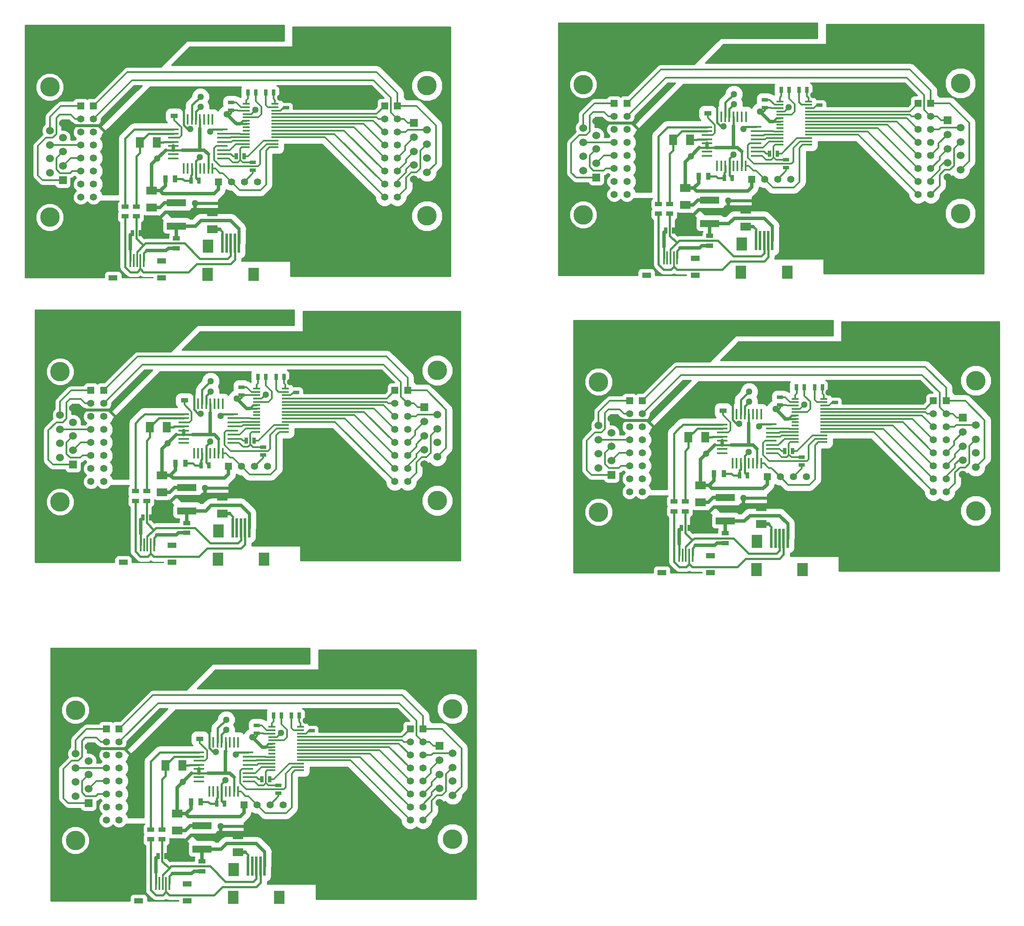
<source format=gbl>
G04 (created by PCBNEW (2013-jul-07)-stable) date śro, 10 cze 2015, 22:39:15*
%MOIN*%
G04 Gerber Fmt 3.4, Leading zero omitted, Abs format*
%FSLAX34Y34*%
G01*
G70*
G90*
G04 APERTURE LIST*
%ADD10C,0.00590551*%
%ADD11R,0.0579X0.0165*%
%ADD12C,0.15*%
%ADD13R,0.06X0.06*%
%ADD14C,0.06*%
%ADD15R,0.08X0.06*%
%ADD16R,0.06X0.08*%
%ADD17R,0.035X0.055*%
%ADD18R,0.055X0.035*%
%ADD19R,0.025X0.045*%
%ADD20R,0.045X0.025*%
%ADD21R,0.0787X0.0177*%
%ADD22R,0.0177X0.0787*%
%ADD23R,0.015748X0.0984252*%
%ADD24R,0.0708661X0.0393701*%
%ADD25R,0.055X0.055*%
%ADD26C,0.055*%
%ADD27R,0.0196X0.145669*%
%ADD28R,0.0787X0.0984*%
%ADD29R,0.15X0.055*%
%ADD30R,0.0590551X0.0590551*%
%ADD31C,0.0511811*%
%ADD32C,0.014*%
%ADD33C,0.018*%
%ADD34C,0.024*%
%ADD35C,0.028*%
%ADD36C,0.01*%
G04 APERTURE END LIST*
G54D10*
G54D11*
X69350Y-15403D03*
X69350Y-15659D03*
X69350Y-15915D03*
X69350Y-16171D03*
X67148Y-14639D03*
X69350Y-14635D03*
X69350Y-14891D03*
X69350Y-15147D03*
X67146Y-16427D03*
X67146Y-16171D03*
X67146Y-15915D03*
X67146Y-15659D03*
X67146Y-15403D03*
X67146Y-15147D03*
X69350Y-16427D03*
X67148Y-14891D03*
X69350Y-14379D03*
X69350Y-16683D03*
X67146Y-16683D03*
X67146Y-14379D03*
X69350Y-14124D03*
X69350Y-16938D03*
X67146Y-16938D03*
X67146Y-14124D03*
X69350Y-13868D03*
X69350Y-17194D03*
X67146Y-17194D03*
X67146Y-13868D03*
G54D12*
X52059Y-22569D03*
X52059Y-12569D03*
G54D13*
X53059Y-19719D03*
G54D14*
X53059Y-18619D03*
X53059Y-17519D03*
X53059Y-16469D03*
X53059Y-15369D03*
X52059Y-15919D03*
X52059Y-17019D03*
X52059Y-18069D03*
X52059Y-19169D03*
G54D12*
X81011Y-12469D03*
X81011Y-22469D03*
G54D13*
X80011Y-15319D03*
G54D14*
X80011Y-16419D03*
X80011Y-17519D03*
X80011Y-18569D03*
X80011Y-19669D03*
X81011Y-19119D03*
X81011Y-18019D03*
X81011Y-16969D03*
X81011Y-15869D03*
G54D15*
X59881Y-21831D03*
X59881Y-20531D03*
G54D16*
X60256Y-16830D03*
X58956Y-16830D03*
G54D17*
X60924Y-19606D03*
X61674Y-19606D03*
G54D18*
X58700Y-22500D03*
X58700Y-21750D03*
X57834Y-22500D03*
X57834Y-21750D03*
X61614Y-14034D03*
X61614Y-14784D03*
G54D19*
X63488Y-19763D03*
X62888Y-19763D03*
G54D20*
X65984Y-13755D03*
X65984Y-14355D03*
G54D19*
X67259Y-12972D03*
X67859Y-12972D03*
G54D20*
X70196Y-13558D03*
X70196Y-14158D03*
G54D19*
X68637Y-12972D03*
X69237Y-12972D03*
G54D21*
X61548Y-15836D03*
X61548Y-16151D03*
X61548Y-16466D03*
X61548Y-16781D03*
X61548Y-17096D03*
X61548Y-17411D03*
X61548Y-17726D03*
X61548Y-18041D03*
X65314Y-18039D03*
X65314Y-15829D03*
X65314Y-16149D03*
X65314Y-16469D03*
X65314Y-16779D03*
X65314Y-17099D03*
X65314Y-17409D03*
X65314Y-17729D03*
G54D22*
X62332Y-18829D03*
X62646Y-18829D03*
X62962Y-18829D03*
X63276Y-18829D03*
X63592Y-18829D03*
X63906Y-18829D03*
X64222Y-18829D03*
X64536Y-18829D03*
X62334Y-15049D03*
X62644Y-15049D03*
X62964Y-15049D03*
X63274Y-15049D03*
X63584Y-15049D03*
X63904Y-15049D03*
X64224Y-15049D03*
X64544Y-15049D03*
G54D23*
X58759Y-25885D03*
X59015Y-25885D03*
X58248Y-25885D03*
X58503Y-25885D03*
X59271Y-25885D03*
G54D24*
X60649Y-25905D03*
X60649Y-27204D03*
X56909Y-25905D03*
X56909Y-27204D03*
G54D25*
X77755Y-14019D03*
G54D26*
X77755Y-15019D03*
X77755Y-16019D03*
X77755Y-17019D03*
X77755Y-18019D03*
X77755Y-19019D03*
X77755Y-20019D03*
X77755Y-21019D03*
G54D19*
X66953Y-17874D03*
X66353Y-17874D03*
G54D27*
X65944Y-24566D03*
X66259Y-24566D03*
X65314Y-24566D03*
X65629Y-24566D03*
G54D28*
X64173Y-26968D03*
X67715Y-26968D03*
X64212Y-24803D03*
X67715Y-24803D03*
G54D27*
X66574Y-24566D03*
G54D29*
X61771Y-23262D03*
X61771Y-21462D03*
G54D25*
X54429Y-14019D03*
G54D26*
X54429Y-15019D03*
X54429Y-16019D03*
X54429Y-17019D03*
X54429Y-18019D03*
X54429Y-19019D03*
X54429Y-20019D03*
X54429Y-21019D03*
G54D25*
X78740Y-14019D03*
G54D26*
X78740Y-15019D03*
X78740Y-16019D03*
X78740Y-17019D03*
X78740Y-18019D03*
X78740Y-19019D03*
X78740Y-20019D03*
X78740Y-21019D03*
G54D25*
X64996Y-19842D03*
G54D26*
X65996Y-19842D03*
X66996Y-19842D03*
X67996Y-19842D03*
G54D25*
X55413Y-14019D03*
G54D26*
X55413Y-15019D03*
X55413Y-16019D03*
X55413Y-17019D03*
X55413Y-18019D03*
X55413Y-19019D03*
X55413Y-20019D03*
X55413Y-21019D03*
G54D15*
X64527Y-22184D03*
X64527Y-23484D03*
G54D18*
X61771Y-24191D03*
X61771Y-24941D03*
G54D19*
X59000Y-23779D03*
X58400Y-23779D03*
G54D20*
X67637Y-18361D03*
X67637Y-18961D03*
G54D30*
X55708Y-12007D03*
X55118Y-23031D03*
X61023Y-8464D03*
X50787Y-15944D03*
X78937Y-24606D03*
X78149Y-9842D03*
G54D11*
X69350Y-15403D03*
X69350Y-15659D03*
X69350Y-15915D03*
X69350Y-16171D03*
X67148Y-14639D03*
X69350Y-14635D03*
X69350Y-14891D03*
X69350Y-15147D03*
X67146Y-16427D03*
X67146Y-16171D03*
X67146Y-15915D03*
X67146Y-15659D03*
X67146Y-15403D03*
X67146Y-15147D03*
X69350Y-16427D03*
X67148Y-14891D03*
X69350Y-14379D03*
X69350Y-16683D03*
X67146Y-16683D03*
X67146Y-14379D03*
X69350Y-14124D03*
X69350Y-16938D03*
X67146Y-16938D03*
X67146Y-14124D03*
X69350Y-13868D03*
X69350Y-17194D03*
X67146Y-17194D03*
X67146Y-13868D03*
G54D12*
X52059Y-22569D03*
X52059Y-12569D03*
G54D13*
X53059Y-19719D03*
G54D14*
X53059Y-18619D03*
X53059Y-17519D03*
X53059Y-16469D03*
X53059Y-15369D03*
X52059Y-15919D03*
X52059Y-17019D03*
X52059Y-18069D03*
X52059Y-19169D03*
G54D12*
X81011Y-12469D03*
X81011Y-22469D03*
G54D13*
X80011Y-15319D03*
G54D14*
X80011Y-16419D03*
X80011Y-17519D03*
X80011Y-18569D03*
X80011Y-19669D03*
X81011Y-19119D03*
X81011Y-18019D03*
X81011Y-16969D03*
X81011Y-15869D03*
G54D15*
X59881Y-21831D03*
X59881Y-20531D03*
G54D16*
X60256Y-16830D03*
X58956Y-16830D03*
G54D17*
X60924Y-19606D03*
X61674Y-19606D03*
G54D18*
X58700Y-22500D03*
X58700Y-21750D03*
X57834Y-22500D03*
X57834Y-21750D03*
X61614Y-14034D03*
X61614Y-14784D03*
G54D19*
X63488Y-19763D03*
X62888Y-19763D03*
G54D20*
X65984Y-13755D03*
X65984Y-14355D03*
G54D19*
X67259Y-12972D03*
X67859Y-12972D03*
G54D20*
X70196Y-13558D03*
X70196Y-14158D03*
G54D19*
X68637Y-12972D03*
X69237Y-12972D03*
G54D21*
X61548Y-15836D03*
X61548Y-16151D03*
X61548Y-16466D03*
X61548Y-16781D03*
X61548Y-17096D03*
X61548Y-17411D03*
X61548Y-17726D03*
X61548Y-18041D03*
X65314Y-18039D03*
X65314Y-15829D03*
X65314Y-16149D03*
X65314Y-16469D03*
X65314Y-16779D03*
X65314Y-17099D03*
X65314Y-17409D03*
X65314Y-17729D03*
G54D22*
X62332Y-18829D03*
X62646Y-18829D03*
X62962Y-18829D03*
X63276Y-18829D03*
X63592Y-18829D03*
X63906Y-18829D03*
X64222Y-18829D03*
X64536Y-18829D03*
X62334Y-15049D03*
X62644Y-15049D03*
X62964Y-15049D03*
X63274Y-15049D03*
X63584Y-15049D03*
X63904Y-15049D03*
X64224Y-15049D03*
X64544Y-15049D03*
G54D23*
X58759Y-25885D03*
X59015Y-25885D03*
X58248Y-25885D03*
X58503Y-25885D03*
X59271Y-25885D03*
G54D24*
X60649Y-25905D03*
X60649Y-27204D03*
X56909Y-25905D03*
X56909Y-27204D03*
G54D25*
X77755Y-14019D03*
G54D26*
X77755Y-15019D03*
X77755Y-16019D03*
X77755Y-17019D03*
X77755Y-18019D03*
X77755Y-19019D03*
X77755Y-20019D03*
X77755Y-21019D03*
G54D19*
X66953Y-17874D03*
X66353Y-17874D03*
G54D27*
X65944Y-24566D03*
X66259Y-24566D03*
X65314Y-24566D03*
X65629Y-24566D03*
G54D28*
X64173Y-26968D03*
X67715Y-26968D03*
X64212Y-24803D03*
X67715Y-24803D03*
G54D27*
X66574Y-24566D03*
G54D29*
X61771Y-23262D03*
X61771Y-21462D03*
G54D25*
X54429Y-14019D03*
G54D26*
X54429Y-15019D03*
X54429Y-16019D03*
X54429Y-17019D03*
X54429Y-18019D03*
X54429Y-19019D03*
X54429Y-20019D03*
X54429Y-21019D03*
G54D25*
X78740Y-14019D03*
G54D26*
X78740Y-15019D03*
X78740Y-16019D03*
X78740Y-17019D03*
X78740Y-18019D03*
X78740Y-19019D03*
X78740Y-20019D03*
X78740Y-21019D03*
G54D25*
X64996Y-19842D03*
G54D26*
X65996Y-19842D03*
X66996Y-19842D03*
X67996Y-19842D03*
G54D25*
X55413Y-14019D03*
G54D26*
X55413Y-15019D03*
X55413Y-16019D03*
X55413Y-17019D03*
X55413Y-18019D03*
X55413Y-19019D03*
X55413Y-20019D03*
X55413Y-21019D03*
G54D15*
X64527Y-22184D03*
X64527Y-23484D03*
G54D18*
X61771Y-24191D03*
X61771Y-24941D03*
G54D19*
X59000Y-23779D03*
X58400Y-23779D03*
G54D20*
X67637Y-18361D03*
X67637Y-18961D03*
G54D30*
X55708Y-12007D03*
X55118Y-23031D03*
X61023Y-8464D03*
X50787Y-15944D03*
X78937Y-24606D03*
X78149Y-9842D03*
G54D11*
X69350Y-15403D03*
X69350Y-15659D03*
X69350Y-15915D03*
X69350Y-16171D03*
X67148Y-14639D03*
X69350Y-14635D03*
X69350Y-14891D03*
X69350Y-15147D03*
X67146Y-16427D03*
X67146Y-16171D03*
X67146Y-15915D03*
X67146Y-15659D03*
X67146Y-15403D03*
X67146Y-15147D03*
X69350Y-16427D03*
X67148Y-14891D03*
X69350Y-14379D03*
X69350Y-16683D03*
X67146Y-16683D03*
X67146Y-14379D03*
X69350Y-14124D03*
X69350Y-16938D03*
X67146Y-16938D03*
X67146Y-14124D03*
X69350Y-13868D03*
X69350Y-17194D03*
X67146Y-17194D03*
X67146Y-13868D03*
G54D12*
X52059Y-22569D03*
X52059Y-12569D03*
G54D13*
X53059Y-19719D03*
G54D14*
X53059Y-18619D03*
X53059Y-17519D03*
X53059Y-16469D03*
X53059Y-15369D03*
X52059Y-15919D03*
X52059Y-17019D03*
X52059Y-18069D03*
X52059Y-19169D03*
G54D12*
X81011Y-12469D03*
X81011Y-22469D03*
G54D13*
X80011Y-15319D03*
G54D14*
X80011Y-16419D03*
X80011Y-17519D03*
X80011Y-18569D03*
X80011Y-19669D03*
X81011Y-19119D03*
X81011Y-18019D03*
X81011Y-16969D03*
X81011Y-15869D03*
G54D15*
X59881Y-21831D03*
X59881Y-20531D03*
G54D16*
X60256Y-16830D03*
X58956Y-16830D03*
G54D17*
X60924Y-19606D03*
X61674Y-19606D03*
G54D18*
X58700Y-22500D03*
X58700Y-21750D03*
X57834Y-22500D03*
X57834Y-21750D03*
X61614Y-14034D03*
X61614Y-14784D03*
G54D19*
X63488Y-19763D03*
X62888Y-19763D03*
G54D20*
X65984Y-13755D03*
X65984Y-14355D03*
G54D19*
X67259Y-12972D03*
X67859Y-12972D03*
G54D20*
X70196Y-13558D03*
X70196Y-14158D03*
G54D19*
X68637Y-12972D03*
X69237Y-12972D03*
G54D21*
X61548Y-15836D03*
X61548Y-16151D03*
X61548Y-16466D03*
X61548Y-16781D03*
X61548Y-17096D03*
X61548Y-17411D03*
X61548Y-17726D03*
X61548Y-18041D03*
X65314Y-18039D03*
X65314Y-15829D03*
X65314Y-16149D03*
X65314Y-16469D03*
X65314Y-16779D03*
X65314Y-17099D03*
X65314Y-17409D03*
X65314Y-17729D03*
G54D22*
X62332Y-18829D03*
X62646Y-18829D03*
X62962Y-18829D03*
X63276Y-18829D03*
X63592Y-18829D03*
X63906Y-18829D03*
X64222Y-18829D03*
X64536Y-18829D03*
X62334Y-15049D03*
X62644Y-15049D03*
X62964Y-15049D03*
X63274Y-15049D03*
X63584Y-15049D03*
X63904Y-15049D03*
X64224Y-15049D03*
X64544Y-15049D03*
G54D23*
X58759Y-25885D03*
X59015Y-25885D03*
X58248Y-25885D03*
X58503Y-25885D03*
X59271Y-25885D03*
G54D24*
X60649Y-25905D03*
X60649Y-27204D03*
X56909Y-25905D03*
X56909Y-27204D03*
G54D25*
X77755Y-14019D03*
G54D26*
X77755Y-15019D03*
X77755Y-16019D03*
X77755Y-17019D03*
X77755Y-18019D03*
X77755Y-19019D03*
X77755Y-20019D03*
X77755Y-21019D03*
G54D19*
X66953Y-17874D03*
X66353Y-17874D03*
G54D27*
X65944Y-24566D03*
X66259Y-24566D03*
X65314Y-24566D03*
X65629Y-24566D03*
G54D28*
X64173Y-26968D03*
X67715Y-26968D03*
X64212Y-24803D03*
X67715Y-24803D03*
G54D27*
X66574Y-24566D03*
G54D29*
X61771Y-23262D03*
X61771Y-21462D03*
G54D25*
X54429Y-14019D03*
G54D26*
X54429Y-15019D03*
X54429Y-16019D03*
X54429Y-17019D03*
X54429Y-18019D03*
X54429Y-19019D03*
X54429Y-20019D03*
X54429Y-21019D03*
G54D25*
X78740Y-14019D03*
G54D26*
X78740Y-15019D03*
X78740Y-16019D03*
X78740Y-17019D03*
X78740Y-18019D03*
X78740Y-19019D03*
X78740Y-20019D03*
X78740Y-21019D03*
G54D25*
X64996Y-19842D03*
G54D26*
X65996Y-19842D03*
X66996Y-19842D03*
X67996Y-19842D03*
G54D25*
X55413Y-14019D03*
G54D26*
X55413Y-15019D03*
X55413Y-16019D03*
X55413Y-17019D03*
X55413Y-18019D03*
X55413Y-19019D03*
X55413Y-20019D03*
X55413Y-21019D03*
G54D15*
X64527Y-22184D03*
X64527Y-23484D03*
G54D18*
X61771Y-24191D03*
X61771Y-24941D03*
G54D19*
X59000Y-23779D03*
X58400Y-23779D03*
G54D20*
X67637Y-18361D03*
X67637Y-18961D03*
G54D30*
X55708Y-12007D03*
X55118Y-23031D03*
X61023Y-8464D03*
X50787Y-15944D03*
X78937Y-24606D03*
X78149Y-9842D03*
G54D11*
X29192Y-37450D03*
X29192Y-37706D03*
X29192Y-37962D03*
X29192Y-38218D03*
X26990Y-36686D03*
X29192Y-36682D03*
X29192Y-36938D03*
X29192Y-37194D03*
X26988Y-38474D03*
X26988Y-38218D03*
X26988Y-37962D03*
X26988Y-37706D03*
X26988Y-37450D03*
X26988Y-37194D03*
X29192Y-38474D03*
X26990Y-36938D03*
X29192Y-36426D03*
X29192Y-38730D03*
X26988Y-38730D03*
X26988Y-36426D03*
X29192Y-36171D03*
X29192Y-38985D03*
X26988Y-38985D03*
X26988Y-36171D03*
X29192Y-35915D03*
X29192Y-39241D03*
X26988Y-39241D03*
X26988Y-35915D03*
G54D12*
X11901Y-44616D03*
X11901Y-34616D03*
G54D13*
X12901Y-41766D03*
G54D14*
X12901Y-40666D03*
X12901Y-39566D03*
X12901Y-38516D03*
X12901Y-37416D03*
X11901Y-37966D03*
X11901Y-39066D03*
X11901Y-40116D03*
X11901Y-41216D03*
G54D12*
X40854Y-34516D03*
X40854Y-44516D03*
G54D13*
X39854Y-37366D03*
G54D14*
X39854Y-38466D03*
X39854Y-39566D03*
X39854Y-40616D03*
X39854Y-41716D03*
X40854Y-41166D03*
X40854Y-40066D03*
X40854Y-39016D03*
X40854Y-37916D03*
G54D15*
X19724Y-43878D03*
X19724Y-42578D03*
G54D16*
X20098Y-38877D03*
X18798Y-38877D03*
G54D17*
X20766Y-41653D03*
X21516Y-41653D03*
G54D18*
X18543Y-44548D03*
X18543Y-43798D03*
X17677Y-44548D03*
X17677Y-43798D03*
X21456Y-36081D03*
X21456Y-36831D03*
G54D19*
X23331Y-41811D03*
X22731Y-41811D03*
G54D20*
X25826Y-35802D03*
X25826Y-36402D03*
G54D19*
X27101Y-35019D03*
X27701Y-35019D03*
G54D20*
X30039Y-35605D03*
X30039Y-36205D03*
G54D19*
X28479Y-35019D03*
X29079Y-35019D03*
G54D21*
X21391Y-37883D03*
X21391Y-38198D03*
X21391Y-38513D03*
X21391Y-38828D03*
X21391Y-39143D03*
X21391Y-39458D03*
X21391Y-39773D03*
X21391Y-40088D03*
X25157Y-40086D03*
X25157Y-37876D03*
X25157Y-38196D03*
X25157Y-38516D03*
X25157Y-38826D03*
X25157Y-39146D03*
X25157Y-39456D03*
X25157Y-39776D03*
G54D22*
X22175Y-40876D03*
X22489Y-40876D03*
X22805Y-40876D03*
X23119Y-40876D03*
X23435Y-40876D03*
X23749Y-40876D03*
X24065Y-40876D03*
X24379Y-40876D03*
X22177Y-37096D03*
X22487Y-37096D03*
X22807Y-37096D03*
X23117Y-37096D03*
X23427Y-37096D03*
X23747Y-37096D03*
X24067Y-37096D03*
X24387Y-37096D03*
G54D23*
X18602Y-47933D03*
X18858Y-47933D03*
X18090Y-47933D03*
X18346Y-47933D03*
X19114Y-47933D03*
G54D24*
X20492Y-47952D03*
X20492Y-49251D03*
X16751Y-47952D03*
X16751Y-49251D03*
G54D25*
X37598Y-36066D03*
G54D26*
X37598Y-37066D03*
X37598Y-38066D03*
X37598Y-39066D03*
X37598Y-40066D03*
X37598Y-41066D03*
X37598Y-42066D03*
X37598Y-43066D03*
G54D19*
X26796Y-39921D03*
X26196Y-39921D03*
G54D27*
X25787Y-46614D03*
X26102Y-46614D03*
X25157Y-46614D03*
X25472Y-46614D03*
G54D28*
X24016Y-49015D03*
X27558Y-49015D03*
X24055Y-46850D03*
X27558Y-46850D03*
G54D27*
X26417Y-46614D03*
G54D29*
X21614Y-45309D03*
X21614Y-43509D03*
G54D25*
X14271Y-36066D03*
G54D26*
X14271Y-37066D03*
X14271Y-38066D03*
X14271Y-39066D03*
X14271Y-40066D03*
X14271Y-41066D03*
X14271Y-42066D03*
X14271Y-43066D03*
G54D25*
X38582Y-36066D03*
G54D26*
X38582Y-37066D03*
X38582Y-38066D03*
X38582Y-39066D03*
X38582Y-40066D03*
X38582Y-41066D03*
X38582Y-42066D03*
X38582Y-43066D03*
G54D25*
X24838Y-41889D03*
G54D26*
X25838Y-41889D03*
X26838Y-41889D03*
X27838Y-41889D03*
G54D25*
X15255Y-36066D03*
G54D26*
X15255Y-37066D03*
X15255Y-38066D03*
X15255Y-39066D03*
X15255Y-40066D03*
X15255Y-41066D03*
X15255Y-42066D03*
X15255Y-43066D03*
G54D15*
X24370Y-44231D03*
X24370Y-45531D03*
G54D18*
X21614Y-46239D03*
X21614Y-46989D03*
G54D19*
X18843Y-45826D03*
X18243Y-45826D03*
G54D20*
X27480Y-40408D03*
X27480Y-41008D03*
G54D30*
X15551Y-34055D03*
X14960Y-45078D03*
X20866Y-30511D03*
X10629Y-37992D03*
X38779Y-46653D03*
X37992Y-31889D03*
G54D11*
X29192Y-37450D03*
X29192Y-37706D03*
X29192Y-37962D03*
X29192Y-38218D03*
X26990Y-36686D03*
X29192Y-36682D03*
X29192Y-36938D03*
X29192Y-37194D03*
X26988Y-38474D03*
X26988Y-38218D03*
X26988Y-37962D03*
X26988Y-37706D03*
X26988Y-37450D03*
X26988Y-37194D03*
X29192Y-38474D03*
X26990Y-36938D03*
X29192Y-36426D03*
X29192Y-38730D03*
X26988Y-38730D03*
X26988Y-36426D03*
X29192Y-36171D03*
X29192Y-38985D03*
X26988Y-38985D03*
X26988Y-36171D03*
X29192Y-35915D03*
X29192Y-39241D03*
X26988Y-39241D03*
X26988Y-35915D03*
G54D12*
X11901Y-44616D03*
X11901Y-34616D03*
G54D13*
X12901Y-41766D03*
G54D14*
X12901Y-40666D03*
X12901Y-39566D03*
X12901Y-38516D03*
X12901Y-37416D03*
X11901Y-37966D03*
X11901Y-39066D03*
X11901Y-40116D03*
X11901Y-41216D03*
G54D12*
X40854Y-34516D03*
X40854Y-44516D03*
G54D13*
X39854Y-37366D03*
G54D14*
X39854Y-38466D03*
X39854Y-39566D03*
X39854Y-40616D03*
X39854Y-41716D03*
X40854Y-41166D03*
X40854Y-40066D03*
X40854Y-39016D03*
X40854Y-37916D03*
G54D15*
X19724Y-43878D03*
X19724Y-42578D03*
G54D16*
X20098Y-38877D03*
X18798Y-38877D03*
G54D17*
X20766Y-41653D03*
X21516Y-41653D03*
G54D18*
X18543Y-44548D03*
X18543Y-43798D03*
X17677Y-44548D03*
X17677Y-43798D03*
X21456Y-36081D03*
X21456Y-36831D03*
G54D19*
X23331Y-41811D03*
X22731Y-41811D03*
G54D20*
X25826Y-35802D03*
X25826Y-36402D03*
G54D19*
X27101Y-35019D03*
X27701Y-35019D03*
G54D20*
X30039Y-35605D03*
X30039Y-36205D03*
G54D19*
X28479Y-35019D03*
X29079Y-35019D03*
G54D21*
X21391Y-37883D03*
X21391Y-38198D03*
X21391Y-38513D03*
X21391Y-38828D03*
X21391Y-39143D03*
X21391Y-39458D03*
X21391Y-39773D03*
X21391Y-40088D03*
X25157Y-40086D03*
X25157Y-37876D03*
X25157Y-38196D03*
X25157Y-38516D03*
X25157Y-38826D03*
X25157Y-39146D03*
X25157Y-39456D03*
X25157Y-39776D03*
G54D22*
X22175Y-40876D03*
X22489Y-40876D03*
X22805Y-40876D03*
X23119Y-40876D03*
X23435Y-40876D03*
X23749Y-40876D03*
X24065Y-40876D03*
X24379Y-40876D03*
X22177Y-37096D03*
X22487Y-37096D03*
X22807Y-37096D03*
X23117Y-37096D03*
X23427Y-37096D03*
X23747Y-37096D03*
X24067Y-37096D03*
X24387Y-37096D03*
G54D23*
X18602Y-47933D03*
X18858Y-47933D03*
X18090Y-47933D03*
X18346Y-47933D03*
X19114Y-47933D03*
G54D24*
X20492Y-47952D03*
X20492Y-49251D03*
X16751Y-47952D03*
X16751Y-49251D03*
G54D25*
X37598Y-36066D03*
G54D26*
X37598Y-37066D03*
X37598Y-38066D03*
X37598Y-39066D03*
X37598Y-40066D03*
X37598Y-41066D03*
X37598Y-42066D03*
X37598Y-43066D03*
G54D19*
X26796Y-39921D03*
X26196Y-39921D03*
G54D27*
X25787Y-46614D03*
X26102Y-46614D03*
X25157Y-46614D03*
X25472Y-46614D03*
G54D28*
X24016Y-49015D03*
X27558Y-49015D03*
X24055Y-46850D03*
X27558Y-46850D03*
G54D27*
X26417Y-46614D03*
G54D29*
X21614Y-45309D03*
X21614Y-43509D03*
G54D25*
X14271Y-36066D03*
G54D26*
X14271Y-37066D03*
X14271Y-38066D03*
X14271Y-39066D03*
X14271Y-40066D03*
X14271Y-41066D03*
X14271Y-42066D03*
X14271Y-43066D03*
G54D25*
X38582Y-36066D03*
G54D26*
X38582Y-37066D03*
X38582Y-38066D03*
X38582Y-39066D03*
X38582Y-40066D03*
X38582Y-41066D03*
X38582Y-42066D03*
X38582Y-43066D03*
G54D25*
X24838Y-41889D03*
G54D26*
X25838Y-41889D03*
X26838Y-41889D03*
X27838Y-41889D03*
G54D25*
X15255Y-36066D03*
G54D26*
X15255Y-37066D03*
X15255Y-38066D03*
X15255Y-39066D03*
X15255Y-40066D03*
X15255Y-41066D03*
X15255Y-42066D03*
X15255Y-43066D03*
G54D15*
X24370Y-44231D03*
X24370Y-45531D03*
G54D18*
X21614Y-46239D03*
X21614Y-46989D03*
G54D19*
X18843Y-45826D03*
X18243Y-45826D03*
G54D20*
X27480Y-40408D03*
X27480Y-41008D03*
G54D30*
X15551Y-34055D03*
X14960Y-45078D03*
X20866Y-30511D03*
X10629Y-37992D03*
X38779Y-46653D03*
X37992Y-31889D03*
G54D11*
X70531Y-38238D03*
X70531Y-38494D03*
X70531Y-38750D03*
X70531Y-39006D03*
X68329Y-37474D03*
X70531Y-37470D03*
X70531Y-37726D03*
X70531Y-37982D03*
X68327Y-39262D03*
X68327Y-39006D03*
X68327Y-38750D03*
X68327Y-38494D03*
X68327Y-38238D03*
X68327Y-37982D03*
X70531Y-39262D03*
X68329Y-37726D03*
X70531Y-37214D03*
X70531Y-39518D03*
X68327Y-39518D03*
X68327Y-37214D03*
X70531Y-36959D03*
X70531Y-39773D03*
X68327Y-39773D03*
X68327Y-36959D03*
X70531Y-36703D03*
X70531Y-40029D03*
X68327Y-40029D03*
X68327Y-36703D03*
G54D12*
X53240Y-45404D03*
X53240Y-35404D03*
G54D13*
X54240Y-42554D03*
G54D14*
X54240Y-41454D03*
X54240Y-40354D03*
X54240Y-39304D03*
X54240Y-38204D03*
X53240Y-38754D03*
X53240Y-39854D03*
X53240Y-40904D03*
X53240Y-42004D03*
G54D12*
X82192Y-35304D03*
X82192Y-45304D03*
G54D13*
X81192Y-38154D03*
G54D14*
X81192Y-39254D03*
X81192Y-40354D03*
X81192Y-41404D03*
X81192Y-42504D03*
X82192Y-41954D03*
X82192Y-40854D03*
X82192Y-39804D03*
X82192Y-38704D03*
G54D15*
X61062Y-44665D03*
X61062Y-43365D03*
G54D16*
X61437Y-39665D03*
X60137Y-39665D03*
G54D17*
X62105Y-42440D03*
X62855Y-42440D03*
G54D18*
X59881Y-45335D03*
X59881Y-44585D03*
X59015Y-45335D03*
X59015Y-44585D03*
X62795Y-36869D03*
X62795Y-37619D03*
G54D19*
X64670Y-42598D03*
X64070Y-42598D03*
G54D20*
X67165Y-36589D03*
X67165Y-37189D03*
G54D19*
X68440Y-35807D03*
X69040Y-35807D03*
G54D20*
X71377Y-36392D03*
X71377Y-36992D03*
G54D19*
X69818Y-35807D03*
X70418Y-35807D03*
G54D21*
X62729Y-38670D03*
X62729Y-38985D03*
X62729Y-39300D03*
X62729Y-39615D03*
X62729Y-39930D03*
X62729Y-40245D03*
X62729Y-40560D03*
X62729Y-40875D03*
X66495Y-40873D03*
X66495Y-38663D03*
X66495Y-38983D03*
X66495Y-39303D03*
X66495Y-39613D03*
X66495Y-39933D03*
X66495Y-40243D03*
X66495Y-40563D03*
G54D22*
X63513Y-41663D03*
X63827Y-41663D03*
X64143Y-41663D03*
X64457Y-41663D03*
X64773Y-41663D03*
X65087Y-41663D03*
X65403Y-41663D03*
X65717Y-41663D03*
X63515Y-37883D03*
X63825Y-37883D03*
X64145Y-37883D03*
X64455Y-37883D03*
X64765Y-37883D03*
X65085Y-37883D03*
X65405Y-37883D03*
X65725Y-37883D03*
G54D23*
X59940Y-48720D03*
X60196Y-48720D03*
X59429Y-48720D03*
X59685Y-48720D03*
X60452Y-48720D03*
G54D24*
X61830Y-48740D03*
X61830Y-50039D03*
X58090Y-48740D03*
X58090Y-50039D03*
G54D25*
X78937Y-36854D03*
G54D26*
X78937Y-37854D03*
X78937Y-38854D03*
X78937Y-39854D03*
X78937Y-40854D03*
X78937Y-41854D03*
X78937Y-42854D03*
X78937Y-43854D03*
G54D19*
X68134Y-40708D03*
X67534Y-40708D03*
G54D27*
X67125Y-47401D03*
X67440Y-47401D03*
X66496Y-47401D03*
X66811Y-47401D03*
G54D28*
X65354Y-49803D03*
X68896Y-49803D03*
X65393Y-47638D03*
X68896Y-47638D03*
G54D27*
X67755Y-47401D03*
G54D29*
X62952Y-46096D03*
X62952Y-44296D03*
G54D25*
X55610Y-36854D03*
G54D26*
X55610Y-37854D03*
X55610Y-38854D03*
X55610Y-39854D03*
X55610Y-40854D03*
X55610Y-41854D03*
X55610Y-42854D03*
X55610Y-43854D03*
G54D25*
X79921Y-36854D03*
G54D26*
X79921Y-37854D03*
X79921Y-38854D03*
X79921Y-39854D03*
X79921Y-40854D03*
X79921Y-41854D03*
X79921Y-42854D03*
X79921Y-43854D03*
G54D25*
X66177Y-42677D03*
G54D26*
X67177Y-42677D03*
X68177Y-42677D03*
X69177Y-42677D03*
G54D25*
X56594Y-36854D03*
G54D26*
X56594Y-37854D03*
X56594Y-38854D03*
X56594Y-39854D03*
X56594Y-40854D03*
X56594Y-41854D03*
X56594Y-42854D03*
X56594Y-43854D03*
G54D15*
X65708Y-45019D03*
X65708Y-46319D03*
G54D18*
X62952Y-47026D03*
X62952Y-47776D03*
G54D19*
X60181Y-46614D03*
X59581Y-46614D03*
G54D20*
X68818Y-41196D03*
X68818Y-41796D03*
G54D30*
X56889Y-34842D03*
X56299Y-45866D03*
X62204Y-31299D03*
X51968Y-38779D03*
X80118Y-47440D03*
X79330Y-32677D03*
G54D11*
X30373Y-63434D03*
X30373Y-63690D03*
X30373Y-63946D03*
X30373Y-64202D03*
X28171Y-62670D03*
X30373Y-62666D03*
X30373Y-62922D03*
X30373Y-63178D03*
X28169Y-64458D03*
X28169Y-64202D03*
X28169Y-63946D03*
X28169Y-63690D03*
X28169Y-63434D03*
X28169Y-63178D03*
X30373Y-64458D03*
X28171Y-62922D03*
X30373Y-62410D03*
X30373Y-64714D03*
X28169Y-64714D03*
X28169Y-62410D03*
X30373Y-62155D03*
X30373Y-64969D03*
X28169Y-64969D03*
X28169Y-62155D03*
X30373Y-61899D03*
X30373Y-65225D03*
X28169Y-65225D03*
X28169Y-61899D03*
G54D12*
X13082Y-70601D03*
X13082Y-60601D03*
G54D13*
X14082Y-67751D03*
G54D14*
X14082Y-66651D03*
X14082Y-65551D03*
X14082Y-64501D03*
X14082Y-63401D03*
X13082Y-63951D03*
X13082Y-65051D03*
X13082Y-66101D03*
X13082Y-67201D03*
G54D12*
X42035Y-60501D03*
X42035Y-70501D03*
G54D13*
X41035Y-63351D03*
G54D14*
X41035Y-64451D03*
X41035Y-65551D03*
X41035Y-66601D03*
X41035Y-67701D03*
X42035Y-67151D03*
X42035Y-66051D03*
X42035Y-65001D03*
X42035Y-63901D03*
G54D15*
X20905Y-69862D03*
X20905Y-68562D03*
G54D16*
X21279Y-64862D03*
X19979Y-64862D03*
G54D17*
X21947Y-67637D03*
X22697Y-67637D03*
G54D18*
X19724Y-70532D03*
X19724Y-69782D03*
X18858Y-70532D03*
X18858Y-69782D03*
X22637Y-62065D03*
X22637Y-62815D03*
G54D19*
X24512Y-67795D03*
X23912Y-67795D03*
G54D20*
X27007Y-61786D03*
X27007Y-62386D03*
G54D19*
X28282Y-61003D03*
X28882Y-61003D03*
G54D20*
X31220Y-61589D03*
X31220Y-62189D03*
G54D19*
X29660Y-61003D03*
X30260Y-61003D03*
G54D21*
X22572Y-63867D03*
X22572Y-64182D03*
X22572Y-64497D03*
X22572Y-64812D03*
X22572Y-65127D03*
X22572Y-65442D03*
X22572Y-65757D03*
X22572Y-66072D03*
X26338Y-66070D03*
X26338Y-63860D03*
X26338Y-64180D03*
X26338Y-64500D03*
X26338Y-64810D03*
X26338Y-65130D03*
X26338Y-65440D03*
X26338Y-65760D03*
G54D22*
X23356Y-66860D03*
X23670Y-66860D03*
X23986Y-66860D03*
X24300Y-66860D03*
X24616Y-66860D03*
X24930Y-66860D03*
X25246Y-66860D03*
X25560Y-66860D03*
X23358Y-63080D03*
X23668Y-63080D03*
X23988Y-63080D03*
X24298Y-63080D03*
X24608Y-63080D03*
X24928Y-63080D03*
X25248Y-63080D03*
X25568Y-63080D03*
G54D23*
X19783Y-73917D03*
X20039Y-73917D03*
X19271Y-73917D03*
X19527Y-73917D03*
X20295Y-73917D03*
G54D24*
X21673Y-73937D03*
X21673Y-75236D03*
X17933Y-73937D03*
X17933Y-75236D03*
G54D25*
X38779Y-62051D03*
G54D26*
X38779Y-63051D03*
X38779Y-64051D03*
X38779Y-65051D03*
X38779Y-66051D03*
X38779Y-67051D03*
X38779Y-68051D03*
X38779Y-69051D03*
G54D19*
X27977Y-65905D03*
X27377Y-65905D03*
G54D27*
X26968Y-72598D03*
X27283Y-72598D03*
X26338Y-72598D03*
X26653Y-72598D03*
G54D28*
X25197Y-74999D03*
X28739Y-74999D03*
X25236Y-72834D03*
X28739Y-72834D03*
G54D27*
X27598Y-72598D03*
G54D29*
X22795Y-71293D03*
X22795Y-69493D03*
G54D25*
X15452Y-62051D03*
G54D26*
X15452Y-63051D03*
X15452Y-64051D03*
X15452Y-65051D03*
X15452Y-66051D03*
X15452Y-67051D03*
X15452Y-68051D03*
X15452Y-69051D03*
G54D25*
X39763Y-62051D03*
G54D26*
X39763Y-63051D03*
X39763Y-64051D03*
X39763Y-65051D03*
X39763Y-66051D03*
X39763Y-67051D03*
X39763Y-68051D03*
X39763Y-69051D03*
G54D25*
X26019Y-67874D03*
G54D26*
X27019Y-67874D03*
X28019Y-67874D03*
X29019Y-67874D03*
G54D25*
X16437Y-62051D03*
G54D26*
X16437Y-63051D03*
X16437Y-64051D03*
X16437Y-65051D03*
X16437Y-66051D03*
X16437Y-67051D03*
X16437Y-68051D03*
X16437Y-69051D03*
G54D15*
X25551Y-70216D03*
X25551Y-71516D03*
G54D18*
X22795Y-72223D03*
X22795Y-72973D03*
G54D19*
X20024Y-71811D03*
X19424Y-71811D03*
G54D20*
X28661Y-66392D03*
X28661Y-66992D03*
G54D30*
X16732Y-60039D03*
X16141Y-71062D03*
X22047Y-56496D03*
X11811Y-63976D03*
X39960Y-72637D03*
X39173Y-57874D03*
G54D11*
X28405Y-15600D03*
X28405Y-15856D03*
X28405Y-16112D03*
X28405Y-16368D03*
X26203Y-14836D03*
X28405Y-14832D03*
X28405Y-15088D03*
X28405Y-15344D03*
X26201Y-16624D03*
X26201Y-16368D03*
X26201Y-16112D03*
X26201Y-15856D03*
X26201Y-15600D03*
X26201Y-15344D03*
X28405Y-16624D03*
X26203Y-15088D03*
X28405Y-14576D03*
X28405Y-16880D03*
X26201Y-16880D03*
X26201Y-14576D03*
X28405Y-14321D03*
X28405Y-17135D03*
X26201Y-17135D03*
X26201Y-14321D03*
X28405Y-14065D03*
X28405Y-17391D03*
X26201Y-17391D03*
X26201Y-14065D03*
G54D12*
X11114Y-22766D03*
X11114Y-12766D03*
G54D13*
X12114Y-19916D03*
G54D14*
X12114Y-18816D03*
X12114Y-17716D03*
X12114Y-16666D03*
X12114Y-15566D03*
X11114Y-16116D03*
X11114Y-17216D03*
X11114Y-18266D03*
X11114Y-19366D03*
G54D12*
X40066Y-12666D03*
X40066Y-22666D03*
G54D13*
X39066Y-15516D03*
G54D14*
X39066Y-16616D03*
X39066Y-17716D03*
X39066Y-18766D03*
X39066Y-19866D03*
X40066Y-19316D03*
X40066Y-18216D03*
X40066Y-17166D03*
X40066Y-16066D03*
G54D15*
X18937Y-22027D03*
X18937Y-20727D03*
G54D16*
X19311Y-17027D03*
X18011Y-17027D03*
G54D17*
X19979Y-19803D03*
X20729Y-19803D03*
G54D18*
X17755Y-22697D03*
X17755Y-21947D03*
X16889Y-22697D03*
X16889Y-21947D03*
X20669Y-14231D03*
X20669Y-14981D03*
G54D19*
X22544Y-19960D03*
X21944Y-19960D03*
G54D20*
X25039Y-13951D03*
X25039Y-14551D03*
G54D19*
X26314Y-13169D03*
X26914Y-13169D03*
G54D20*
X29251Y-13755D03*
X29251Y-14355D03*
G54D19*
X27692Y-13169D03*
X28292Y-13169D03*
G54D21*
X20604Y-16032D03*
X20604Y-16347D03*
X20604Y-16662D03*
X20604Y-16977D03*
X20604Y-17292D03*
X20604Y-17607D03*
X20604Y-17922D03*
X20604Y-18237D03*
X24370Y-18235D03*
X24370Y-16025D03*
X24370Y-16345D03*
X24370Y-16665D03*
X24370Y-16975D03*
X24370Y-17295D03*
X24370Y-17605D03*
X24370Y-17925D03*
G54D22*
X21388Y-19025D03*
X21702Y-19025D03*
X22018Y-19025D03*
X22332Y-19025D03*
X22648Y-19025D03*
X22962Y-19025D03*
X23278Y-19025D03*
X23592Y-19025D03*
X21390Y-15245D03*
X21700Y-15245D03*
X22020Y-15245D03*
X22330Y-15245D03*
X22640Y-15245D03*
X22960Y-15245D03*
X23280Y-15245D03*
X23600Y-15245D03*
G54D23*
X17814Y-26082D03*
X18070Y-26082D03*
X17303Y-26082D03*
X17559Y-26082D03*
X18326Y-26082D03*
G54D24*
X19704Y-26102D03*
X19704Y-27401D03*
X15964Y-26102D03*
X15964Y-27401D03*
G54D25*
X36811Y-14216D03*
G54D26*
X36811Y-15216D03*
X36811Y-16216D03*
X36811Y-17216D03*
X36811Y-18216D03*
X36811Y-19216D03*
X36811Y-20216D03*
X36811Y-21216D03*
G54D19*
X26008Y-18070D03*
X25408Y-18070D03*
G54D27*
X25000Y-24763D03*
X25314Y-24763D03*
X24370Y-24763D03*
X24685Y-24763D03*
G54D28*
X23229Y-27165D03*
X26771Y-27165D03*
X23268Y-25000D03*
X26771Y-25000D03*
G54D27*
X25629Y-24763D03*
G54D29*
X20826Y-23459D03*
X20826Y-21659D03*
G54D25*
X13484Y-14216D03*
G54D26*
X13484Y-15216D03*
X13484Y-16216D03*
X13484Y-17216D03*
X13484Y-18216D03*
X13484Y-19216D03*
X13484Y-20216D03*
X13484Y-21216D03*
G54D25*
X37795Y-14216D03*
G54D26*
X37795Y-15216D03*
X37795Y-16216D03*
X37795Y-17216D03*
X37795Y-18216D03*
X37795Y-19216D03*
X37795Y-20216D03*
X37795Y-21216D03*
G54D25*
X24051Y-20039D03*
G54D26*
X25051Y-20039D03*
X26051Y-20039D03*
X27051Y-20039D03*
G54D25*
X14468Y-14216D03*
G54D26*
X14468Y-15216D03*
X14468Y-16216D03*
X14468Y-17216D03*
X14468Y-18216D03*
X14468Y-19216D03*
X14468Y-20216D03*
X14468Y-21216D03*
G54D15*
X23582Y-22381D03*
X23582Y-23681D03*
G54D18*
X20826Y-24388D03*
X20826Y-25138D03*
G54D19*
X18055Y-23976D03*
X17455Y-23976D03*
G54D20*
X26692Y-18558D03*
X26692Y-19158D03*
G54D30*
X14763Y-12204D03*
X14173Y-23228D03*
X20078Y-8661D03*
X9842Y-16141D03*
X37992Y-24803D03*
X37204Y-10039D03*
G54D31*
X63622Y-13307D03*
X63622Y-13307D03*
X63622Y-13307D03*
X23464Y-35354D03*
X23464Y-35354D03*
X64803Y-36141D03*
X24645Y-61338D03*
X22677Y-13503D03*
X63622Y-14094D03*
X63622Y-14094D03*
X63622Y-14094D03*
X23464Y-36141D03*
X23464Y-36141D03*
X64803Y-36929D03*
X24645Y-62125D03*
X22677Y-14291D03*
X57125Y-18307D03*
X67834Y-14330D03*
X69724Y-13385D03*
X63188Y-21496D03*
X63582Y-17952D03*
X62834Y-15787D03*
X64370Y-15984D03*
X57125Y-18307D03*
X67834Y-14330D03*
X69724Y-13385D03*
X63188Y-21496D03*
X63582Y-17952D03*
X62834Y-15787D03*
X64370Y-15984D03*
X57125Y-18307D03*
X67834Y-14330D03*
X69724Y-13385D03*
X63188Y-21496D03*
X63582Y-17952D03*
X62834Y-15787D03*
X64370Y-15984D03*
X16968Y-40354D03*
X27677Y-36377D03*
X29566Y-35433D03*
X23031Y-43543D03*
X23425Y-40000D03*
X22677Y-37834D03*
X24212Y-38031D03*
X16968Y-40354D03*
X27677Y-36377D03*
X29566Y-35433D03*
X23031Y-43543D03*
X23425Y-40000D03*
X22677Y-37834D03*
X24212Y-38031D03*
X58307Y-41141D03*
X69015Y-37165D03*
X70905Y-36220D03*
X64370Y-44330D03*
X64763Y-40787D03*
X64015Y-38622D03*
X65551Y-38818D03*
X18149Y-66338D03*
X28858Y-62362D03*
X30748Y-61417D03*
X24212Y-69527D03*
X24606Y-65984D03*
X23858Y-63818D03*
X25393Y-64015D03*
X16181Y-18503D03*
X26889Y-14527D03*
X28779Y-13582D03*
X22244Y-21692D03*
X22637Y-18149D03*
X21889Y-15984D03*
X23425Y-16181D03*
X65629Y-14645D03*
X60314Y-18070D03*
X65629Y-14645D03*
X60314Y-18070D03*
X65629Y-14645D03*
X60314Y-18070D03*
X25472Y-36692D03*
X20157Y-40118D03*
X25472Y-36692D03*
X20157Y-40118D03*
X66811Y-37480D03*
X61496Y-40905D03*
X26653Y-62677D03*
X21338Y-66102D03*
X24685Y-14842D03*
X19370Y-18267D03*
G54D32*
X54429Y-17019D02*
X52744Y-17019D01*
X52744Y-17019D02*
X52059Y-17019D01*
X54429Y-17019D02*
X52744Y-17019D01*
X52744Y-17019D02*
X52059Y-17019D01*
X54429Y-17019D02*
X52744Y-17019D01*
X52744Y-17019D02*
X52059Y-17019D01*
X14271Y-39066D02*
X12586Y-39066D01*
X12586Y-39066D02*
X11901Y-39066D01*
X14271Y-39066D02*
X12586Y-39066D01*
X12586Y-39066D02*
X11901Y-39066D01*
X55610Y-39854D02*
X53925Y-39854D01*
X53925Y-39854D02*
X53240Y-39854D01*
X15452Y-65051D02*
X13767Y-65051D01*
X13767Y-65051D02*
X13082Y-65051D01*
X13484Y-17216D02*
X11799Y-17216D01*
X11799Y-17216D02*
X11114Y-17216D01*
G54D33*
X58700Y-22500D02*
X58700Y-24173D01*
X58700Y-24173D02*
X59251Y-24724D01*
X60905Y-24566D02*
X62401Y-24566D01*
X58759Y-25216D02*
X59251Y-24724D01*
X59251Y-24724D02*
X59409Y-24566D01*
X59409Y-24566D02*
X60905Y-24566D01*
X65708Y-25748D02*
X65944Y-25511D01*
X65944Y-24566D02*
X65944Y-25511D01*
G54D32*
X58759Y-25216D02*
X58759Y-25885D01*
G54D33*
X63582Y-25748D02*
X65708Y-25748D01*
X62401Y-24566D02*
X63582Y-25748D01*
X58700Y-22500D02*
X58700Y-24173D01*
X58700Y-24173D02*
X59251Y-24724D01*
X60905Y-24566D02*
X62401Y-24566D01*
X58759Y-25216D02*
X59251Y-24724D01*
X59251Y-24724D02*
X59409Y-24566D01*
X59409Y-24566D02*
X60905Y-24566D01*
X65708Y-25748D02*
X65944Y-25511D01*
X65944Y-24566D02*
X65944Y-25511D01*
G54D32*
X58759Y-25216D02*
X58759Y-25885D01*
G54D33*
X63582Y-25748D02*
X65708Y-25748D01*
X62401Y-24566D02*
X63582Y-25748D01*
X58700Y-22500D02*
X58700Y-24173D01*
X58700Y-24173D02*
X59251Y-24724D01*
X60905Y-24566D02*
X62401Y-24566D01*
X58759Y-25216D02*
X59251Y-24724D01*
X59251Y-24724D02*
X59409Y-24566D01*
X59409Y-24566D02*
X60905Y-24566D01*
X65708Y-25748D02*
X65944Y-25511D01*
X65944Y-24566D02*
X65944Y-25511D01*
G54D32*
X58759Y-25216D02*
X58759Y-25885D01*
G54D33*
X63582Y-25748D02*
X65708Y-25748D01*
X62401Y-24566D02*
X63582Y-25748D01*
X18543Y-44548D02*
X18543Y-46220D01*
X18543Y-46220D02*
X19094Y-46771D01*
X20748Y-46614D02*
X22244Y-46614D01*
X18602Y-47263D02*
X19094Y-46771D01*
X19094Y-46771D02*
X19251Y-46614D01*
X19251Y-46614D02*
X20748Y-46614D01*
X25551Y-47795D02*
X25787Y-47559D01*
X25787Y-46614D02*
X25787Y-47559D01*
G54D32*
X18602Y-47263D02*
X18602Y-47933D01*
G54D33*
X23425Y-47795D02*
X25551Y-47795D01*
X22244Y-46614D02*
X23425Y-47795D01*
X18543Y-44548D02*
X18543Y-46220D01*
X18543Y-46220D02*
X19094Y-46771D01*
X20748Y-46614D02*
X22244Y-46614D01*
X18602Y-47263D02*
X19094Y-46771D01*
X19094Y-46771D02*
X19251Y-46614D01*
X19251Y-46614D02*
X20748Y-46614D01*
X25551Y-47795D02*
X25787Y-47559D01*
X25787Y-46614D02*
X25787Y-47559D01*
G54D32*
X18602Y-47263D02*
X18602Y-47933D01*
G54D33*
X23425Y-47795D02*
X25551Y-47795D01*
X22244Y-46614D02*
X23425Y-47795D01*
X59881Y-45335D02*
X59881Y-47007D01*
X59881Y-47007D02*
X60433Y-47559D01*
X62086Y-47401D02*
X63582Y-47401D01*
X59940Y-48051D02*
X60433Y-47559D01*
X60433Y-47559D02*
X60590Y-47401D01*
X60590Y-47401D02*
X62086Y-47401D01*
X66889Y-48582D02*
X67125Y-48346D01*
X67125Y-47401D02*
X67125Y-48346D01*
G54D32*
X59940Y-48051D02*
X59940Y-48720D01*
G54D33*
X64763Y-48582D02*
X66889Y-48582D01*
X63582Y-47401D02*
X64763Y-48582D01*
X19724Y-70532D02*
X19724Y-72204D01*
X19724Y-72204D02*
X20275Y-72755D01*
X21929Y-72598D02*
X23425Y-72598D01*
X19783Y-73248D02*
X20275Y-72755D01*
X20275Y-72755D02*
X20433Y-72598D01*
X20433Y-72598D02*
X21929Y-72598D01*
X26732Y-73779D02*
X26968Y-73543D01*
X26968Y-72598D02*
X26968Y-73543D01*
G54D32*
X19783Y-73248D02*
X19783Y-73917D01*
G54D33*
X24606Y-73779D02*
X26732Y-73779D01*
X23425Y-72598D02*
X24606Y-73779D01*
X17755Y-22697D02*
X17755Y-24370D01*
X17755Y-24370D02*
X18307Y-24921D01*
X19960Y-24763D02*
X21456Y-24763D01*
X17814Y-25413D02*
X18307Y-24921D01*
X18307Y-24921D02*
X18464Y-24763D01*
X18464Y-24763D02*
X19960Y-24763D01*
X24763Y-25944D02*
X25000Y-25708D01*
X25000Y-24763D02*
X25000Y-25708D01*
G54D32*
X17814Y-25413D02*
X17814Y-26082D01*
G54D33*
X22637Y-25944D02*
X24763Y-25944D01*
X21456Y-24763D02*
X22637Y-25944D01*
X58700Y-20472D02*
X58700Y-21338D01*
X58700Y-17874D02*
X58956Y-17618D01*
X58956Y-16830D02*
X58956Y-17618D01*
X58700Y-21338D02*
X58700Y-21750D01*
X58700Y-20472D02*
X58700Y-17874D01*
X61548Y-16151D02*
X59635Y-16151D01*
X59635Y-16151D02*
X58956Y-16830D01*
X58700Y-20472D02*
X58700Y-21338D01*
X58700Y-17874D02*
X58956Y-17618D01*
X58956Y-16830D02*
X58956Y-17618D01*
X58700Y-21338D02*
X58700Y-21750D01*
X58700Y-20472D02*
X58700Y-17874D01*
X61548Y-16151D02*
X59635Y-16151D01*
X59635Y-16151D02*
X58956Y-16830D01*
X58700Y-20472D02*
X58700Y-21338D01*
X58700Y-17874D02*
X58956Y-17618D01*
X58956Y-16830D02*
X58956Y-17618D01*
X58700Y-21338D02*
X58700Y-21750D01*
X58700Y-20472D02*
X58700Y-17874D01*
X61548Y-16151D02*
X59635Y-16151D01*
X59635Y-16151D02*
X58956Y-16830D01*
X18543Y-42519D02*
X18543Y-43385D01*
X18543Y-39921D02*
X18798Y-39665D01*
X18798Y-38877D02*
X18798Y-39665D01*
X18543Y-43385D02*
X18543Y-43798D01*
X18543Y-42519D02*
X18543Y-39921D01*
X21391Y-38198D02*
X19478Y-38198D01*
X19478Y-38198D02*
X18798Y-38877D01*
X18543Y-42519D02*
X18543Y-43385D01*
X18543Y-39921D02*
X18798Y-39665D01*
X18798Y-38877D02*
X18798Y-39665D01*
X18543Y-43385D02*
X18543Y-43798D01*
X18543Y-42519D02*
X18543Y-39921D01*
X21391Y-38198D02*
X19478Y-38198D01*
X19478Y-38198D02*
X18798Y-38877D01*
X59881Y-43307D02*
X59881Y-44173D01*
X59881Y-40708D02*
X60137Y-40453D01*
X60137Y-39665D02*
X60137Y-40453D01*
X59881Y-44173D02*
X59881Y-44585D01*
X59881Y-43307D02*
X59881Y-40708D01*
X62729Y-38985D02*
X60816Y-38985D01*
X60816Y-38985D02*
X60137Y-39665D01*
X19724Y-68503D02*
X19724Y-69370D01*
X19724Y-65905D02*
X19979Y-65650D01*
X19979Y-64862D02*
X19979Y-65650D01*
X19724Y-69370D02*
X19724Y-69782D01*
X19724Y-68503D02*
X19724Y-65905D01*
X22572Y-64182D02*
X20659Y-64182D01*
X20659Y-64182D02*
X19979Y-64862D01*
X17755Y-20669D02*
X17755Y-21535D01*
X17755Y-18070D02*
X18011Y-17815D01*
X18011Y-17027D02*
X18011Y-17815D01*
X17755Y-21535D02*
X17755Y-21947D01*
X17755Y-20669D02*
X17755Y-18070D01*
X20604Y-16347D02*
X18690Y-16347D01*
X18690Y-16347D02*
X18011Y-17027D01*
X57834Y-22500D02*
X57834Y-26377D01*
X58779Y-26771D02*
X58228Y-26771D01*
X58228Y-26771D02*
X57834Y-26377D01*
X58779Y-26771D02*
X59015Y-26535D01*
G54D32*
X59015Y-25885D02*
X59015Y-26535D01*
G54D33*
X66259Y-25826D02*
X66259Y-24566D01*
X65944Y-26141D02*
X66259Y-25826D01*
X63346Y-26141D02*
X65944Y-26141D01*
X62716Y-26771D02*
X63346Y-26141D01*
X59251Y-26771D02*
X62716Y-26771D01*
X59015Y-26535D02*
X59251Y-26771D01*
X57834Y-22500D02*
X57834Y-26377D01*
X58779Y-26771D02*
X58228Y-26771D01*
X58228Y-26771D02*
X57834Y-26377D01*
X58779Y-26771D02*
X59015Y-26535D01*
G54D32*
X59015Y-25885D02*
X59015Y-26535D01*
G54D33*
X66259Y-25826D02*
X66259Y-24566D01*
X65944Y-26141D02*
X66259Y-25826D01*
X63346Y-26141D02*
X65944Y-26141D01*
X62716Y-26771D02*
X63346Y-26141D01*
X59251Y-26771D02*
X62716Y-26771D01*
X59015Y-26535D02*
X59251Y-26771D01*
X57834Y-22500D02*
X57834Y-26377D01*
X58779Y-26771D02*
X58228Y-26771D01*
X58228Y-26771D02*
X57834Y-26377D01*
X58779Y-26771D02*
X59015Y-26535D01*
G54D32*
X59015Y-25885D02*
X59015Y-26535D01*
G54D33*
X66259Y-25826D02*
X66259Y-24566D01*
X65944Y-26141D02*
X66259Y-25826D01*
X63346Y-26141D02*
X65944Y-26141D01*
X62716Y-26771D02*
X63346Y-26141D01*
X59251Y-26771D02*
X62716Y-26771D01*
X59015Y-26535D02*
X59251Y-26771D01*
X17677Y-44548D02*
X17677Y-48425D01*
X18622Y-48818D02*
X18070Y-48818D01*
X18070Y-48818D02*
X17677Y-48425D01*
X18622Y-48818D02*
X18858Y-48582D01*
G54D32*
X18858Y-47933D02*
X18858Y-48582D01*
G54D33*
X26102Y-47874D02*
X26102Y-46614D01*
X25787Y-48188D02*
X26102Y-47874D01*
X23188Y-48188D02*
X25787Y-48188D01*
X22559Y-48818D02*
X23188Y-48188D01*
X19094Y-48818D02*
X22559Y-48818D01*
X18858Y-48582D02*
X19094Y-48818D01*
X17677Y-44548D02*
X17677Y-48425D01*
X18622Y-48818D02*
X18070Y-48818D01*
X18070Y-48818D02*
X17677Y-48425D01*
X18622Y-48818D02*
X18858Y-48582D01*
G54D32*
X18858Y-47933D02*
X18858Y-48582D01*
G54D33*
X26102Y-47874D02*
X26102Y-46614D01*
X25787Y-48188D02*
X26102Y-47874D01*
X23188Y-48188D02*
X25787Y-48188D01*
X22559Y-48818D02*
X23188Y-48188D01*
X19094Y-48818D02*
X22559Y-48818D01*
X18858Y-48582D02*
X19094Y-48818D01*
X59015Y-45335D02*
X59015Y-49212D01*
X59960Y-49606D02*
X59409Y-49606D01*
X59409Y-49606D02*
X59015Y-49212D01*
X59960Y-49606D02*
X60196Y-49370D01*
G54D32*
X60196Y-48720D02*
X60196Y-49370D01*
G54D33*
X67440Y-48661D02*
X67440Y-47401D01*
X67125Y-48976D02*
X67440Y-48661D01*
X64527Y-48976D02*
X67125Y-48976D01*
X63897Y-49606D02*
X64527Y-48976D01*
X60433Y-49606D02*
X63897Y-49606D01*
X60196Y-49370D02*
X60433Y-49606D01*
X18858Y-70532D02*
X18858Y-74409D01*
X19803Y-74803D02*
X19251Y-74803D01*
X19251Y-74803D02*
X18858Y-74409D01*
X19803Y-74803D02*
X20039Y-74566D01*
G54D32*
X20039Y-73917D02*
X20039Y-74566D01*
G54D33*
X27283Y-73858D02*
X27283Y-72598D01*
X26968Y-74173D02*
X27283Y-73858D01*
X24370Y-74173D02*
X26968Y-74173D01*
X23740Y-74803D02*
X24370Y-74173D01*
X20275Y-74803D02*
X23740Y-74803D01*
X20039Y-74566D02*
X20275Y-74803D01*
X16889Y-22697D02*
X16889Y-26574D01*
X17834Y-26968D02*
X17283Y-26968D01*
X17283Y-26968D02*
X16889Y-26574D01*
X17834Y-26968D02*
X18070Y-26732D01*
G54D32*
X18070Y-26082D02*
X18070Y-26732D01*
G54D33*
X25314Y-26023D02*
X25314Y-24763D01*
X25000Y-26338D02*
X25314Y-26023D01*
X22401Y-26338D02*
X25000Y-26338D01*
X21771Y-26968D02*
X22401Y-26338D01*
X18307Y-26968D02*
X21771Y-26968D01*
X18070Y-26732D02*
X18307Y-26968D01*
X57834Y-20393D02*
X57834Y-21259D01*
X57834Y-16535D02*
X58149Y-16220D01*
X58533Y-15836D02*
X58149Y-16220D01*
X61548Y-15836D02*
X58533Y-15836D01*
X57834Y-21259D02*
X57834Y-21750D01*
X57834Y-20393D02*
X57834Y-16535D01*
X57834Y-20393D02*
X57834Y-21259D01*
X57834Y-16535D02*
X58149Y-16220D01*
X58533Y-15836D02*
X58149Y-16220D01*
X61548Y-15836D02*
X58533Y-15836D01*
X57834Y-21259D02*
X57834Y-21750D01*
X57834Y-20393D02*
X57834Y-16535D01*
X57834Y-20393D02*
X57834Y-21259D01*
X57834Y-16535D02*
X58149Y-16220D01*
X58533Y-15836D02*
X58149Y-16220D01*
X61548Y-15836D02*
X58533Y-15836D01*
X57834Y-21259D02*
X57834Y-21750D01*
X57834Y-20393D02*
X57834Y-16535D01*
X17677Y-42440D02*
X17677Y-43307D01*
X17677Y-38582D02*
X17992Y-38267D01*
X18376Y-37883D02*
X17992Y-38267D01*
X21391Y-37883D02*
X18376Y-37883D01*
X17677Y-43307D02*
X17677Y-43798D01*
X17677Y-42440D02*
X17677Y-38582D01*
X17677Y-42440D02*
X17677Y-43307D01*
X17677Y-38582D02*
X17992Y-38267D01*
X18376Y-37883D02*
X17992Y-38267D01*
X21391Y-37883D02*
X18376Y-37883D01*
X17677Y-43307D02*
X17677Y-43798D01*
X17677Y-42440D02*
X17677Y-38582D01*
X59015Y-43228D02*
X59015Y-44094D01*
X59015Y-39370D02*
X59330Y-39055D01*
X59715Y-38670D02*
X59330Y-39055D01*
X62729Y-38670D02*
X59715Y-38670D01*
X59015Y-44094D02*
X59015Y-44585D01*
X59015Y-43228D02*
X59015Y-39370D01*
X18858Y-68425D02*
X18858Y-69291D01*
X18858Y-64566D02*
X19173Y-64251D01*
X19557Y-63867D02*
X19173Y-64251D01*
X22572Y-63867D02*
X19557Y-63867D01*
X18858Y-69291D02*
X18858Y-69782D01*
X18858Y-68425D02*
X18858Y-64566D01*
X16889Y-20590D02*
X16889Y-21456D01*
X16889Y-16732D02*
X17204Y-16417D01*
X17589Y-16032D02*
X17204Y-16417D01*
X20604Y-16032D02*
X17589Y-16032D01*
X16889Y-21456D02*
X16889Y-21947D01*
X16889Y-20590D02*
X16889Y-16732D01*
G54D32*
X78740Y-15019D02*
X79232Y-15019D01*
X79532Y-15319D02*
X80011Y-15319D01*
X79232Y-15019D02*
X79532Y-15319D01*
X55413Y-15019D02*
X58385Y-12047D01*
X78228Y-14507D02*
X78740Y-15019D01*
X78228Y-13385D02*
X78228Y-14507D01*
X76889Y-12047D02*
X78228Y-13385D01*
X58385Y-12047D02*
X76889Y-12047D01*
X78740Y-15019D02*
X79232Y-15019D01*
X79532Y-15319D02*
X80011Y-15319D01*
X79232Y-15019D02*
X79532Y-15319D01*
X55413Y-15019D02*
X58385Y-12047D01*
X78228Y-14507D02*
X78740Y-15019D01*
X78228Y-13385D02*
X78228Y-14507D01*
X76889Y-12047D02*
X78228Y-13385D01*
X58385Y-12047D02*
X76889Y-12047D01*
X78740Y-15019D02*
X79232Y-15019D01*
X79532Y-15319D02*
X80011Y-15319D01*
X79232Y-15019D02*
X79532Y-15319D01*
X55413Y-15019D02*
X58385Y-12047D01*
X78228Y-14507D02*
X78740Y-15019D01*
X78228Y-13385D02*
X78228Y-14507D01*
X76889Y-12047D02*
X78228Y-13385D01*
X58385Y-12047D02*
X76889Y-12047D01*
X38582Y-37066D02*
X39074Y-37066D01*
X39374Y-37366D02*
X39854Y-37366D01*
X39074Y-37066D02*
X39374Y-37366D01*
X15255Y-37066D02*
X18228Y-34094D01*
X38070Y-36555D02*
X38582Y-37066D01*
X38070Y-35433D02*
X38070Y-36555D01*
X36732Y-34094D02*
X38070Y-35433D01*
X18228Y-34094D02*
X36732Y-34094D01*
X38582Y-37066D02*
X39074Y-37066D01*
X39374Y-37366D02*
X39854Y-37366D01*
X39074Y-37066D02*
X39374Y-37366D01*
X15255Y-37066D02*
X18228Y-34094D01*
X38070Y-36555D02*
X38582Y-37066D01*
X38070Y-35433D02*
X38070Y-36555D01*
X36732Y-34094D02*
X38070Y-35433D01*
X18228Y-34094D02*
X36732Y-34094D01*
X79921Y-37854D02*
X80413Y-37854D01*
X80713Y-38154D02*
X81192Y-38154D01*
X80413Y-37854D02*
X80713Y-38154D01*
X56594Y-37854D02*
X59566Y-34881D01*
X79409Y-37342D02*
X79921Y-37854D01*
X79409Y-36220D02*
X79409Y-37342D01*
X78070Y-34881D02*
X79409Y-36220D01*
X59566Y-34881D02*
X78070Y-34881D01*
X39763Y-63051D02*
X40255Y-63051D01*
X40555Y-63351D02*
X41035Y-63351D01*
X40255Y-63051D02*
X40555Y-63351D01*
X16437Y-63051D02*
X19409Y-60078D01*
X39251Y-62539D02*
X39763Y-63051D01*
X39251Y-61417D02*
X39251Y-62539D01*
X37913Y-60078D02*
X39251Y-61417D01*
X19409Y-60078D02*
X37913Y-60078D01*
X37795Y-15216D02*
X38287Y-15216D01*
X38587Y-15516D02*
X39066Y-15516D01*
X38287Y-15216D02*
X38587Y-15516D01*
X14468Y-15216D02*
X17440Y-12244D01*
X37283Y-14704D02*
X37795Y-15216D01*
X37283Y-13582D02*
X37283Y-14704D01*
X35944Y-12244D02*
X37283Y-13582D01*
X17440Y-12244D02*
X35944Y-12244D01*
X54429Y-15019D02*
X53996Y-15019D01*
X51511Y-19719D02*
X53059Y-19719D01*
X51141Y-19350D02*
X51511Y-19719D01*
X51141Y-17086D02*
X51141Y-19350D01*
X51771Y-16456D02*
X51141Y-17086D01*
X52283Y-16456D02*
X51771Y-16456D01*
X52559Y-16181D02*
X52283Y-16456D01*
X52559Y-14940D02*
X52559Y-16181D01*
X52814Y-14685D02*
X52559Y-14940D01*
X53661Y-14685D02*
X52814Y-14685D01*
X53996Y-15019D02*
X53661Y-14685D01*
X54429Y-15019D02*
X53996Y-15019D01*
X51511Y-19719D02*
X53059Y-19719D01*
X51141Y-19350D02*
X51511Y-19719D01*
X51141Y-17086D02*
X51141Y-19350D01*
X51771Y-16456D02*
X51141Y-17086D01*
X52283Y-16456D02*
X51771Y-16456D01*
X52559Y-16181D02*
X52283Y-16456D01*
X52559Y-14940D02*
X52559Y-16181D01*
X52814Y-14685D02*
X52559Y-14940D01*
X53661Y-14685D02*
X52814Y-14685D01*
X53996Y-15019D02*
X53661Y-14685D01*
X54429Y-15019D02*
X53996Y-15019D01*
X51511Y-19719D02*
X53059Y-19719D01*
X51141Y-19350D02*
X51511Y-19719D01*
X51141Y-17086D02*
X51141Y-19350D01*
X51771Y-16456D02*
X51141Y-17086D01*
X52283Y-16456D02*
X51771Y-16456D01*
X52559Y-16181D02*
X52283Y-16456D01*
X52559Y-14940D02*
X52559Y-16181D01*
X52814Y-14685D02*
X52559Y-14940D01*
X53661Y-14685D02*
X52814Y-14685D01*
X53996Y-15019D02*
X53661Y-14685D01*
X14271Y-37066D02*
X13838Y-37066D01*
X11353Y-41766D02*
X12901Y-41766D01*
X10984Y-41397D02*
X11353Y-41766D01*
X10984Y-39133D02*
X10984Y-41397D01*
X11614Y-38503D02*
X10984Y-39133D01*
X12125Y-38503D02*
X11614Y-38503D01*
X12401Y-38228D02*
X12125Y-38503D01*
X12401Y-36988D02*
X12401Y-38228D01*
X12657Y-36732D02*
X12401Y-36988D01*
X13503Y-36732D02*
X12657Y-36732D01*
X13838Y-37066D02*
X13503Y-36732D01*
X14271Y-37066D02*
X13838Y-37066D01*
X11353Y-41766D02*
X12901Y-41766D01*
X10984Y-41397D02*
X11353Y-41766D01*
X10984Y-39133D02*
X10984Y-41397D01*
X11614Y-38503D02*
X10984Y-39133D01*
X12125Y-38503D02*
X11614Y-38503D01*
X12401Y-38228D02*
X12125Y-38503D01*
X12401Y-36988D02*
X12401Y-38228D01*
X12657Y-36732D02*
X12401Y-36988D01*
X13503Y-36732D02*
X12657Y-36732D01*
X13838Y-37066D02*
X13503Y-36732D01*
X55610Y-37854D02*
X55177Y-37854D01*
X52692Y-42554D02*
X54240Y-42554D01*
X52322Y-42185D02*
X52692Y-42554D01*
X52322Y-39921D02*
X52322Y-42185D01*
X52952Y-39291D02*
X52322Y-39921D01*
X53464Y-39291D02*
X52952Y-39291D01*
X53740Y-39015D02*
X53464Y-39291D01*
X53740Y-37775D02*
X53740Y-39015D01*
X53996Y-37519D02*
X53740Y-37775D01*
X54842Y-37519D02*
X53996Y-37519D01*
X55177Y-37854D02*
X54842Y-37519D01*
X15452Y-63051D02*
X15019Y-63051D01*
X12534Y-67751D02*
X14082Y-67751D01*
X12165Y-67381D02*
X12534Y-67751D01*
X12165Y-65118D02*
X12165Y-67381D01*
X12795Y-64488D02*
X12165Y-65118D01*
X13307Y-64488D02*
X12795Y-64488D01*
X13582Y-64212D02*
X13307Y-64488D01*
X13582Y-62972D02*
X13582Y-64212D01*
X13838Y-62716D02*
X13582Y-62972D01*
X14685Y-62716D02*
X13838Y-62716D01*
X15019Y-63051D02*
X14685Y-62716D01*
X13484Y-15216D02*
X13051Y-15216D01*
X10566Y-19916D02*
X12114Y-19916D01*
X10196Y-19547D02*
X10566Y-19916D01*
X10196Y-17283D02*
X10196Y-19547D01*
X10826Y-16653D02*
X10196Y-17283D01*
X11338Y-16653D02*
X10826Y-16653D01*
X11614Y-16377D02*
X11338Y-16653D01*
X11614Y-15137D02*
X11614Y-16377D01*
X11870Y-14881D02*
X11614Y-15137D01*
X12716Y-14881D02*
X11870Y-14881D01*
X13051Y-15216D02*
X12716Y-14881D01*
X78740Y-16019D02*
X79374Y-16019D01*
X79524Y-15869D02*
X81011Y-15869D01*
X79374Y-16019D02*
X79524Y-15869D01*
X78740Y-16019D02*
X79374Y-16019D01*
X79524Y-15869D02*
X81011Y-15869D01*
X79374Y-16019D02*
X79524Y-15869D01*
X78740Y-16019D02*
X79374Y-16019D01*
X79524Y-15869D02*
X81011Y-15869D01*
X79374Y-16019D02*
X79524Y-15869D01*
X38582Y-38066D02*
X39216Y-38066D01*
X39366Y-37916D02*
X40854Y-37916D01*
X39216Y-38066D02*
X39366Y-37916D01*
X38582Y-38066D02*
X39216Y-38066D01*
X39366Y-37916D02*
X40854Y-37916D01*
X39216Y-38066D02*
X39366Y-37916D01*
X79921Y-38854D02*
X80555Y-38854D01*
X80705Y-38704D02*
X82192Y-38704D01*
X80555Y-38854D02*
X80705Y-38704D01*
X39763Y-64051D02*
X40397Y-64051D01*
X40547Y-63901D02*
X42035Y-63901D01*
X40397Y-64051D02*
X40547Y-63901D01*
X37795Y-16216D02*
X38429Y-16216D01*
X38579Y-16066D02*
X40066Y-16066D01*
X38429Y-16216D02*
X38579Y-16066D01*
X78740Y-20019D02*
X78740Y-19803D01*
X79737Y-18569D02*
X80011Y-18569D01*
X79409Y-18897D02*
X79737Y-18569D01*
X79409Y-19133D02*
X79409Y-18897D01*
X78740Y-19803D02*
X79409Y-19133D01*
X78740Y-20019D02*
X78740Y-19803D01*
X79737Y-18569D02*
X80011Y-18569D01*
X79409Y-18897D02*
X79737Y-18569D01*
X79409Y-19133D02*
X79409Y-18897D01*
X78740Y-19803D02*
X79409Y-19133D01*
X78740Y-20019D02*
X78740Y-19803D01*
X79737Y-18569D02*
X80011Y-18569D01*
X79409Y-18897D02*
X79737Y-18569D01*
X79409Y-19133D02*
X79409Y-18897D01*
X78740Y-19803D02*
X79409Y-19133D01*
X38582Y-42066D02*
X38582Y-41850D01*
X39579Y-40616D02*
X39854Y-40616D01*
X39251Y-40944D02*
X39579Y-40616D01*
X39251Y-41181D02*
X39251Y-40944D01*
X38582Y-41850D02*
X39251Y-41181D01*
X38582Y-42066D02*
X38582Y-41850D01*
X39579Y-40616D02*
X39854Y-40616D01*
X39251Y-40944D02*
X39579Y-40616D01*
X39251Y-41181D02*
X39251Y-40944D01*
X38582Y-41850D02*
X39251Y-41181D01*
X79921Y-42854D02*
X79921Y-42637D01*
X80918Y-41404D02*
X81192Y-41404D01*
X80590Y-41732D02*
X80918Y-41404D01*
X80590Y-41968D02*
X80590Y-41732D01*
X79921Y-42637D02*
X80590Y-41968D01*
X39763Y-68051D02*
X39763Y-67834D01*
X40761Y-66601D02*
X41035Y-66601D01*
X40433Y-66929D02*
X40761Y-66601D01*
X40433Y-67165D02*
X40433Y-66929D01*
X39763Y-67834D02*
X40433Y-67165D01*
X37795Y-20216D02*
X37795Y-20000D01*
X38792Y-18766D02*
X39066Y-18766D01*
X38464Y-19094D02*
X38792Y-18766D01*
X38464Y-19330D02*
X38464Y-19094D01*
X37795Y-20000D02*
X38464Y-19330D01*
X78740Y-14019D02*
X80200Y-14019D01*
X81692Y-18438D02*
X81011Y-19119D01*
X81692Y-15511D02*
X81692Y-18438D01*
X80200Y-14019D02*
X81692Y-15511D01*
X55413Y-14019D02*
X58015Y-11417D01*
X78740Y-13031D02*
X78740Y-14019D01*
X77125Y-11417D02*
X78740Y-13031D01*
X58015Y-11417D02*
X77125Y-11417D01*
X78740Y-14019D02*
X80200Y-14019D01*
X81692Y-18438D02*
X81011Y-19119D01*
X81692Y-15511D02*
X81692Y-18438D01*
X80200Y-14019D02*
X81692Y-15511D01*
X55413Y-14019D02*
X58015Y-11417D01*
X78740Y-13031D02*
X78740Y-14019D01*
X77125Y-11417D02*
X78740Y-13031D01*
X58015Y-11417D02*
X77125Y-11417D01*
X78740Y-14019D02*
X80200Y-14019D01*
X81692Y-18438D02*
X81011Y-19119D01*
X81692Y-15511D02*
X81692Y-18438D01*
X80200Y-14019D02*
X81692Y-15511D01*
X55413Y-14019D02*
X58015Y-11417D01*
X78740Y-13031D02*
X78740Y-14019D01*
X77125Y-11417D02*
X78740Y-13031D01*
X58015Y-11417D02*
X77125Y-11417D01*
X38582Y-36066D02*
X40043Y-36066D01*
X41535Y-40485D02*
X40854Y-41166D01*
X41535Y-37559D02*
X41535Y-40485D01*
X40043Y-36066D02*
X41535Y-37559D01*
X15255Y-36066D02*
X17858Y-33464D01*
X38582Y-35078D02*
X38582Y-36066D01*
X36968Y-33464D02*
X38582Y-35078D01*
X17858Y-33464D02*
X36968Y-33464D01*
X38582Y-36066D02*
X40043Y-36066D01*
X41535Y-40485D02*
X40854Y-41166D01*
X41535Y-37559D02*
X41535Y-40485D01*
X40043Y-36066D02*
X41535Y-37559D01*
X15255Y-36066D02*
X17858Y-33464D01*
X38582Y-35078D02*
X38582Y-36066D01*
X36968Y-33464D02*
X38582Y-35078D01*
X17858Y-33464D02*
X36968Y-33464D01*
X79921Y-36854D02*
X81381Y-36854D01*
X82874Y-41273D02*
X82192Y-41954D01*
X82874Y-38346D02*
X82874Y-41273D01*
X81381Y-36854D02*
X82874Y-38346D01*
X56594Y-36854D02*
X59196Y-34251D01*
X79921Y-35866D02*
X79921Y-36854D01*
X78307Y-34251D02*
X79921Y-35866D01*
X59196Y-34251D02*
X78307Y-34251D01*
X39763Y-62051D02*
X41224Y-62051D01*
X42716Y-66470D02*
X42035Y-67151D01*
X42716Y-63543D02*
X42716Y-66470D01*
X41224Y-62051D02*
X42716Y-63543D01*
X16437Y-62051D02*
X19039Y-59448D01*
X39763Y-61062D02*
X39763Y-62051D01*
X38149Y-59448D02*
X39763Y-61062D01*
X19039Y-59448D02*
X38149Y-59448D01*
X37795Y-14216D02*
X39255Y-14216D01*
X40748Y-18635D02*
X40066Y-19316D01*
X40748Y-15708D02*
X40748Y-18635D01*
X39255Y-14216D02*
X40748Y-15708D01*
X14468Y-14216D02*
X17070Y-11614D01*
X37795Y-13228D02*
X37795Y-14216D01*
X36181Y-11614D02*
X37795Y-13228D01*
X17070Y-11614D02*
X36181Y-11614D01*
X54429Y-14019D02*
X52909Y-14019D01*
X52059Y-14870D02*
X52059Y-15919D01*
X52909Y-14019D02*
X52059Y-14870D01*
X54429Y-14019D02*
X52909Y-14019D01*
X52059Y-14870D02*
X52059Y-15919D01*
X52909Y-14019D02*
X52059Y-14870D01*
X54429Y-14019D02*
X52909Y-14019D01*
X52059Y-14870D02*
X52059Y-15919D01*
X52909Y-14019D02*
X52059Y-14870D01*
X14271Y-36066D02*
X12751Y-36066D01*
X11901Y-36917D02*
X11901Y-37966D01*
X12751Y-36066D02*
X11901Y-36917D01*
X14271Y-36066D02*
X12751Y-36066D01*
X11901Y-36917D02*
X11901Y-37966D01*
X12751Y-36066D02*
X11901Y-36917D01*
X55610Y-36854D02*
X54090Y-36854D01*
X53240Y-37704D02*
X53240Y-38754D01*
X54090Y-36854D02*
X53240Y-37704D01*
X15452Y-62051D02*
X13933Y-62051D01*
X13082Y-62901D02*
X13082Y-63951D01*
X13933Y-62051D02*
X13082Y-62901D01*
X13484Y-14216D02*
X11964Y-14216D01*
X11114Y-15066D02*
X11114Y-16116D01*
X11964Y-14216D02*
X11114Y-15066D01*
X78740Y-21019D02*
X79409Y-20350D01*
X80511Y-17469D02*
X81011Y-16969D01*
X80511Y-18818D02*
X80511Y-17469D01*
X80196Y-19133D02*
X80511Y-18818D01*
X79803Y-19133D02*
X80196Y-19133D01*
X79409Y-19527D02*
X79803Y-19133D01*
X79409Y-20350D02*
X79409Y-19527D01*
X78740Y-21019D02*
X79409Y-20350D01*
X80511Y-17469D02*
X81011Y-16969D01*
X80511Y-18818D02*
X80511Y-17469D01*
X80196Y-19133D02*
X80511Y-18818D01*
X79803Y-19133D02*
X80196Y-19133D01*
X79409Y-19527D02*
X79803Y-19133D01*
X79409Y-20350D02*
X79409Y-19527D01*
X78740Y-21019D02*
X79409Y-20350D01*
X80511Y-17469D02*
X81011Y-16969D01*
X80511Y-18818D02*
X80511Y-17469D01*
X80196Y-19133D02*
X80511Y-18818D01*
X79803Y-19133D02*
X80196Y-19133D01*
X79409Y-19527D02*
X79803Y-19133D01*
X79409Y-20350D02*
X79409Y-19527D01*
X38582Y-43066D02*
X39251Y-42397D01*
X40354Y-39516D02*
X40854Y-39016D01*
X40354Y-40866D02*
X40354Y-39516D01*
X40039Y-41181D02*
X40354Y-40866D01*
X39645Y-41181D02*
X40039Y-41181D01*
X39251Y-41574D02*
X39645Y-41181D01*
X39251Y-42397D02*
X39251Y-41574D01*
X38582Y-43066D02*
X39251Y-42397D01*
X40354Y-39516D02*
X40854Y-39016D01*
X40354Y-40866D02*
X40354Y-39516D01*
X40039Y-41181D02*
X40354Y-40866D01*
X39645Y-41181D02*
X40039Y-41181D01*
X39251Y-41574D02*
X39645Y-41181D01*
X39251Y-42397D02*
X39251Y-41574D01*
X79921Y-43854D02*
X80590Y-43185D01*
X81692Y-40304D02*
X82192Y-39804D01*
X81692Y-41653D02*
X81692Y-40304D01*
X81377Y-41968D02*
X81692Y-41653D01*
X80984Y-41968D02*
X81377Y-41968D01*
X80590Y-42362D02*
X80984Y-41968D01*
X80590Y-43185D02*
X80590Y-42362D01*
X39763Y-69051D02*
X40433Y-68381D01*
X41535Y-65501D02*
X42035Y-65001D01*
X41535Y-66850D02*
X41535Y-65501D01*
X41220Y-67165D02*
X41535Y-66850D01*
X40826Y-67165D02*
X41220Y-67165D01*
X40433Y-67559D02*
X40826Y-67165D01*
X40433Y-68381D02*
X40433Y-67559D01*
X37795Y-21216D02*
X38464Y-20547D01*
X39566Y-17666D02*
X40066Y-17166D01*
X39566Y-19015D02*
X39566Y-17666D01*
X39251Y-19330D02*
X39566Y-19015D01*
X38858Y-19330D02*
X39251Y-19330D01*
X38464Y-19724D02*
X38858Y-19330D01*
X38464Y-20547D02*
X38464Y-19724D01*
G54D33*
X62964Y-13964D02*
X63622Y-13307D01*
X62964Y-15049D02*
X62964Y-13964D01*
X62964Y-13964D02*
X63622Y-13307D01*
X62964Y-15049D02*
X62964Y-13964D01*
X62964Y-13964D02*
X63622Y-13307D01*
X62964Y-15049D02*
X62964Y-13964D01*
X22807Y-36011D02*
X23464Y-35354D01*
X22807Y-37096D02*
X22807Y-36011D01*
X22807Y-36011D02*
X23464Y-35354D01*
X22807Y-37096D02*
X22807Y-36011D01*
X64145Y-36798D02*
X64803Y-36141D01*
X64145Y-37883D02*
X64145Y-36798D01*
X23988Y-61995D02*
X24645Y-61338D01*
X23988Y-63080D02*
X23988Y-61995D01*
X22020Y-14161D02*
X22677Y-13503D01*
X22020Y-15245D02*
X22020Y-14161D01*
G54D32*
X69350Y-15403D02*
X76139Y-15403D01*
X76139Y-15403D02*
X77755Y-17019D01*
X69350Y-15403D02*
X76139Y-15403D01*
X76139Y-15403D02*
X77755Y-17019D01*
X69350Y-15403D02*
X76139Y-15403D01*
X76139Y-15403D02*
X77755Y-17019D01*
X29192Y-37450D02*
X35982Y-37450D01*
X35982Y-37450D02*
X37598Y-39066D01*
X29192Y-37450D02*
X35982Y-37450D01*
X35982Y-37450D02*
X37598Y-39066D01*
X70531Y-38238D02*
X77320Y-38238D01*
X77320Y-38238D02*
X78937Y-39854D01*
X30373Y-63434D02*
X37163Y-63434D01*
X37163Y-63434D02*
X38779Y-65051D01*
X28405Y-15600D02*
X35194Y-15600D01*
X35194Y-15600D02*
X36811Y-17216D01*
X76663Y-14891D02*
X77135Y-14891D01*
X69350Y-14891D02*
X76663Y-14891D01*
X77263Y-15019D02*
X77755Y-15019D01*
X77135Y-14891D02*
X77263Y-15019D01*
X76663Y-14891D02*
X77135Y-14891D01*
X69350Y-14891D02*
X76663Y-14891D01*
X77263Y-15019D02*
X77755Y-15019D01*
X77135Y-14891D02*
X77263Y-15019D01*
X76663Y-14891D02*
X77135Y-14891D01*
X69350Y-14891D02*
X76663Y-14891D01*
X77263Y-15019D02*
X77755Y-15019D01*
X77135Y-14891D02*
X77263Y-15019D01*
X36505Y-36938D02*
X36978Y-36938D01*
X29192Y-36938D02*
X36505Y-36938D01*
X37106Y-37066D02*
X37598Y-37066D01*
X36978Y-36938D02*
X37106Y-37066D01*
X36505Y-36938D02*
X36978Y-36938D01*
X29192Y-36938D02*
X36505Y-36938D01*
X37106Y-37066D02*
X37598Y-37066D01*
X36978Y-36938D02*
X37106Y-37066D01*
X77844Y-37726D02*
X78316Y-37726D01*
X70531Y-37726D02*
X77844Y-37726D01*
X78444Y-37854D02*
X78937Y-37854D01*
X78316Y-37726D02*
X78444Y-37854D01*
X37686Y-62922D02*
X38159Y-62922D01*
X30373Y-62922D02*
X37686Y-62922D01*
X38287Y-63051D02*
X38779Y-63051D01*
X38159Y-62922D02*
X38287Y-63051D01*
X35718Y-15088D02*
X36190Y-15088D01*
X28405Y-15088D02*
X35718Y-15088D01*
X36318Y-15216D02*
X36811Y-15216D01*
X36190Y-15088D02*
X36318Y-15216D01*
X76338Y-15147D02*
X76883Y-15147D01*
X76883Y-15147D02*
X77755Y-16019D01*
X69350Y-15147D02*
X76338Y-15147D01*
X76338Y-15147D02*
X76367Y-15147D01*
X76338Y-15147D02*
X76883Y-15147D01*
X76883Y-15147D02*
X77755Y-16019D01*
X69350Y-15147D02*
X76338Y-15147D01*
X76338Y-15147D02*
X76367Y-15147D01*
X76338Y-15147D02*
X76883Y-15147D01*
X76883Y-15147D02*
X77755Y-16019D01*
X69350Y-15147D02*
X76338Y-15147D01*
X76338Y-15147D02*
X76367Y-15147D01*
X36181Y-37194D02*
X36726Y-37194D01*
X36726Y-37194D02*
X37598Y-38066D01*
X29192Y-37194D02*
X36181Y-37194D01*
X36181Y-37194D02*
X36210Y-37194D01*
X36181Y-37194D02*
X36726Y-37194D01*
X36726Y-37194D02*
X37598Y-38066D01*
X29192Y-37194D02*
X36181Y-37194D01*
X36181Y-37194D02*
X36210Y-37194D01*
X77519Y-37982D02*
X78064Y-37982D01*
X78064Y-37982D02*
X78937Y-38854D01*
X70531Y-37982D02*
X77519Y-37982D01*
X77519Y-37982D02*
X77549Y-37982D01*
X37362Y-63178D02*
X37907Y-63178D01*
X37907Y-63178D02*
X38779Y-64051D01*
X30373Y-63178D02*
X37362Y-63178D01*
X37362Y-63178D02*
X37391Y-63178D01*
X35393Y-15344D02*
X35938Y-15344D01*
X35938Y-15344D02*
X36811Y-16216D01*
X28405Y-15344D02*
X35393Y-15344D01*
X35393Y-15344D02*
X35423Y-15344D01*
X76496Y-14635D02*
X77140Y-14635D01*
X77140Y-14635D02*
X77755Y-14019D01*
X69350Y-14635D02*
X76496Y-14635D01*
X76496Y-14635D02*
X76506Y-14635D01*
X76496Y-14635D02*
X77140Y-14635D01*
X77140Y-14635D02*
X77755Y-14019D01*
X69350Y-14635D02*
X76496Y-14635D01*
X76496Y-14635D02*
X76506Y-14635D01*
X76496Y-14635D02*
X77140Y-14635D01*
X77140Y-14635D02*
X77755Y-14019D01*
X69350Y-14635D02*
X76496Y-14635D01*
X76496Y-14635D02*
X76506Y-14635D01*
X36338Y-36682D02*
X36982Y-36682D01*
X36982Y-36682D02*
X37598Y-36066D01*
X29192Y-36682D02*
X36338Y-36682D01*
X36338Y-36682D02*
X36348Y-36682D01*
X36338Y-36682D02*
X36982Y-36682D01*
X36982Y-36682D02*
X37598Y-36066D01*
X29192Y-36682D02*
X36338Y-36682D01*
X36338Y-36682D02*
X36348Y-36682D01*
X77677Y-37470D02*
X78321Y-37470D01*
X78321Y-37470D02*
X78937Y-36854D01*
X70531Y-37470D02*
X77677Y-37470D01*
X77677Y-37470D02*
X77687Y-37470D01*
X37519Y-62666D02*
X38163Y-62666D01*
X38163Y-62666D02*
X38779Y-62051D01*
X30373Y-62666D02*
X37519Y-62666D01*
X37519Y-62666D02*
X37529Y-62666D01*
X35551Y-14832D02*
X36195Y-14832D01*
X36195Y-14832D02*
X36811Y-14216D01*
X28405Y-14832D02*
X35551Y-14832D01*
X35551Y-14832D02*
X35561Y-14832D01*
X69350Y-15659D02*
X75395Y-15659D01*
X75395Y-15659D02*
X77755Y-18019D01*
X69350Y-15659D02*
X75395Y-15659D01*
X75395Y-15659D02*
X77755Y-18019D01*
X69350Y-15659D02*
X75395Y-15659D01*
X75395Y-15659D02*
X77755Y-18019D01*
X29192Y-37706D02*
X35238Y-37706D01*
X35238Y-37706D02*
X37598Y-40066D01*
X29192Y-37706D02*
X35238Y-37706D01*
X35238Y-37706D02*
X37598Y-40066D01*
X70531Y-38494D02*
X76576Y-38494D01*
X76576Y-38494D02*
X78937Y-40854D01*
X30373Y-63690D02*
X36419Y-63690D01*
X36419Y-63690D02*
X38779Y-66051D01*
X28405Y-15856D02*
X34450Y-15856D01*
X34450Y-15856D02*
X36811Y-18216D01*
X65314Y-17409D02*
X65858Y-17409D01*
X66329Y-16938D02*
X67146Y-16938D01*
X65858Y-17409D02*
X66329Y-16938D01*
X65314Y-17409D02*
X65858Y-17409D01*
X66329Y-16938D02*
X67146Y-16938D01*
X65858Y-17409D02*
X66329Y-16938D01*
X65314Y-17409D02*
X65858Y-17409D01*
X66329Y-16938D02*
X67146Y-16938D01*
X65858Y-17409D02*
X66329Y-16938D01*
X25157Y-39456D02*
X25701Y-39456D01*
X26171Y-38985D02*
X26988Y-38985D01*
X25701Y-39456D02*
X26171Y-38985D01*
X25157Y-39456D02*
X25701Y-39456D01*
X26171Y-38985D02*
X26988Y-38985D01*
X25701Y-39456D02*
X26171Y-38985D01*
X66495Y-40243D02*
X67039Y-40243D01*
X67510Y-39773D02*
X68327Y-39773D01*
X67039Y-40243D02*
X67510Y-39773D01*
X26338Y-65440D02*
X26882Y-65440D01*
X27352Y-64969D02*
X28169Y-64969D01*
X26882Y-65440D02*
X27352Y-64969D01*
X24370Y-17605D02*
X24913Y-17605D01*
X25384Y-17135D02*
X26201Y-17135D01*
X24913Y-17605D02*
X25384Y-17135D01*
X65314Y-16469D02*
X65932Y-16469D01*
X65974Y-16427D02*
X67146Y-16427D01*
X65932Y-16469D02*
X65974Y-16427D01*
X65314Y-16469D02*
X65932Y-16469D01*
X65974Y-16427D02*
X67146Y-16427D01*
X65932Y-16469D02*
X65974Y-16427D01*
X65314Y-16469D02*
X65932Y-16469D01*
X65974Y-16427D02*
X67146Y-16427D01*
X65932Y-16469D02*
X65974Y-16427D01*
X25157Y-38516D02*
X25774Y-38516D01*
X25816Y-38474D02*
X26988Y-38474D01*
X25774Y-38516D02*
X25816Y-38474D01*
X25157Y-38516D02*
X25774Y-38516D01*
X25816Y-38474D02*
X26988Y-38474D01*
X25774Y-38516D02*
X25816Y-38474D01*
X66495Y-39303D02*
X67113Y-39303D01*
X67155Y-39262D02*
X68327Y-39262D01*
X67113Y-39303D02*
X67155Y-39262D01*
X26338Y-64500D02*
X26956Y-64500D01*
X26997Y-64458D02*
X28169Y-64458D01*
X26956Y-64500D02*
X26997Y-64458D01*
X24370Y-16665D02*
X24987Y-16665D01*
X25029Y-16624D02*
X26201Y-16624D01*
X24987Y-16665D02*
X25029Y-16624D01*
X65314Y-16779D02*
X66016Y-16779D01*
X66111Y-16683D02*
X67146Y-16683D01*
X66016Y-16779D02*
X66111Y-16683D01*
X65314Y-16779D02*
X66016Y-16779D01*
X66111Y-16683D02*
X67146Y-16683D01*
X66016Y-16779D02*
X66111Y-16683D01*
X65314Y-16779D02*
X66016Y-16779D01*
X66111Y-16683D02*
X67146Y-16683D01*
X66016Y-16779D02*
X66111Y-16683D01*
X25157Y-38826D02*
X25858Y-38826D01*
X25954Y-38730D02*
X26988Y-38730D01*
X25858Y-38826D02*
X25954Y-38730D01*
X25157Y-38826D02*
X25858Y-38826D01*
X25954Y-38730D02*
X26988Y-38730D01*
X25858Y-38826D02*
X25954Y-38730D01*
X66495Y-39613D02*
X67197Y-39613D01*
X67292Y-39518D02*
X68327Y-39518D01*
X67197Y-39613D02*
X67292Y-39518D01*
X26338Y-64810D02*
X27039Y-64810D01*
X27135Y-64714D02*
X28169Y-64714D01*
X27039Y-64810D02*
X27135Y-64714D01*
X24370Y-16975D02*
X25071Y-16975D01*
X25166Y-16880D02*
X26201Y-16880D01*
X25071Y-16975D02*
X25166Y-16880D01*
X65314Y-16149D02*
X66660Y-16149D01*
X66683Y-16171D02*
X67146Y-16171D01*
X66660Y-16149D02*
X66683Y-16171D01*
X65314Y-16149D02*
X66660Y-16149D01*
X66683Y-16171D02*
X67146Y-16171D01*
X66660Y-16149D02*
X66683Y-16171D01*
X65314Y-16149D02*
X66660Y-16149D01*
X66683Y-16171D02*
X67146Y-16171D01*
X66660Y-16149D02*
X66683Y-16171D01*
X25157Y-38196D02*
X26503Y-38196D01*
X26525Y-38218D02*
X26988Y-38218D01*
X26503Y-38196D02*
X26525Y-38218D01*
X25157Y-38196D02*
X26503Y-38196D01*
X26525Y-38218D02*
X26988Y-38218D01*
X26503Y-38196D02*
X26525Y-38218D01*
X66495Y-38983D02*
X67842Y-38983D01*
X67864Y-39006D02*
X68327Y-39006D01*
X67842Y-38983D02*
X67864Y-39006D01*
X26338Y-64180D02*
X27684Y-64180D01*
X27706Y-64202D02*
X28169Y-64202D01*
X27684Y-64180D02*
X27706Y-64202D01*
X24370Y-16345D02*
X25716Y-16345D01*
X25738Y-16368D02*
X26201Y-16368D01*
X25716Y-16345D02*
X25738Y-16368D01*
X67637Y-18361D02*
X66865Y-18361D01*
X66865Y-18361D02*
X66653Y-18149D01*
X65314Y-18039D02*
X65795Y-18039D01*
X66781Y-17194D02*
X67146Y-17194D01*
X66653Y-17322D02*
X66781Y-17194D01*
X66653Y-18188D02*
X66653Y-18149D01*
X66653Y-18149D02*
X66653Y-17322D01*
X66496Y-18346D02*
X66653Y-18188D01*
X66102Y-18346D02*
X66496Y-18346D01*
X65795Y-18039D02*
X66102Y-18346D01*
X67637Y-18361D02*
X66865Y-18361D01*
X66865Y-18361D02*
X66653Y-18149D01*
X65314Y-18039D02*
X65795Y-18039D01*
X66781Y-17194D02*
X67146Y-17194D01*
X66653Y-17322D02*
X66781Y-17194D01*
X66653Y-18188D02*
X66653Y-18149D01*
X66653Y-18149D02*
X66653Y-17322D01*
X66496Y-18346D02*
X66653Y-18188D01*
X66102Y-18346D02*
X66496Y-18346D01*
X65795Y-18039D02*
X66102Y-18346D01*
X67637Y-18361D02*
X66865Y-18361D01*
X66865Y-18361D02*
X66653Y-18149D01*
X65314Y-18039D02*
X65795Y-18039D01*
X66781Y-17194D02*
X67146Y-17194D01*
X66653Y-17322D02*
X66781Y-17194D01*
X66653Y-18188D02*
X66653Y-18149D01*
X66653Y-18149D02*
X66653Y-17322D01*
X66496Y-18346D02*
X66653Y-18188D01*
X66102Y-18346D02*
X66496Y-18346D01*
X65795Y-18039D02*
X66102Y-18346D01*
X27480Y-40408D02*
X26707Y-40408D01*
X26707Y-40408D02*
X26496Y-40196D01*
X25157Y-40086D02*
X25637Y-40086D01*
X26624Y-39241D02*
X26988Y-39241D01*
X26496Y-39370D02*
X26624Y-39241D01*
X26496Y-40236D02*
X26496Y-40196D01*
X26496Y-40196D02*
X26496Y-39370D01*
X26338Y-40393D02*
X26496Y-40236D01*
X25944Y-40393D02*
X26338Y-40393D01*
X25637Y-40086D02*
X25944Y-40393D01*
X27480Y-40408D02*
X26707Y-40408D01*
X26707Y-40408D02*
X26496Y-40196D01*
X25157Y-40086D02*
X25637Y-40086D01*
X26624Y-39241D02*
X26988Y-39241D01*
X26496Y-39370D02*
X26624Y-39241D01*
X26496Y-40236D02*
X26496Y-40196D01*
X26496Y-40196D02*
X26496Y-39370D01*
X26338Y-40393D02*
X26496Y-40236D01*
X25944Y-40393D02*
X26338Y-40393D01*
X25637Y-40086D02*
X25944Y-40393D01*
X68818Y-41196D02*
X68046Y-41196D01*
X68046Y-41196D02*
X67834Y-40984D01*
X66495Y-40873D02*
X66976Y-40873D01*
X67962Y-40029D02*
X68327Y-40029D01*
X67834Y-40157D02*
X67962Y-40029D01*
X67834Y-41023D02*
X67834Y-40984D01*
X67834Y-40984D02*
X67834Y-40157D01*
X67677Y-41181D02*
X67834Y-41023D01*
X67283Y-41181D02*
X67677Y-41181D01*
X66976Y-40873D02*
X67283Y-41181D01*
X28661Y-66392D02*
X27888Y-66392D01*
X27888Y-66392D02*
X27677Y-66181D01*
X26338Y-66070D02*
X26818Y-66070D01*
X27805Y-65225D02*
X28169Y-65225D01*
X27677Y-65354D02*
X27805Y-65225D01*
X27677Y-66220D02*
X27677Y-66181D01*
X27677Y-66181D02*
X27677Y-65354D01*
X27519Y-66377D02*
X27677Y-66220D01*
X27125Y-66377D02*
X27519Y-66377D01*
X26818Y-66070D02*
X27125Y-66377D01*
X26692Y-18558D02*
X25920Y-18558D01*
X25920Y-18558D02*
X25708Y-18346D01*
X24370Y-18235D02*
X24850Y-18235D01*
X25837Y-17391D02*
X26201Y-17391D01*
X25708Y-17519D02*
X25837Y-17391D01*
X25708Y-18385D02*
X25708Y-18346D01*
X25708Y-18346D02*
X25708Y-17519D01*
X25551Y-18543D02*
X25708Y-18385D01*
X25157Y-18543D02*
X25551Y-18543D01*
X24850Y-18235D02*
X25157Y-18543D01*
X78740Y-18019D02*
X79330Y-17429D01*
X79330Y-17100D02*
X80011Y-16419D01*
X79330Y-17429D02*
X79330Y-17100D01*
X78740Y-18019D02*
X79330Y-17429D01*
X79330Y-17100D02*
X80011Y-16419D01*
X79330Y-17429D02*
X79330Y-17100D01*
X78740Y-18019D02*
X79330Y-17429D01*
X79330Y-17100D02*
X80011Y-16419D01*
X79330Y-17429D02*
X79330Y-17100D01*
X38582Y-40066D02*
X39173Y-39476D01*
X39173Y-39148D02*
X39854Y-38466D01*
X39173Y-39476D02*
X39173Y-39148D01*
X38582Y-40066D02*
X39173Y-39476D01*
X39173Y-39148D02*
X39854Y-38466D01*
X39173Y-39476D02*
X39173Y-39148D01*
X79921Y-40854D02*
X80511Y-40263D01*
X80511Y-39935D02*
X81192Y-39254D01*
X80511Y-40263D02*
X80511Y-39935D01*
X39763Y-66051D02*
X40354Y-65460D01*
X40354Y-65132D02*
X41035Y-64451D01*
X40354Y-65460D02*
X40354Y-65132D01*
X37795Y-18216D02*
X38385Y-17625D01*
X38385Y-17297D02*
X39066Y-16616D01*
X38385Y-17625D02*
X38385Y-17297D01*
X54429Y-18019D02*
X53659Y-18019D01*
X53659Y-18019D02*
X53059Y-18619D01*
X54429Y-18019D02*
X53659Y-18019D01*
X53659Y-18019D02*
X53059Y-18619D01*
X54429Y-18019D02*
X53659Y-18019D01*
X53659Y-18019D02*
X53059Y-18619D01*
X14271Y-40066D02*
X13501Y-40066D01*
X13501Y-40066D02*
X12901Y-40666D01*
X14271Y-40066D02*
X13501Y-40066D01*
X13501Y-40066D02*
X12901Y-40666D01*
X55610Y-40854D02*
X54840Y-40854D01*
X54840Y-40854D02*
X54240Y-41454D01*
X15452Y-66051D02*
X14682Y-66051D01*
X14682Y-66051D02*
X14082Y-66651D01*
X13484Y-18216D02*
X12714Y-18216D01*
X12714Y-18216D02*
X12114Y-18816D01*
G54D33*
X63274Y-14441D02*
X63622Y-14094D01*
X63274Y-15049D02*
X63274Y-14441D01*
X63274Y-14441D02*
X63622Y-14094D01*
X63274Y-15049D02*
X63274Y-14441D01*
X63274Y-14441D02*
X63622Y-14094D01*
X63274Y-15049D02*
X63274Y-14441D01*
X23117Y-36488D02*
X23464Y-36141D01*
X23117Y-37096D02*
X23117Y-36488D01*
X23117Y-36488D02*
X23464Y-36141D01*
X23117Y-37096D02*
X23117Y-36488D01*
X64455Y-37276D02*
X64803Y-36929D01*
X64455Y-37883D02*
X64455Y-37276D01*
X24298Y-62473D02*
X24645Y-62125D01*
X24298Y-63080D02*
X24298Y-62473D01*
X22330Y-14638D02*
X22677Y-14291D01*
X22330Y-15245D02*
X22330Y-14638D01*
G54D32*
X65157Y-18661D02*
X68031Y-18661D01*
X64830Y-17099D02*
X64685Y-17244D01*
X64685Y-17244D02*
X64685Y-18188D01*
X65314Y-17099D02*
X64830Y-17099D01*
X64685Y-18188D02*
X65157Y-18661D01*
X68691Y-16938D02*
X69350Y-16938D01*
X68188Y-17440D02*
X68691Y-16938D01*
X68188Y-18503D02*
X68188Y-17440D01*
X68031Y-18661D02*
X68188Y-18503D01*
X65157Y-18661D02*
X68031Y-18661D01*
X64830Y-17099D02*
X64685Y-17244D01*
X64685Y-17244D02*
X64685Y-18188D01*
X65314Y-17099D02*
X64830Y-17099D01*
X64685Y-18188D02*
X65157Y-18661D01*
X68691Y-16938D02*
X69350Y-16938D01*
X68188Y-17440D02*
X68691Y-16938D01*
X68188Y-18503D02*
X68188Y-17440D01*
X68031Y-18661D02*
X68188Y-18503D01*
X65157Y-18661D02*
X68031Y-18661D01*
X64830Y-17099D02*
X64685Y-17244D01*
X64685Y-17244D02*
X64685Y-18188D01*
X65314Y-17099D02*
X64830Y-17099D01*
X64685Y-18188D02*
X65157Y-18661D01*
X68691Y-16938D02*
X69350Y-16938D01*
X68188Y-17440D02*
X68691Y-16938D01*
X68188Y-18503D02*
X68188Y-17440D01*
X68031Y-18661D02*
X68188Y-18503D01*
X25000Y-40708D02*
X27874Y-40708D01*
X24672Y-39146D02*
X24527Y-39291D01*
X24527Y-39291D02*
X24527Y-40236D01*
X25157Y-39146D02*
X24672Y-39146D01*
X24527Y-40236D02*
X25000Y-40708D01*
X28533Y-38985D02*
X29192Y-38985D01*
X28031Y-39488D02*
X28533Y-38985D01*
X28031Y-40551D02*
X28031Y-39488D01*
X27874Y-40708D02*
X28031Y-40551D01*
X25000Y-40708D02*
X27874Y-40708D01*
X24672Y-39146D02*
X24527Y-39291D01*
X24527Y-39291D02*
X24527Y-40236D01*
X25157Y-39146D02*
X24672Y-39146D01*
X24527Y-40236D02*
X25000Y-40708D01*
X28533Y-38985D02*
X29192Y-38985D01*
X28031Y-39488D02*
X28533Y-38985D01*
X28031Y-40551D02*
X28031Y-39488D01*
X27874Y-40708D02*
X28031Y-40551D01*
X66338Y-41496D02*
X69212Y-41496D01*
X66011Y-39933D02*
X65866Y-40078D01*
X65866Y-40078D02*
X65866Y-41023D01*
X66495Y-39933D02*
X66011Y-39933D01*
X65866Y-41023D02*
X66338Y-41496D01*
X69872Y-39773D02*
X70531Y-39773D01*
X69370Y-40275D02*
X69872Y-39773D01*
X69370Y-41338D02*
X69370Y-40275D01*
X69212Y-41496D02*
X69370Y-41338D01*
X26181Y-66692D02*
X29055Y-66692D01*
X25853Y-65130D02*
X25708Y-65275D01*
X25708Y-65275D02*
X25708Y-66220D01*
X26338Y-65130D02*
X25853Y-65130D01*
X25708Y-66220D02*
X26181Y-66692D01*
X29715Y-64969D02*
X30373Y-64969D01*
X29212Y-65472D02*
X29715Y-64969D01*
X29212Y-66535D02*
X29212Y-65472D01*
X29055Y-66692D02*
X29212Y-66535D01*
X24212Y-18858D02*
X27086Y-18858D01*
X23885Y-17295D02*
X23740Y-17440D01*
X23740Y-17440D02*
X23740Y-18385D01*
X24370Y-17295D02*
X23885Y-17295D01*
X23740Y-18385D02*
X24212Y-18858D01*
X27746Y-17135D02*
X28405Y-17135D01*
X27244Y-17637D02*
X27746Y-17135D01*
X27244Y-18700D02*
X27244Y-17637D01*
X27086Y-18858D02*
X27244Y-18700D01*
X65314Y-17729D02*
X65957Y-17729D01*
X66102Y-17874D02*
X66353Y-17874D01*
X65957Y-17729D02*
X66102Y-17874D01*
X65314Y-17729D02*
X65957Y-17729D01*
X66102Y-17874D02*
X66353Y-17874D01*
X65957Y-17729D02*
X66102Y-17874D01*
X65314Y-17729D02*
X65957Y-17729D01*
X66102Y-17874D02*
X66353Y-17874D01*
X65957Y-17729D02*
X66102Y-17874D01*
X25157Y-39776D02*
X25800Y-39776D01*
X25944Y-39921D02*
X26196Y-39921D01*
X25800Y-39776D02*
X25944Y-39921D01*
X25157Y-39776D02*
X25800Y-39776D01*
X25944Y-39921D02*
X26196Y-39921D01*
X25800Y-39776D02*
X25944Y-39921D01*
X66495Y-40563D02*
X67138Y-40563D01*
X67283Y-40708D02*
X67534Y-40708D01*
X67138Y-40563D02*
X67283Y-40708D01*
X26338Y-65760D02*
X26981Y-65760D01*
X27125Y-65905D02*
X27377Y-65905D01*
X26981Y-65760D02*
X27125Y-65905D01*
X24370Y-17925D02*
X25012Y-17925D01*
X25157Y-18070D02*
X25408Y-18070D01*
X25012Y-17925D02*
X25157Y-18070D01*
X66953Y-17874D02*
X67283Y-17874D01*
X68473Y-16683D02*
X69350Y-16683D01*
X67283Y-17874D02*
X68473Y-16683D01*
X66953Y-17874D02*
X67283Y-17874D01*
X68473Y-16683D02*
X69350Y-16683D01*
X67283Y-17874D02*
X68473Y-16683D01*
X66953Y-17874D02*
X67283Y-17874D01*
X68473Y-16683D02*
X69350Y-16683D01*
X67283Y-17874D02*
X68473Y-16683D01*
X26796Y-39921D02*
X27125Y-39921D01*
X28316Y-38730D02*
X29192Y-38730D01*
X27125Y-39921D02*
X28316Y-38730D01*
X26796Y-39921D02*
X27125Y-39921D01*
X28316Y-38730D02*
X29192Y-38730D01*
X27125Y-39921D02*
X28316Y-38730D01*
X68134Y-40708D02*
X68464Y-40708D01*
X69655Y-39518D02*
X70531Y-39518D01*
X68464Y-40708D02*
X69655Y-39518D01*
X27977Y-65905D02*
X28307Y-65905D01*
X29497Y-64714D02*
X30373Y-64714D01*
X28307Y-65905D02*
X29497Y-64714D01*
X26008Y-18070D02*
X26338Y-18070D01*
X27529Y-16880D02*
X28405Y-16880D01*
X26338Y-18070D02*
X27529Y-16880D01*
X65996Y-19842D02*
X66625Y-20472D01*
X68907Y-17194D02*
X69350Y-17194D01*
X68661Y-17440D02*
X68907Y-17194D01*
X68661Y-20039D02*
X68661Y-17440D01*
X68228Y-20472D02*
X68661Y-20039D01*
X66625Y-20472D02*
X68228Y-20472D01*
X64921Y-18976D02*
X65118Y-19173D01*
X64774Y-18829D02*
X64921Y-18976D01*
X64536Y-18829D02*
X64774Y-18829D01*
X65326Y-19173D02*
X65996Y-19842D01*
X65118Y-19173D02*
X65326Y-19173D01*
X65996Y-19842D02*
X66625Y-20472D01*
X68907Y-17194D02*
X69350Y-17194D01*
X68661Y-17440D02*
X68907Y-17194D01*
X68661Y-20039D02*
X68661Y-17440D01*
X68228Y-20472D02*
X68661Y-20039D01*
X66625Y-20472D02*
X68228Y-20472D01*
X64921Y-18976D02*
X65118Y-19173D01*
X64774Y-18829D02*
X64921Y-18976D01*
X64536Y-18829D02*
X64774Y-18829D01*
X65326Y-19173D02*
X65996Y-19842D01*
X65118Y-19173D02*
X65326Y-19173D01*
X65996Y-19842D02*
X66625Y-20472D01*
X68907Y-17194D02*
X69350Y-17194D01*
X68661Y-17440D02*
X68907Y-17194D01*
X68661Y-20039D02*
X68661Y-17440D01*
X68228Y-20472D02*
X68661Y-20039D01*
X66625Y-20472D02*
X68228Y-20472D01*
X64921Y-18976D02*
X65118Y-19173D01*
X64774Y-18829D02*
X64921Y-18976D01*
X64536Y-18829D02*
X64774Y-18829D01*
X65326Y-19173D02*
X65996Y-19842D01*
X65118Y-19173D02*
X65326Y-19173D01*
X25838Y-41889D02*
X26468Y-42519D01*
X28750Y-39241D02*
X29192Y-39241D01*
X28503Y-39488D02*
X28750Y-39241D01*
X28503Y-42086D02*
X28503Y-39488D01*
X28070Y-42519D02*
X28503Y-42086D01*
X26468Y-42519D02*
X28070Y-42519D01*
X24763Y-41023D02*
X24960Y-41220D01*
X24616Y-40876D02*
X24763Y-41023D01*
X24379Y-40876D02*
X24616Y-40876D01*
X25169Y-41220D02*
X25838Y-41889D01*
X24960Y-41220D02*
X25169Y-41220D01*
X25838Y-41889D02*
X26468Y-42519D01*
X28750Y-39241D02*
X29192Y-39241D01*
X28503Y-39488D02*
X28750Y-39241D01*
X28503Y-42086D02*
X28503Y-39488D01*
X28070Y-42519D02*
X28503Y-42086D01*
X26468Y-42519D02*
X28070Y-42519D01*
X24763Y-41023D02*
X24960Y-41220D01*
X24616Y-40876D02*
X24763Y-41023D01*
X24379Y-40876D02*
X24616Y-40876D01*
X25169Y-41220D02*
X25838Y-41889D01*
X24960Y-41220D02*
X25169Y-41220D01*
X67177Y-42677D02*
X67807Y-43307D01*
X70088Y-40029D02*
X70531Y-40029D01*
X69842Y-40275D02*
X70088Y-40029D01*
X69842Y-42874D02*
X69842Y-40275D01*
X69409Y-43307D02*
X69842Y-42874D01*
X67807Y-43307D02*
X69409Y-43307D01*
X66102Y-41811D02*
X66299Y-42007D01*
X65955Y-41663D02*
X66102Y-41811D01*
X65717Y-41663D02*
X65955Y-41663D01*
X66507Y-42007D02*
X67177Y-42677D01*
X66299Y-42007D02*
X66507Y-42007D01*
X27019Y-67874D02*
X27649Y-68503D01*
X29931Y-65225D02*
X30373Y-65225D01*
X29685Y-65472D02*
X29931Y-65225D01*
X29685Y-68070D02*
X29685Y-65472D01*
X29251Y-68503D02*
X29685Y-68070D01*
X27649Y-68503D02*
X29251Y-68503D01*
X25944Y-67007D02*
X26141Y-67204D01*
X25797Y-66860D02*
X25944Y-67007D01*
X25560Y-66860D02*
X25797Y-66860D01*
X26350Y-67204D02*
X27019Y-67874D01*
X26141Y-67204D02*
X26350Y-67204D01*
X25051Y-20039D02*
X25681Y-20669D01*
X27962Y-17391D02*
X28405Y-17391D01*
X27716Y-17637D02*
X27962Y-17391D01*
X27716Y-20236D02*
X27716Y-17637D01*
X27283Y-20669D02*
X27716Y-20236D01*
X25681Y-20669D02*
X27283Y-20669D01*
X23976Y-19173D02*
X24173Y-19370D01*
X23829Y-19025D02*
X23976Y-19173D01*
X23592Y-19025D02*
X23829Y-19025D01*
X24381Y-19370D02*
X25051Y-20039D01*
X24173Y-19370D02*
X24381Y-19370D01*
X69350Y-16171D02*
X73907Y-16171D01*
X73907Y-16171D02*
X77755Y-20019D01*
X69350Y-16171D02*
X73907Y-16171D01*
X73907Y-16171D02*
X77755Y-20019D01*
X69350Y-16171D02*
X73907Y-16171D01*
X73907Y-16171D02*
X77755Y-20019D01*
X29192Y-38218D02*
X33750Y-38218D01*
X33750Y-38218D02*
X37598Y-42066D01*
X29192Y-38218D02*
X33750Y-38218D01*
X33750Y-38218D02*
X37598Y-42066D01*
X70531Y-39006D02*
X75088Y-39006D01*
X75088Y-39006D02*
X78937Y-42854D01*
X30373Y-64202D02*
X34931Y-64202D01*
X34931Y-64202D02*
X38779Y-68051D01*
X28405Y-16368D02*
X32962Y-16368D01*
X32962Y-16368D02*
X36811Y-20216D01*
X69350Y-16427D02*
X73163Y-16427D01*
X73163Y-16427D02*
X77755Y-21019D01*
X69350Y-16427D02*
X73163Y-16427D01*
X73163Y-16427D02*
X77755Y-21019D01*
X69350Y-16427D02*
X73163Y-16427D01*
X73163Y-16427D02*
X77755Y-21019D01*
X29192Y-38474D02*
X33006Y-38474D01*
X33006Y-38474D02*
X37598Y-43066D01*
X29192Y-38474D02*
X33006Y-38474D01*
X33006Y-38474D02*
X37598Y-43066D01*
X70531Y-39262D02*
X74344Y-39262D01*
X74344Y-39262D02*
X78937Y-43854D01*
X30373Y-64458D02*
X34187Y-64458D01*
X34187Y-64458D02*
X38779Y-69051D01*
X28405Y-16624D02*
X32218Y-16624D01*
X32218Y-16624D02*
X36811Y-21216D01*
X69350Y-15915D02*
X74651Y-15915D01*
X74651Y-15915D02*
X77755Y-19019D01*
X69350Y-15915D02*
X74651Y-15915D01*
X74651Y-15915D02*
X77755Y-19019D01*
X69350Y-15915D02*
X74651Y-15915D01*
X74651Y-15915D02*
X77755Y-19019D01*
X29192Y-37962D02*
X34494Y-37962D01*
X34494Y-37962D02*
X37598Y-41066D01*
X29192Y-37962D02*
X34494Y-37962D01*
X34494Y-37962D02*
X37598Y-41066D01*
X70531Y-38750D02*
X75832Y-38750D01*
X75832Y-38750D02*
X78937Y-41854D01*
X30373Y-63946D02*
X35675Y-63946D01*
X35675Y-63946D02*
X38779Y-67051D01*
X28405Y-16112D02*
X33706Y-16112D01*
X33706Y-16112D02*
X36811Y-19216D01*
X78740Y-19019D02*
X79409Y-18350D01*
X79409Y-18122D02*
X80011Y-17519D01*
X79409Y-18350D02*
X79409Y-18122D01*
X78740Y-19019D02*
X79409Y-18350D01*
X79409Y-18122D02*
X80011Y-17519D01*
X79409Y-18350D02*
X79409Y-18122D01*
X78740Y-19019D02*
X79409Y-18350D01*
X79409Y-18122D02*
X80011Y-17519D01*
X79409Y-18350D02*
X79409Y-18122D01*
X38582Y-41066D02*
X39251Y-40397D01*
X39251Y-40169D02*
X39854Y-39566D01*
X39251Y-40397D02*
X39251Y-40169D01*
X38582Y-41066D02*
X39251Y-40397D01*
X39251Y-40169D02*
X39854Y-39566D01*
X39251Y-40397D02*
X39251Y-40169D01*
X79921Y-41854D02*
X80590Y-41185D01*
X80590Y-40956D02*
X81192Y-40354D01*
X80590Y-41185D02*
X80590Y-40956D01*
X39763Y-67051D02*
X40433Y-66381D01*
X40433Y-66153D02*
X41035Y-65551D01*
X40433Y-66381D02*
X40433Y-66153D01*
X37795Y-19216D02*
X38464Y-18547D01*
X38464Y-18318D02*
X39066Y-17716D01*
X38464Y-18547D02*
X38464Y-18318D01*
X54429Y-19019D02*
X53775Y-19019D01*
X52559Y-18019D02*
X53059Y-17519D01*
X52559Y-18897D02*
X52559Y-18019D01*
X52834Y-19173D02*
X52559Y-18897D01*
X53622Y-19173D02*
X52834Y-19173D01*
X53775Y-19019D02*
X53622Y-19173D01*
X54429Y-19019D02*
X53775Y-19019D01*
X52559Y-18019D02*
X53059Y-17519D01*
X52559Y-18897D02*
X52559Y-18019D01*
X52834Y-19173D02*
X52559Y-18897D01*
X53622Y-19173D02*
X52834Y-19173D01*
X53775Y-19019D02*
X53622Y-19173D01*
X54429Y-19019D02*
X53775Y-19019D01*
X52559Y-18019D02*
X53059Y-17519D01*
X52559Y-18897D02*
X52559Y-18019D01*
X52834Y-19173D02*
X52559Y-18897D01*
X53622Y-19173D02*
X52834Y-19173D01*
X53775Y-19019D02*
X53622Y-19173D01*
X14271Y-41066D02*
X13618Y-41066D01*
X12401Y-40066D02*
X12901Y-39566D01*
X12401Y-40944D02*
X12401Y-40066D01*
X12677Y-41220D02*
X12401Y-40944D01*
X13464Y-41220D02*
X12677Y-41220D01*
X13618Y-41066D02*
X13464Y-41220D01*
X14271Y-41066D02*
X13618Y-41066D01*
X12401Y-40066D02*
X12901Y-39566D01*
X12401Y-40944D02*
X12401Y-40066D01*
X12677Y-41220D02*
X12401Y-40944D01*
X13464Y-41220D02*
X12677Y-41220D01*
X13618Y-41066D02*
X13464Y-41220D01*
X55610Y-41854D02*
X54956Y-41854D01*
X53740Y-40854D02*
X54240Y-40354D01*
X53740Y-41732D02*
X53740Y-40854D01*
X54015Y-42007D02*
X53740Y-41732D01*
X54803Y-42007D02*
X54015Y-42007D01*
X54956Y-41854D02*
X54803Y-42007D01*
X15452Y-67051D02*
X14799Y-67051D01*
X13582Y-66051D02*
X14082Y-65551D01*
X13582Y-66929D02*
X13582Y-66051D01*
X13858Y-67204D02*
X13582Y-66929D01*
X14645Y-67204D02*
X13858Y-67204D01*
X14799Y-67051D02*
X14645Y-67204D01*
X13484Y-19216D02*
X12830Y-19216D01*
X11614Y-18216D02*
X12114Y-17716D01*
X11614Y-19094D02*
X11614Y-18216D01*
X11889Y-19370D02*
X11614Y-19094D01*
X12677Y-19370D02*
X11889Y-19370D01*
X12830Y-19216D02*
X12677Y-19370D01*
G54D34*
X66574Y-24566D02*
X66574Y-23622D01*
G54D35*
X63233Y-23262D02*
X61771Y-23262D01*
X63661Y-22834D02*
X63233Y-23262D01*
X65944Y-22834D02*
X63661Y-22834D01*
X66574Y-23464D02*
X65944Y-22834D01*
G54D34*
X66574Y-23622D02*
X66574Y-23464D01*
G54D35*
X61771Y-24191D02*
X61771Y-23262D01*
G54D34*
X66574Y-24566D02*
X66574Y-23622D01*
G54D35*
X63233Y-23262D02*
X61771Y-23262D01*
X63661Y-22834D02*
X63233Y-23262D01*
X65944Y-22834D02*
X63661Y-22834D01*
X66574Y-23464D02*
X65944Y-22834D01*
G54D34*
X66574Y-23622D02*
X66574Y-23464D01*
G54D35*
X61771Y-24191D02*
X61771Y-23262D01*
G54D34*
X66574Y-24566D02*
X66574Y-23622D01*
G54D35*
X63233Y-23262D02*
X61771Y-23262D01*
X63661Y-22834D02*
X63233Y-23262D01*
X65944Y-22834D02*
X63661Y-22834D01*
X66574Y-23464D02*
X65944Y-22834D01*
G54D34*
X66574Y-23622D02*
X66574Y-23464D01*
G54D35*
X61771Y-24191D02*
X61771Y-23262D01*
G54D34*
X26417Y-46614D02*
X26417Y-45669D01*
G54D35*
X23076Y-45309D02*
X21614Y-45309D01*
X23503Y-44881D02*
X23076Y-45309D01*
X25787Y-44881D02*
X23503Y-44881D01*
X26417Y-45511D02*
X25787Y-44881D01*
G54D34*
X26417Y-45669D02*
X26417Y-45511D01*
G54D35*
X21614Y-46239D02*
X21614Y-45309D01*
G54D34*
X26417Y-46614D02*
X26417Y-45669D01*
G54D35*
X23076Y-45309D02*
X21614Y-45309D01*
X23503Y-44881D02*
X23076Y-45309D01*
X25787Y-44881D02*
X23503Y-44881D01*
X26417Y-45511D02*
X25787Y-44881D01*
G54D34*
X26417Y-45669D02*
X26417Y-45511D01*
G54D35*
X21614Y-46239D02*
X21614Y-45309D01*
G54D34*
X67755Y-47401D02*
X67755Y-46456D01*
G54D35*
X64414Y-46096D02*
X62952Y-46096D01*
X64842Y-45669D02*
X64414Y-46096D01*
X67125Y-45669D02*
X64842Y-45669D01*
X67755Y-46299D02*
X67125Y-45669D01*
G54D34*
X67755Y-46456D02*
X67755Y-46299D01*
G54D35*
X62952Y-47026D02*
X62952Y-46096D01*
G54D34*
X27598Y-72598D02*
X27598Y-71653D01*
G54D35*
X24257Y-71293D02*
X22795Y-71293D01*
X24685Y-70866D02*
X24257Y-71293D01*
X26968Y-70866D02*
X24685Y-70866D01*
X27598Y-71496D02*
X26968Y-70866D01*
G54D34*
X27598Y-71653D02*
X27598Y-71496D01*
G54D35*
X22795Y-72223D02*
X22795Y-71293D01*
G54D34*
X25629Y-24763D02*
X25629Y-23818D01*
G54D35*
X22288Y-23459D02*
X20826Y-23459D01*
X22716Y-23031D02*
X22288Y-23459D01*
X25000Y-23031D02*
X22716Y-23031D01*
X25629Y-23661D02*
X25000Y-23031D01*
G54D34*
X25629Y-23818D02*
X25629Y-23661D01*
G54D35*
X20826Y-24388D02*
X20826Y-23459D01*
G54D34*
X53755Y-15369D02*
X53059Y-15369D01*
X53897Y-15511D02*
X53755Y-15369D01*
X55787Y-15511D02*
X53897Y-15511D01*
X56456Y-16181D02*
X55787Y-15511D01*
X56456Y-17637D02*
X56456Y-16181D01*
X57125Y-18307D02*
X56456Y-17637D01*
X63188Y-21496D02*
X67440Y-21496D01*
X80011Y-21208D02*
X80011Y-19669D01*
X78070Y-23149D02*
X80011Y-21208D01*
X69094Y-23149D02*
X78070Y-23149D01*
X67440Y-21496D02*
X69094Y-23149D01*
G54D32*
X67525Y-14639D02*
X67834Y-14330D01*
X67525Y-14639D02*
X67148Y-14639D01*
X70196Y-13558D02*
X69896Y-13558D01*
X69896Y-13558D02*
X69724Y-13385D01*
G54D35*
X63188Y-22184D02*
X63188Y-21496D01*
G54D33*
X63276Y-19300D02*
X63276Y-19551D01*
X63276Y-18829D02*
X63276Y-19300D01*
X63276Y-19551D02*
X63488Y-19763D01*
X63276Y-18258D02*
X63276Y-18829D01*
X63276Y-18258D02*
X63582Y-17952D01*
G54D35*
X63188Y-22184D02*
X63188Y-22125D01*
X63188Y-22125D02*
X63188Y-22184D01*
G54D33*
X59000Y-23779D02*
X59330Y-23779D01*
G54D35*
X59330Y-23779D02*
X60925Y-22184D01*
X60925Y-22184D02*
X63188Y-22184D01*
X63188Y-22184D02*
X64527Y-22184D01*
G54D33*
X62334Y-15049D02*
X62334Y-15484D01*
X62637Y-15787D02*
X62834Y-15787D01*
X62334Y-15484D02*
X62637Y-15787D01*
X64370Y-15984D02*
X64525Y-15829D01*
X64525Y-15829D02*
X65314Y-15829D01*
X61614Y-14034D02*
X62105Y-14034D01*
X62105Y-14034D02*
X62334Y-14264D01*
X62334Y-14264D02*
X62334Y-15049D01*
G54D34*
X53755Y-15369D02*
X53059Y-15369D01*
X53897Y-15511D02*
X53755Y-15369D01*
X55787Y-15511D02*
X53897Y-15511D01*
X56456Y-16181D02*
X55787Y-15511D01*
X56456Y-17637D02*
X56456Y-16181D01*
X57125Y-18307D02*
X56456Y-17637D01*
X63188Y-21496D02*
X67440Y-21496D01*
X80011Y-21208D02*
X80011Y-19669D01*
X78070Y-23149D02*
X80011Y-21208D01*
X69094Y-23149D02*
X78070Y-23149D01*
X67440Y-21496D02*
X69094Y-23149D01*
G54D32*
X67525Y-14639D02*
X67834Y-14330D01*
X67525Y-14639D02*
X67148Y-14639D01*
X70196Y-13558D02*
X69896Y-13558D01*
X69896Y-13558D02*
X69724Y-13385D01*
G54D35*
X63188Y-22184D02*
X63188Y-21496D01*
G54D33*
X63276Y-19300D02*
X63276Y-19551D01*
X63276Y-18829D02*
X63276Y-19300D01*
X63276Y-19551D02*
X63488Y-19763D01*
X63276Y-18258D02*
X63276Y-18829D01*
X63276Y-18258D02*
X63582Y-17952D01*
G54D35*
X63188Y-22184D02*
X63188Y-22125D01*
X63188Y-22125D02*
X63188Y-22184D01*
G54D33*
X59000Y-23779D02*
X59330Y-23779D01*
G54D35*
X59330Y-23779D02*
X60925Y-22184D01*
X60925Y-22184D02*
X63188Y-22184D01*
X63188Y-22184D02*
X64527Y-22184D01*
G54D33*
X62334Y-15049D02*
X62334Y-15484D01*
X62637Y-15787D02*
X62834Y-15787D01*
X62334Y-15484D02*
X62637Y-15787D01*
X64370Y-15984D02*
X64525Y-15829D01*
X64525Y-15829D02*
X65314Y-15829D01*
X61614Y-14034D02*
X62105Y-14034D01*
X62105Y-14034D02*
X62334Y-14264D01*
X62334Y-14264D02*
X62334Y-15049D01*
G54D34*
X53755Y-15369D02*
X53059Y-15369D01*
X53897Y-15511D02*
X53755Y-15369D01*
X55787Y-15511D02*
X53897Y-15511D01*
X56456Y-16181D02*
X55787Y-15511D01*
X56456Y-17637D02*
X56456Y-16181D01*
X57125Y-18307D02*
X56456Y-17637D01*
X63188Y-21496D02*
X67440Y-21496D01*
X80011Y-21208D02*
X80011Y-19669D01*
X78070Y-23149D02*
X80011Y-21208D01*
X69094Y-23149D02*
X78070Y-23149D01*
X67440Y-21496D02*
X69094Y-23149D01*
G54D32*
X67525Y-14639D02*
X67834Y-14330D01*
X67525Y-14639D02*
X67148Y-14639D01*
X70196Y-13558D02*
X69896Y-13558D01*
X69896Y-13558D02*
X69724Y-13385D01*
G54D35*
X63188Y-22184D02*
X63188Y-21496D01*
G54D33*
X63276Y-19300D02*
X63276Y-19551D01*
X63276Y-18829D02*
X63276Y-19300D01*
X63276Y-19551D02*
X63488Y-19763D01*
X63276Y-18258D02*
X63276Y-18829D01*
X63276Y-18258D02*
X63582Y-17952D01*
G54D35*
X63188Y-22184D02*
X63188Y-22125D01*
X63188Y-22125D02*
X63188Y-22184D01*
G54D33*
X59000Y-23779D02*
X59330Y-23779D01*
G54D35*
X59330Y-23779D02*
X60925Y-22184D01*
X60925Y-22184D02*
X63188Y-22184D01*
X63188Y-22184D02*
X64527Y-22184D01*
G54D33*
X62334Y-15049D02*
X62334Y-15484D01*
X62637Y-15787D02*
X62834Y-15787D01*
X62334Y-15484D02*
X62637Y-15787D01*
X64370Y-15984D02*
X64525Y-15829D01*
X64525Y-15829D02*
X65314Y-15829D01*
X61614Y-14034D02*
X62105Y-14034D01*
X62105Y-14034D02*
X62334Y-14264D01*
X62334Y-14264D02*
X62334Y-15049D01*
G54D34*
X13598Y-37416D02*
X12901Y-37416D01*
X13740Y-37559D02*
X13598Y-37416D01*
X15629Y-37559D02*
X13740Y-37559D01*
X16299Y-38228D02*
X15629Y-37559D01*
X16299Y-39685D02*
X16299Y-38228D01*
X16968Y-40354D02*
X16299Y-39685D01*
X23031Y-43543D02*
X27283Y-43543D01*
X39854Y-43255D02*
X39854Y-41716D01*
X37913Y-45196D02*
X39854Y-43255D01*
X28937Y-45196D02*
X37913Y-45196D01*
X27283Y-43543D02*
X28937Y-45196D01*
G54D32*
X27368Y-36686D02*
X27677Y-36377D01*
X27368Y-36686D02*
X26990Y-36686D01*
X30039Y-35605D02*
X29739Y-35605D01*
X29739Y-35605D02*
X29566Y-35433D01*
G54D35*
X23031Y-44231D02*
X23031Y-43543D01*
G54D33*
X23119Y-41347D02*
X23119Y-41598D01*
X23119Y-40876D02*
X23119Y-41347D01*
X23119Y-41598D02*
X23331Y-41811D01*
X23119Y-40305D02*
X23119Y-40876D01*
X23119Y-40305D02*
X23425Y-40000D01*
G54D35*
X23031Y-44231D02*
X23031Y-44173D01*
X23031Y-44173D02*
X23031Y-44231D01*
G54D33*
X18843Y-45826D02*
X19173Y-45826D01*
G54D35*
X19173Y-45826D02*
X20768Y-44231D01*
X20768Y-44231D02*
X23031Y-44231D01*
X23031Y-44231D02*
X24370Y-44231D01*
G54D33*
X22177Y-37096D02*
X22177Y-37531D01*
X22480Y-37834D02*
X22677Y-37834D01*
X22177Y-37531D02*
X22480Y-37834D01*
X24212Y-38031D02*
X24367Y-37876D01*
X24367Y-37876D02*
X25157Y-37876D01*
X21456Y-36081D02*
X21947Y-36081D01*
X21947Y-36081D02*
X22177Y-36311D01*
X22177Y-36311D02*
X22177Y-37096D01*
G54D34*
X13598Y-37416D02*
X12901Y-37416D01*
X13740Y-37559D02*
X13598Y-37416D01*
X15629Y-37559D02*
X13740Y-37559D01*
X16299Y-38228D02*
X15629Y-37559D01*
X16299Y-39685D02*
X16299Y-38228D01*
X16968Y-40354D02*
X16299Y-39685D01*
X23031Y-43543D02*
X27283Y-43543D01*
X39854Y-43255D02*
X39854Y-41716D01*
X37913Y-45196D02*
X39854Y-43255D01*
X28937Y-45196D02*
X37913Y-45196D01*
X27283Y-43543D02*
X28937Y-45196D01*
G54D32*
X27368Y-36686D02*
X27677Y-36377D01*
X27368Y-36686D02*
X26990Y-36686D01*
X30039Y-35605D02*
X29739Y-35605D01*
X29739Y-35605D02*
X29566Y-35433D01*
G54D35*
X23031Y-44231D02*
X23031Y-43543D01*
G54D33*
X23119Y-41347D02*
X23119Y-41598D01*
X23119Y-40876D02*
X23119Y-41347D01*
X23119Y-41598D02*
X23331Y-41811D01*
X23119Y-40305D02*
X23119Y-40876D01*
X23119Y-40305D02*
X23425Y-40000D01*
G54D35*
X23031Y-44231D02*
X23031Y-44173D01*
X23031Y-44173D02*
X23031Y-44231D01*
G54D33*
X18843Y-45826D02*
X19173Y-45826D01*
G54D35*
X19173Y-45826D02*
X20768Y-44231D01*
X20768Y-44231D02*
X23031Y-44231D01*
X23031Y-44231D02*
X24370Y-44231D01*
G54D33*
X22177Y-37096D02*
X22177Y-37531D01*
X22480Y-37834D02*
X22677Y-37834D01*
X22177Y-37531D02*
X22480Y-37834D01*
X24212Y-38031D02*
X24367Y-37876D01*
X24367Y-37876D02*
X25157Y-37876D01*
X21456Y-36081D02*
X21947Y-36081D01*
X21947Y-36081D02*
X22177Y-36311D01*
X22177Y-36311D02*
X22177Y-37096D01*
G54D34*
X54936Y-38204D02*
X54240Y-38204D01*
X55078Y-38346D02*
X54936Y-38204D01*
X56968Y-38346D02*
X55078Y-38346D01*
X57637Y-39015D02*
X56968Y-38346D01*
X57637Y-40472D02*
X57637Y-39015D01*
X58307Y-41141D02*
X57637Y-40472D01*
X64370Y-44330D02*
X68622Y-44330D01*
X81192Y-44043D02*
X81192Y-42504D01*
X79251Y-45984D02*
X81192Y-44043D01*
X70275Y-45984D02*
X79251Y-45984D01*
X68622Y-44330D02*
X70275Y-45984D01*
G54D32*
X68706Y-37474D02*
X69015Y-37165D01*
X68706Y-37474D02*
X68329Y-37474D01*
X71377Y-36392D02*
X71077Y-36392D01*
X71077Y-36392D02*
X70905Y-36220D01*
G54D35*
X64370Y-45019D02*
X64370Y-44330D01*
G54D33*
X64457Y-42135D02*
X64457Y-42386D01*
X64457Y-41663D02*
X64457Y-42135D01*
X64457Y-42386D02*
X64670Y-42598D01*
X64457Y-41093D02*
X64457Y-41663D01*
X64457Y-41093D02*
X64763Y-40787D01*
G54D35*
X64370Y-45019D02*
X64370Y-44960D01*
X64370Y-44960D02*
X64370Y-45019D01*
G54D33*
X60181Y-46614D02*
X60511Y-46614D01*
G54D35*
X60511Y-46614D02*
X62106Y-45019D01*
X62106Y-45019D02*
X64370Y-45019D01*
X64370Y-45019D02*
X65708Y-45019D01*
G54D33*
X63515Y-37883D02*
X63515Y-38319D01*
X63818Y-38622D02*
X64015Y-38622D01*
X63515Y-38319D02*
X63818Y-38622D01*
X65551Y-38818D02*
X65706Y-38663D01*
X65706Y-38663D02*
X66495Y-38663D01*
X62795Y-36869D02*
X63286Y-36869D01*
X63286Y-36869D02*
X63515Y-37098D01*
X63515Y-37098D02*
X63515Y-37883D01*
G54D34*
X14779Y-63401D02*
X14082Y-63401D01*
X14921Y-63543D02*
X14779Y-63401D01*
X16811Y-63543D02*
X14921Y-63543D01*
X17480Y-64212D02*
X16811Y-63543D01*
X17480Y-65669D02*
X17480Y-64212D01*
X18149Y-66338D02*
X17480Y-65669D01*
X24212Y-69527D02*
X28464Y-69527D01*
X41035Y-69240D02*
X41035Y-67701D01*
X39094Y-71181D02*
X41035Y-69240D01*
X30118Y-71181D02*
X39094Y-71181D01*
X28464Y-69527D02*
X30118Y-71181D01*
G54D32*
X28549Y-62670D02*
X28858Y-62362D01*
X28549Y-62670D02*
X28171Y-62670D01*
X31220Y-61589D02*
X30920Y-61589D01*
X30920Y-61589D02*
X30748Y-61417D01*
G54D35*
X24212Y-70216D02*
X24212Y-69527D01*
G54D33*
X24300Y-67332D02*
X24300Y-67583D01*
X24300Y-66860D02*
X24300Y-67332D01*
X24300Y-67583D02*
X24512Y-67795D01*
X24300Y-66290D02*
X24300Y-66860D01*
X24300Y-66290D02*
X24606Y-65984D01*
G54D35*
X24212Y-70216D02*
X24212Y-70157D01*
X24212Y-70157D02*
X24212Y-70216D01*
G54D33*
X20024Y-71811D02*
X20354Y-71811D01*
G54D35*
X20354Y-71811D02*
X21949Y-70216D01*
X21949Y-70216D02*
X24212Y-70216D01*
X24212Y-70216D02*
X25551Y-70216D01*
G54D33*
X23358Y-63080D02*
X23358Y-63515D01*
X23661Y-63818D02*
X23858Y-63818D01*
X23358Y-63515D02*
X23661Y-63818D01*
X25393Y-64015D02*
X25548Y-63860D01*
X25548Y-63860D02*
X26338Y-63860D01*
X22637Y-62065D02*
X23128Y-62065D01*
X23128Y-62065D02*
X23358Y-62295D01*
X23358Y-62295D02*
X23358Y-63080D01*
G54D34*
X12810Y-15566D02*
X12114Y-15566D01*
X12952Y-15708D02*
X12810Y-15566D01*
X14842Y-15708D02*
X12952Y-15708D01*
X15511Y-16377D02*
X14842Y-15708D01*
X15511Y-17834D02*
X15511Y-16377D01*
X16181Y-18503D02*
X15511Y-17834D01*
X22244Y-21692D02*
X26496Y-21692D01*
X39066Y-21405D02*
X39066Y-19866D01*
X37125Y-23346D02*
X39066Y-21405D01*
X28149Y-23346D02*
X37125Y-23346D01*
X26496Y-21692D02*
X28149Y-23346D01*
G54D32*
X26580Y-14836D02*
X26889Y-14527D01*
X26580Y-14836D02*
X26203Y-14836D01*
X29251Y-13755D02*
X28951Y-13755D01*
X28951Y-13755D02*
X28779Y-13582D01*
G54D35*
X22244Y-22381D02*
X22244Y-21692D01*
G54D33*
X22332Y-19497D02*
X22332Y-19748D01*
X22332Y-19025D02*
X22332Y-19497D01*
X22332Y-19748D02*
X22544Y-19960D01*
X22332Y-18455D02*
X22332Y-19025D01*
X22332Y-18455D02*
X22637Y-18149D01*
G54D35*
X22244Y-22381D02*
X22244Y-22322D01*
X22244Y-22322D02*
X22244Y-22381D01*
G54D33*
X18055Y-23976D02*
X18385Y-23976D01*
G54D35*
X18385Y-23976D02*
X19980Y-22381D01*
X19980Y-22381D02*
X22244Y-22381D01*
X22244Y-22381D02*
X23582Y-22381D01*
G54D33*
X21390Y-15245D02*
X21390Y-15681D01*
X21692Y-15984D02*
X21889Y-15984D01*
X21390Y-15681D02*
X21692Y-15984D01*
X23425Y-16181D02*
X23580Y-16025D01*
X23580Y-16025D02*
X24370Y-16025D01*
X20669Y-14231D02*
X21160Y-14231D01*
X21160Y-14231D02*
X21390Y-14460D01*
X21390Y-14460D02*
X21390Y-15245D01*
G54D32*
X61614Y-14784D02*
X61614Y-15118D01*
X61998Y-16466D02*
X61548Y-16466D01*
X62165Y-16299D02*
X61998Y-16466D01*
X62165Y-15669D02*
X62165Y-16299D01*
X61614Y-15118D02*
X62165Y-15669D01*
X61614Y-14784D02*
X61614Y-15118D01*
X61998Y-16466D02*
X61548Y-16466D01*
X62165Y-16299D02*
X61998Y-16466D01*
X62165Y-15669D02*
X62165Y-16299D01*
X61614Y-15118D02*
X62165Y-15669D01*
X61614Y-14784D02*
X61614Y-15118D01*
X61998Y-16466D02*
X61548Y-16466D01*
X62165Y-16299D02*
X61998Y-16466D01*
X62165Y-15669D02*
X62165Y-16299D01*
X61614Y-15118D02*
X62165Y-15669D01*
X21456Y-36831D02*
X21456Y-37165D01*
X21840Y-38513D02*
X21391Y-38513D01*
X22007Y-38346D02*
X21840Y-38513D01*
X22007Y-37716D02*
X22007Y-38346D01*
X21456Y-37165D02*
X22007Y-37716D01*
X21456Y-36831D02*
X21456Y-37165D01*
X21840Y-38513D02*
X21391Y-38513D01*
X22007Y-38346D02*
X21840Y-38513D01*
X22007Y-37716D02*
X22007Y-38346D01*
X21456Y-37165D02*
X22007Y-37716D01*
X62795Y-37619D02*
X62795Y-37952D01*
X63179Y-39300D02*
X62729Y-39300D01*
X63346Y-39133D02*
X63179Y-39300D01*
X63346Y-38503D02*
X63346Y-39133D01*
X62795Y-37952D02*
X63346Y-38503D01*
X22637Y-62815D02*
X22637Y-63149D01*
X23022Y-64497D02*
X22572Y-64497D01*
X23188Y-64330D02*
X23022Y-64497D01*
X23188Y-63700D02*
X23188Y-64330D01*
X22637Y-63149D02*
X23188Y-63700D01*
X20669Y-14981D02*
X20669Y-15314D01*
X21053Y-16662D02*
X20604Y-16662D01*
X21220Y-16496D02*
X21053Y-16662D01*
X21220Y-15866D02*
X21220Y-16496D01*
X20669Y-15314D02*
X21220Y-15866D01*
G54D33*
X60256Y-16830D02*
X60767Y-16830D01*
X60817Y-16781D02*
X61548Y-16781D01*
X60767Y-16830D02*
X60817Y-16781D01*
X60256Y-16830D02*
X60767Y-16830D01*
X60817Y-16781D02*
X61548Y-16781D01*
X60767Y-16830D02*
X60817Y-16781D01*
X60256Y-16830D02*
X60767Y-16830D01*
X60817Y-16781D02*
X61548Y-16781D01*
X60767Y-16830D02*
X60817Y-16781D01*
X20098Y-38877D02*
X20610Y-38877D01*
X20659Y-38828D02*
X21391Y-38828D01*
X20610Y-38877D02*
X20659Y-38828D01*
X20098Y-38877D02*
X20610Y-38877D01*
X20659Y-38828D02*
X21391Y-38828D01*
X20610Y-38877D02*
X20659Y-38828D01*
X61437Y-39665D02*
X61948Y-39665D01*
X61998Y-39615D02*
X62729Y-39615D01*
X61948Y-39665D02*
X61998Y-39615D01*
X21279Y-64862D02*
X21791Y-64862D01*
X21840Y-64812D02*
X22572Y-64812D01*
X21791Y-64862D02*
X21840Y-64812D01*
X19311Y-17027D02*
X19822Y-17027D01*
X19872Y-16977D02*
X20604Y-16977D01*
X19822Y-17027D02*
X19872Y-16977D01*
G54D32*
X67598Y-14891D02*
X68061Y-14891D01*
X67859Y-13646D02*
X67859Y-12972D01*
X68307Y-14094D02*
X67859Y-13646D01*
X68307Y-14645D02*
X68307Y-14094D01*
X68061Y-14891D02*
X68307Y-14645D01*
X67608Y-14891D02*
X67598Y-14891D01*
X67598Y-14891D02*
X67148Y-14891D01*
X67598Y-14891D02*
X68061Y-14891D01*
X67859Y-13646D02*
X67859Y-12972D01*
X68307Y-14094D02*
X67859Y-13646D01*
X68307Y-14645D02*
X68307Y-14094D01*
X68061Y-14891D02*
X68307Y-14645D01*
X67608Y-14891D02*
X67598Y-14891D01*
X67598Y-14891D02*
X67148Y-14891D01*
X67598Y-14891D02*
X68061Y-14891D01*
X67859Y-13646D02*
X67859Y-12972D01*
X68307Y-14094D02*
X67859Y-13646D01*
X68307Y-14645D02*
X68307Y-14094D01*
X68061Y-14891D02*
X68307Y-14645D01*
X67608Y-14891D02*
X67598Y-14891D01*
X67598Y-14891D02*
X67148Y-14891D01*
X27440Y-36938D02*
X27903Y-36938D01*
X27701Y-35693D02*
X27701Y-35019D01*
X28149Y-36141D02*
X27701Y-35693D01*
X28149Y-36692D02*
X28149Y-36141D01*
X27903Y-36938D02*
X28149Y-36692D01*
X27451Y-36938D02*
X27440Y-36938D01*
X27440Y-36938D02*
X26990Y-36938D01*
X27440Y-36938D02*
X27903Y-36938D01*
X27701Y-35693D02*
X27701Y-35019D01*
X28149Y-36141D02*
X27701Y-35693D01*
X28149Y-36692D02*
X28149Y-36141D01*
X27903Y-36938D02*
X28149Y-36692D01*
X27451Y-36938D02*
X27440Y-36938D01*
X27440Y-36938D02*
X26990Y-36938D01*
X68779Y-37726D02*
X69242Y-37726D01*
X69040Y-36481D02*
X69040Y-35807D01*
X69488Y-36929D02*
X69040Y-36481D01*
X69488Y-37480D02*
X69488Y-36929D01*
X69242Y-37726D02*
X69488Y-37480D01*
X68789Y-37726D02*
X68779Y-37726D01*
X68779Y-37726D02*
X68329Y-37726D01*
X28622Y-62922D02*
X29084Y-62922D01*
X28882Y-61677D02*
X28882Y-61003D01*
X29330Y-62125D02*
X28882Y-61677D01*
X29330Y-62677D02*
X29330Y-62125D01*
X29084Y-62922D02*
X29330Y-62677D01*
X28632Y-62922D02*
X28622Y-62922D01*
X28622Y-62922D02*
X28171Y-62922D01*
X26653Y-15088D02*
X27116Y-15088D01*
X26914Y-13843D02*
X26914Y-13169D01*
X27362Y-14291D02*
X26914Y-13843D01*
X27362Y-14842D02*
X27362Y-14291D01*
X27116Y-15088D02*
X27362Y-14842D01*
X26663Y-15088D02*
X26653Y-15088D01*
X26653Y-15088D02*
X26203Y-15088D01*
X67259Y-12972D02*
X67263Y-12977D01*
X67146Y-13582D02*
X67146Y-13868D01*
X67263Y-13464D02*
X67146Y-13582D01*
X67263Y-12977D02*
X67263Y-13464D01*
X67259Y-12972D02*
X67263Y-12977D01*
X67146Y-13582D02*
X67146Y-13868D01*
X67263Y-13464D02*
X67146Y-13582D01*
X67263Y-12977D02*
X67263Y-13464D01*
X67259Y-12972D02*
X67263Y-12977D01*
X67146Y-13582D02*
X67146Y-13868D01*
X67263Y-13464D02*
X67146Y-13582D01*
X67263Y-12977D02*
X67263Y-13464D01*
X27101Y-35019D02*
X27106Y-35024D01*
X26988Y-35629D02*
X26988Y-35915D01*
X27106Y-35511D02*
X26988Y-35629D01*
X27106Y-35024D02*
X27106Y-35511D01*
X27101Y-35019D02*
X27106Y-35024D01*
X26988Y-35629D02*
X26988Y-35915D01*
X27106Y-35511D02*
X26988Y-35629D01*
X27106Y-35024D02*
X27106Y-35511D01*
X68440Y-35807D02*
X68444Y-35811D01*
X68327Y-36416D02*
X68327Y-36703D01*
X68444Y-36299D02*
X68327Y-36416D01*
X68444Y-35811D02*
X68444Y-36299D01*
X28282Y-61003D02*
X28287Y-61008D01*
X28169Y-61613D02*
X28169Y-61899D01*
X28287Y-61496D02*
X28169Y-61613D01*
X28287Y-61008D02*
X28287Y-61496D01*
X26314Y-13169D02*
X26318Y-13174D01*
X26201Y-13779D02*
X26201Y-14065D01*
X26318Y-13661D02*
X26201Y-13779D01*
X26318Y-13174D02*
X26318Y-13661D01*
X69350Y-14379D02*
X69754Y-14379D01*
X69975Y-14158D02*
X70196Y-14158D01*
X69754Y-14379D02*
X69975Y-14158D01*
X69350Y-14379D02*
X69754Y-14379D01*
X69975Y-14158D02*
X70196Y-14158D01*
X69754Y-14379D02*
X69975Y-14158D01*
X69350Y-14379D02*
X69754Y-14379D01*
X69975Y-14158D02*
X70196Y-14158D01*
X69754Y-14379D02*
X69975Y-14158D01*
X29192Y-36426D02*
X29596Y-36426D01*
X29818Y-36205D02*
X30039Y-36205D01*
X29596Y-36426D02*
X29818Y-36205D01*
X29192Y-36426D02*
X29596Y-36426D01*
X29818Y-36205D02*
X30039Y-36205D01*
X29596Y-36426D02*
X29818Y-36205D01*
X70531Y-37214D02*
X70935Y-37214D01*
X71156Y-36992D02*
X71377Y-36992D01*
X70935Y-37214D02*
X71156Y-36992D01*
X30373Y-62410D02*
X30777Y-62410D01*
X30999Y-62189D02*
X31220Y-62189D01*
X30777Y-62410D02*
X30999Y-62189D01*
X28405Y-14576D02*
X28809Y-14576D01*
X29030Y-14355D02*
X29251Y-14355D01*
X28809Y-14576D02*
X29030Y-14355D01*
G54D35*
X64527Y-23484D02*
X65098Y-23484D01*
G54D33*
X65314Y-23700D02*
X65314Y-24566D01*
X65098Y-23484D02*
X65314Y-23700D01*
G54D35*
X64527Y-23484D02*
X65098Y-23484D01*
G54D33*
X65314Y-23700D02*
X65314Y-24566D01*
X65098Y-23484D02*
X65314Y-23700D01*
G54D35*
X64527Y-23484D02*
X65098Y-23484D01*
G54D33*
X65314Y-23700D02*
X65314Y-24566D01*
X65098Y-23484D02*
X65314Y-23700D01*
G54D35*
X24370Y-45531D02*
X24941Y-45531D01*
G54D33*
X25157Y-45748D02*
X25157Y-46614D01*
X24941Y-45531D02*
X25157Y-45748D01*
G54D35*
X24370Y-45531D02*
X24941Y-45531D01*
G54D33*
X25157Y-45748D02*
X25157Y-46614D01*
X24941Y-45531D02*
X25157Y-45748D01*
G54D35*
X65708Y-46319D02*
X66279Y-46319D01*
G54D33*
X66496Y-46535D02*
X66496Y-47401D01*
X66279Y-46319D02*
X66496Y-46535D01*
G54D35*
X25551Y-71516D02*
X26122Y-71516D01*
G54D33*
X26338Y-71732D02*
X26338Y-72598D01*
X26122Y-71516D02*
X26338Y-71732D01*
G54D35*
X23582Y-23681D02*
X24153Y-23681D01*
G54D33*
X24370Y-23897D02*
X24370Y-24763D01*
X24153Y-23681D02*
X24370Y-23897D01*
G54D32*
X68637Y-12972D02*
X68637Y-13951D01*
X68809Y-14124D02*
X69350Y-14124D01*
X68637Y-13951D02*
X68809Y-14124D01*
X68637Y-12972D02*
X68637Y-13951D01*
X68809Y-14124D02*
X69350Y-14124D01*
X68637Y-13951D02*
X68809Y-14124D01*
X68637Y-12972D02*
X68637Y-13951D01*
X68809Y-14124D02*
X69350Y-14124D01*
X68637Y-13951D02*
X68809Y-14124D01*
X28479Y-35019D02*
X28479Y-35999D01*
X28652Y-36171D02*
X29192Y-36171D01*
X28479Y-35999D02*
X28652Y-36171D01*
X28479Y-35019D02*
X28479Y-35999D01*
X28652Y-36171D02*
X29192Y-36171D01*
X28479Y-35999D02*
X28652Y-36171D01*
X69818Y-35807D02*
X69818Y-36786D01*
X69990Y-36959D02*
X70531Y-36959D01*
X69818Y-36786D02*
X69990Y-36959D01*
X29660Y-61003D02*
X29660Y-61983D01*
X29833Y-62155D02*
X30373Y-62155D01*
X29660Y-61983D02*
X29833Y-62155D01*
X27692Y-13169D02*
X27692Y-14148D01*
X27864Y-14321D02*
X28405Y-14321D01*
X27692Y-14148D02*
X27864Y-14321D01*
X69237Y-12972D02*
X69237Y-13469D01*
X69350Y-13582D02*
X69350Y-13868D01*
X69237Y-13469D02*
X69350Y-13582D01*
X69237Y-12972D02*
X69237Y-13469D01*
X69350Y-13582D02*
X69350Y-13868D01*
X69237Y-13469D02*
X69350Y-13582D01*
X69237Y-12972D02*
X69237Y-13469D01*
X69350Y-13582D02*
X69350Y-13868D01*
X69237Y-13469D02*
X69350Y-13582D01*
X29079Y-35019D02*
X29079Y-35516D01*
X29192Y-35629D02*
X29192Y-35915D01*
X29079Y-35516D02*
X29192Y-35629D01*
X29079Y-35019D02*
X29079Y-35516D01*
X29192Y-35629D02*
X29192Y-35915D01*
X29079Y-35516D02*
X29192Y-35629D01*
X70418Y-35807D02*
X70418Y-36303D01*
X70531Y-36416D02*
X70531Y-36703D01*
X70418Y-36303D02*
X70531Y-36416D01*
X30260Y-61003D02*
X30260Y-61500D01*
X30373Y-61613D02*
X30373Y-61899D01*
X30260Y-61500D02*
X30373Y-61613D01*
X28292Y-13169D02*
X28292Y-13666D01*
X28405Y-13779D02*
X28405Y-14065D01*
X28292Y-13666D02*
X28405Y-13779D01*
G54D33*
X58400Y-23779D02*
X58248Y-23932D01*
G54D35*
X58248Y-23932D02*
X58248Y-25019D01*
G54D33*
X58248Y-25019D02*
X58248Y-25885D01*
X58400Y-23779D02*
X58248Y-23932D01*
G54D35*
X58248Y-23932D02*
X58248Y-25019D01*
G54D33*
X58248Y-25019D02*
X58248Y-25885D01*
X58400Y-23779D02*
X58248Y-23932D01*
G54D35*
X58248Y-23932D02*
X58248Y-25019D01*
G54D33*
X58248Y-25019D02*
X58248Y-25885D01*
X18243Y-45826D02*
X18090Y-45979D01*
G54D35*
X18090Y-45979D02*
X18090Y-47066D01*
G54D33*
X18090Y-47066D02*
X18090Y-47933D01*
X18243Y-45826D02*
X18090Y-45979D01*
G54D35*
X18090Y-45979D02*
X18090Y-47066D01*
G54D33*
X18090Y-47066D02*
X18090Y-47933D01*
X59581Y-46614D02*
X59429Y-46766D01*
G54D35*
X59429Y-46766D02*
X59429Y-47854D01*
G54D33*
X59429Y-47854D02*
X59429Y-48720D01*
X19424Y-71811D02*
X19271Y-71963D01*
G54D35*
X19271Y-71963D02*
X19271Y-73051D01*
G54D33*
X19271Y-73051D02*
X19271Y-73917D01*
X17455Y-23976D02*
X17303Y-24129D01*
G54D35*
X17303Y-24129D02*
X17303Y-25216D01*
G54D33*
X17303Y-25216D02*
X17303Y-26082D01*
G54D32*
X67637Y-18961D02*
X67637Y-19200D01*
X67637Y-19200D02*
X66996Y-19842D01*
X67637Y-18961D02*
X67637Y-19200D01*
X67637Y-19200D02*
X66996Y-19842D01*
X67637Y-18961D02*
X67637Y-19200D01*
X67637Y-19200D02*
X66996Y-19842D01*
X27480Y-41008D02*
X27480Y-41248D01*
X27480Y-41248D02*
X26838Y-41889D01*
X27480Y-41008D02*
X27480Y-41248D01*
X27480Y-41248D02*
X26838Y-41889D01*
X68818Y-41796D02*
X68818Y-42035D01*
X68818Y-42035D02*
X68177Y-42677D01*
X28661Y-66992D02*
X28661Y-67232D01*
X28661Y-67232D02*
X28019Y-67874D01*
X26692Y-19158D02*
X26692Y-19397D01*
X26692Y-19397D02*
X26051Y-20039D01*
G54D35*
X61771Y-21462D02*
X60860Y-21462D01*
X60491Y-21831D02*
X59881Y-21831D01*
X60860Y-21462D02*
X60491Y-21831D01*
X61771Y-21462D02*
X60860Y-21462D01*
X60491Y-21831D02*
X59881Y-21831D01*
X60860Y-21462D02*
X60491Y-21831D01*
X61771Y-21462D02*
X60860Y-21462D01*
X60491Y-21831D02*
X59881Y-21831D01*
X60860Y-21462D02*
X60491Y-21831D01*
X21614Y-43509D02*
X20703Y-43509D01*
X20334Y-43878D02*
X19724Y-43878D01*
X20703Y-43509D02*
X20334Y-43878D01*
X21614Y-43509D02*
X20703Y-43509D01*
X20334Y-43878D02*
X19724Y-43878D01*
X20703Y-43509D02*
X20334Y-43878D01*
X62952Y-44296D02*
X62041Y-44296D01*
X61672Y-44665D02*
X61062Y-44665D01*
X62041Y-44296D02*
X61672Y-44665D01*
X22795Y-69493D02*
X21884Y-69493D01*
X21515Y-69862D02*
X20905Y-69862D01*
X21884Y-69493D02*
X21515Y-69862D01*
X20826Y-21659D02*
X19915Y-21659D01*
X19546Y-22027D02*
X18937Y-22027D01*
X19915Y-21659D02*
X19546Y-22027D01*
G54D33*
X62962Y-18829D02*
X62962Y-19281D01*
X62888Y-19355D02*
X62888Y-19763D01*
X62962Y-19281D02*
X62888Y-19355D01*
X61674Y-19606D02*
X62244Y-19606D01*
X62401Y-19763D02*
X62888Y-19763D01*
X62244Y-19606D02*
X62401Y-19763D01*
X62962Y-18829D02*
X62962Y-19281D01*
X62888Y-19355D02*
X62888Y-19763D01*
X62962Y-19281D02*
X62888Y-19355D01*
X61674Y-19606D02*
X62244Y-19606D01*
X62401Y-19763D02*
X62888Y-19763D01*
X62244Y-19606D02*
X62401Y-19763D01*
X62962Y-18829D02*
X62962Y-19281D01*
X62888Y-19355D02*
X62888Y-19763D01*
X62962Y-19281D02*
X62888Y-19355D01*
X61674Y-19606D02*
X62244Y-19606D01*
X62401Y-19763D02*
X62888Y-19763D01*
X62244Y-19606D02*
X62401Y-19763D01*
X22805Y-40876D02*
X22805Y-41328D01*
X22731Y-41402D02*
X22731Y-41811D01*
X22805Y-41328D02*
X22731Y-41402D01*
X21516Y-41653D02*
X22086Y-41653D01*
X22244Y-41811D02*
X22731Y-41811D01*
X22086Y-41653D02*
X22244Y-41811D01*
X22805Y-40876D02*
X22805Y-41328D01*
X22731Y-41402D02*
X22731Y-41811D01*
X22805Y-41328D02*
X22731Y-41402D01*
X21516Y-41653D02*
X22086Y-41653D01*
X22244Y-41811D02*
X22731Y-41811D01*
X22086Y-41653D02*
X22244Y-41811D01*
X64143Y-41663D02*
X64143Y-42115D01*
X64070Y-42189D02*
X64070Y-42598D01*
X64143Y-42115D02*
X64070Y-42189D01*
X62855Y-42440D02*
X63425Y-42440D01*
X63582Y-42598D02*
X64070Y-42598D01*
X63425Y-42440D02*
X63582Y-42598D01*
X23986Y-66860D02*
X23986Y-67312D01*
X23912Y-67386D02*
X23912Y-67795D01*
X23986Y-67312D02*
X23912Y-67386D01*
X22697Y-67637D02*
X23267Y-67637D01*
X23425Y-67795D02*
X23912Y-67795D01*
X23267Y-67637D02*
X23425Y-67795D01*
X22018Y-19025D02*
X22018Y-19478D01*
X21944Y-19551D02*
X21944Y-19960D01*
X22018Y-19478D02*
X21944Y-19551D01*
X20729Y-19803D02*
X21299Y-19803D01*
X21456Y-19960D02*
X21944Y-19960D01*
X21299Y-19803D02*
X21456Y-19960D01*
G54D32*
X65984Y-13755D02*
X66373Y-13755D01*
X66742Y-14124D02*
X67146Y-14124D01*
X66373Y-13755D02*
X66742Y-14124D01*
X65984Y-13755D02*
X66373Y-13755D01*
X66742Y-14124D02*
X67146Y-14124D01*
X66373Y-13755D02*
X66742Y-14124D01*
X65984Y-13755D02*
X66373Y-13755D01*
X66742Y-14124D02*
X67146Y-14124D01*
X66373Y-13755D02*
X66742Y-14124D01*
X25826Y-35802D02*
X26215Y-35802D01*
X26585Y-36171D02*
X26988Y-36171D01*
X26215Y-35802D02*
X26585Y-36171D01*
X25826Y-35802D02*
X26215Y-35802D01*
X26585Y-36171D02*
X26988Y-36171D01*
X26215Y-35802D02*
X26585Y-36171D01*
X67165Y-36589D02*
X67554Y-36589D01*
X67923Y-36959D02*
X68327Y-36959D01*
X67554Y-36589D02*
X67923Y-36959D01*
X27007Y-61786D02*
X27396Y-61786D01*
X27766Y-62155D02*
X28169Y-62155D01*
X27396Y-61786D02*
X27766Y-62155D01*
X25039Y-13951D02*
X25428Y-13951D01*
X25797Y-14321D02*
X26201Y-14321D01*
X25428Y-13951D02*
X25797Y-14321D01*
G54D33*
X59271Y-25885D02*
X59271Y-25334D01*
G54D35*
X61160Y-24941D02*
X61771Y-24941D01*
X60984Y-25118D02*
X61160Y-24941D01*
X59488Y-25118D02*
X60984Y-25118D01*
G54D33*
X59271Y-25334D02*
X59488Y-25118D01*
X59271Y-25885D02*
X59271Y-25334D01*
G54D35*
X61160Y-24941D02*
X61771Y-24941D01*
X60984Y-25118D02*
X61160Y-24941D01*
X59488Y-25118D02*
X60984Y-25118D01*
G54D33*
X59271Y-25334D02*
X59488Y-25118D01*
X59271Y-25885D02*
X59271Y-25334D01*
G54D35*
X61160Y-24941D02*
X61771Y-24941D01*
X60984Y-25118D02*
X61160Y-24941D01*
X59488Y-25118D02*
X60984Y-25118D01*
G54D33*
X59271Y-25334D02*
X59488Y-25118D01*
X19114Y-47933D02*
X19114Y-47381D01*
G54D35*
X21002Y-46989D02*
X21614Y-46989D01*
X20826Y-47165D02*
X21002Y-46989D01*
X19330Y-47165D02*
X20826Y-47165D01*
G54D33*
X19114Y-47381D02*
X19330Y-47165D01*
X19114Y-47933D02*
X19114Y-47381D01*
G54D35*
X21002Y-46989D02*
X21614Y-46989D01*
X20826Y-47165D02*
X21002Y-46989D01*
X19330Y-47165D02*
X20826Y-47165D01*
G54D33*
X19114Y-47381D02*
X19330Y-47165D01*
X60452Y-48720D02*
X60452Y-48169D01*
G54D35*
X62341Y-47776D02*
X62952Y-47776D01*
X62165Y-47952D02*
X62341Y-47776D01*
X60669Y-47952D02*
X62165Y-47952D01*
G54D33*
X60452Y-48169D02*
X60669Y-47952D01*
X20295Y-73917D02*
X20295Y-73366D01*
G54D35*
X22184Y-72973D02*
X22795Y-72973D01*
X22007Y-73149D02*
X22184Y-72973D01*
X20511Y-73149D02*
X22007Y-73149D01*
G54D33*
X20295Y-73366D02*
X20511Y-73149D01*
X18326Y-26082D02*
X18326Y-25531D01*
G54D35*
X20215Y-25138D02*
X20826Y-25138D01*
X20039Y-25314D02*
X20215Y-25138D01*
X18543Y-25314D02*
X20039Y-25314D01*
G54D33*
X18326Y-25531D02*
X18543Y-25314D01*
G54D35*
X64409Y-20748D02*
X64685Y-20748D01*
X64996Y-20437D02*
X64996Y-19842D01*
X64685Y-20748D02*
X64996Y-20437D01*
X60748Y-20748D02*
X60531Y-20531D01*
X64405Y-20748D02*
X64409Y-20748D01*
X64409Y-20748D02*
X60748Y-20748D01*
G54D33*
X65629Y-14645D02*
X65866Y-14645D01*
X65984Y-14527D02*
X65984Y-14355D01*
X65866Y-14645D02*
X65984Y-14527D01*
X67146Y-15147D02*
X66879Y-15147D01*
X66879Y-15147D02*
X66623Y-15403D01*
G54D35*
X66230Y-15246D02*
X66387Y-15403D01*
X66230Y-15246D02*
X65629Y-14645D01*
G54D33*
X66623Y-15403D02*
X67146Y-15403D01*
G54D35*
X66387Y-15403D02*
X66623Y-15403D01*
X59881Y-20531D02*
X60531Y-20531D01*
X60924Y-20138D02*
X60924Y-19606D01*
X60531Y-20531D02*
X60924Y-20138D01*
X59881Y-20531D02*
X59881Y-19664D01*
X59881Y-18503D02*
X60314Y-18070D01*
X59881Y-19664D02*
X59881Y-18503D01*
G54D33*
X63584Y-15049D02*
X63584Y-15745D01*
G54D35*
X63582Y-15748D02*
X63582Y-17411D01*
X63584Y-15745D02*
X63582Y-15748D01*
G54D33*
X61548Y-17411D02*
X62234Y-17411D01*
X64222Y-17726D02*
X64222Y-18829D01*
G54D35*
X63907Y-17411D02*
X64222Y-17726D01*
X62234Y-17411D02*
X63582Y-17411D01*
X63582Y-17411D02*
X63907Y-17411D01*
X61548Y-17096D02*
X61548Y-17411D01*
G54D33*
X61548Y-17411D02*
X60974Y-17411D01*
G54D35*
X60974Y-17411D02*
X60314Y-18070D01*
G54D32*
X65984Y-14355D02*
X66471Y-14355D01*
X66471Y-14355D02*
X66496Y-14379D01*
X66496Y-14379D02*
X67146Y-14379D01*
G54D35*
X64409Y-20748D02*
X64685Y-20748D01*
X64996Y-20437D02*
X64996Y-19842D01*
X64685Y-20748D02*
X64996Y-20437D01*
X60748Y-20748D02*
X60531Y-20531D01*
X64405Y-20748D02*
X64409Y-20748D01*
X64409Y-20748D02*
X60748Y-20748D01*
G54D33*
X65629Y-14645D02*
X65866Y-14645D01*
X65984Y-14527D02*
X65984Y-14355D01*
X65866Y-14645D02*
X65984Y-14527D01*
X67146Y-15147D02*
X66879Y-15147D01*
X66879Y-15147D02*
X66623Y-15403D01*
G54D35*
X66230Y-15246D02*
X66387Y-15403D01*
X66230Y-15246D02*
X65629Y-14645D01*
G54D33*
X66623Y-15403D02*
X67146Y-15403D01*
G54D35*
X66387Y-15403D02*
X66623Y-15403D01*
X59881Y-20531D02*
X60531Y-20531D01*
X60924Y-20138D02*
X60924Y-19606D01*
X60531Y-20531D02*
X60924Y-20138D01*
X59881Y-20531D02*
X59881Y-19664D01*
X59881Y-18503D02*
X60314Y-18070D01*
X59881Y-19664D02*
X59881Y-18503D01*
G54D33*
X63584Y-15049D02*
X63584Y-15745D01*
G54D35*
X63582Y-15748D02*
X63582Y-17411D01*
X63584Y-15745D02*
X63582Y-15748D01*
G54D33*
X61548Y-17411D02*
X62234Y-17411D01*
X64222Y-17726D02*
X64222Y-18829D01*
G54D35*
X63907Y-17411D02*
X64222Y-17726D01*
X62234Y-17411D02*
X63582Y-17411D01*
X63582Y-17411D02*
X63907Y-17411D01*
X61548Y-17096D02*
X61548Y-17411D01*
G54D33*
X61548Y-17411D02*
X60974Y-17411D01*
G54D35*
X60974Y-17411D02*
X60314Y-18070D01*
G54D32*
X65984Y-14355D02*
X66471Y-14355D01*
X66471Y-14355D02*
X66496Y-14379D01*
X66496Y-14379D02*
X67146Y-14379D01*
G54D35*
X64409Y-20748D02*
X64685Y-20748D01*
X64996Y-20437D02*
X64996Y-19842D01*
X64685Y-20748D02*
X64996Y-20437D01*
X60748Y-20748D02*
X60531Y-20531D01*
X64405Y-20748D02*
X64409Y-20748D01*
X64409Y-20748D02*
X60748Y-20748D01*
G54D33*
X65629Y-14645D02*
X65866Y-14645D01*
X65984Y-14527D02*
X65984Y-14355D01*
X65866Y-14645D02*
X65984Y-14527D01*
X67146Y-15147D02*
X66879Y-15147D01*
X66879Y-15147D02*
X66623Y-15403D01*
G54D35*
X66230Y-15246D02*
X66387Y-15403D01*
X66230Y-15246D02*
X65629Y-14645D01*
G54D33*
X66623Y-15403D02*
X67146Y-15403D01*
G54D35*
X66387Y-15403D02*
X66623Y-15403D01*
X59881Y-20531D02*
X60531Y-20531D01*
X60924Y-20138D02*
X60924Y-19606D01*
X60531Y-20531D02*
X60924Y-20138D01*
X59881Y-20531D02*
X59881Y-19664D01*
X59881Y-18503D02*
X60314Y-18070D01*
X59881Y-19664D02*
X59881Y-18503D01*
G54D33*
X63584Y-15049D02*
X63584Y-15745D01*
G54D35*
X63582Y-15748D02*
X63582Y-17411D01*
X63584Y-15745D02*
X63582Y-15748D01*
G54D33*
X61548Y-17411D02*
X62234Y-17411D01*
X64222Y-17726D02*
X64222Y-18829D01*
G54D35*
X63907Y-17411D02*
X64222Y-17726D01*
X62234Y-17411D02*
X63582Y-17411D01*
X63582Y-17411D02*
X63907Y-17411D01*
X61548Y-17096D02*
X61548Y-17411D01*
G54D33*
X61548Y-17411D02*
X60974Y-17411D01*
G54D35*
X60974Y-17411D02*
X60314Y-18070D01*
G54D32*
X65984Y-14355D02*
X66471Y-14355D01*
X66471Y-14355D02*
X66496Y-14379D01*
X66496Y-14379D02*
X67146Y-14379D01*
G54D35*
X24251Y-42795D02*
X24527Y-42795D01*
X24838Y-42484D02*
X24838Y-41889D01*
X24527Y-42795D02*
X24838Y-42484D01*
X20591Y-42795D02*
X20374Y-42578D01*
X24248Y-42795D02*
X24251Y-42795D01*
X24251Y-42795D02*
X20591Y-42795D01*
G54D33*
X25472Y-36692D02*
X25708Y-36692D01*
X25826Y-36574D02*
X25826Y-36402D01*
X25708Y-36692D02*
X25826Y-36574D01*
X26988Y-37194D02*
X26722Y-37194D01*
X26722Y-37194D02*
X26466Y-37450D01*
G54D35*
X26072Y-37293D02*
X26230Y-37450D01*
X26072Y-37293D02*
X25472Y-36692D01*
G54D33*
X26466Y-37450D02*
X26988Y-37450D01*
G54D35*
X26230Y-37450D02*
X26466Y-37450D01*
X19724Y-42578D02*
X20374Y-42578D01*
X20766Y-42186D02*
X20766Y-41653D01*
X20374Y-42578D02*
X20766Y-42186D01*
X19724Y-42578D02*
X19724Y-41712D01*
X19724Y-40551D02*
X20157Y-40118D01*
X19724Y-41712D02*
X19724Y-40551D01*
G54D33*
X23427Y-37096D02*
X23427Y-37793D01*
G54D35*
X23425Y-37795D02*
X23425Y-39458D01*
X23427Y-37793D02*
X23425Y-37795D01*
G54D33*
X21391Y-39458D02*
X22077Y-39458D01*
X24065Y-39774D02*
X24065Y-40876D01*
G54D35*
X23749Y-39458D02*
X24065Y-39774D01*
X22077Y-39458D02*
X23425Y-39458D01*
X23425Y-39458D02*
X23749Y-39458D01*
X21391Y-39143D02*
X21391Y-39458D01*
G54D33*
X21391Y-39458D02*
X20817Y-39458D01*
G54D35*
X20817Y-39458D02*
X20157Y-40118D01*
G54D32*
X25826Y-36402D02*
X26314Y-36402D01*
X26314Y-36402D02*
X26338Y-36426D01*
X26338Y-36426D02*
X26988Y-36426D01*
G54D35*
X24251Y-42795D02*
X24527Y-42795D01*
X24838Y-42484D02*
X24838Y-41889D01*
X24527Y-42795D02*
X24838Y-42484D01*
X20591Y-42795D02*
X20374Y-42578D01*
X24248Y-42795D02*
X24251Y-42795D01*
X24251Y-42795D02*
X20591Y-42795D01*
G54D33*
X25472Y-36692D02*
X25708Y-36692D01*
X25826Y-36574D02*
X25826Y-36402D01*
X25708Y-36692D02*
X25826Y-36574D01*
X26988Y-37194D02*
X26722Y-37194D01*
X26722Y-37194D02*
X26466Y-37450D01*
G54D35*
X26072Y-37293D02*
X26230Y-37450D01*
X26072Y-37293D02*
X25472Y-36692D01*
G54D33*
X26466Y-37450D02*
X26988Y-37450D01*
G54D35*
X26230Y-37450D02*
X26466Y-37450D01*
X19724Y-42578D02*
X20374Y-42578D01*
X20766Y-42186D02*
X20766Y-41653D01*
X20374Y-42578D02*
X20766Y-42186D01*
X19724Y-42578D02*
X19724Y-41712D01*
X19724Y-40551D02*
X20157Y-40118D01*
X19724Y-41712D02*
X19724Y-40551D01*
G54D33*
X23427Y-37096D02*
X23427Y-37793D01*
G54D35*
X23425Y-37795D02*
X23425Y-39458D01*
X23427Y-37793D02*
X23425Y-37795D01*
G54D33*
X21391Y-39458D02*
X22077Y-39458D01*
X24065Y-39774D02*
X24065Y-40876D01*
G54D35*
X23749Y-39458D02*
X24065Y-39774D01*
X22077Y-39458D02*
X23425Y-39458D01*
X23425Y-39458D02*
X23749Y-39458D01*
X21391Y-39143D02*
X21391Y-39458D01*
G54D33*
X21391Y-39458D02*
X20817Y-39458D01*
G54D35*
X20817Y-39458D02*
X20157Y-40118D01*
G54D32*
X25826Y-36402D02*
X26314Y-36402D01*
X26314Y-36402D02*
X26338Y-36426D01*
X26338Y-36426D02*
X26988Y-36426D01*
G54D35*
X65590Y-43582D02*
X65866Y-43582D01*
X66177Y-43271D02*
X66177Y-42677D01*
X65866Y-43582D02*
X66177Y-43271D01*
X61929Y-43582D02*
X61712Y-43365D01*
X65586Y-43582D02*
X65590Y-43582D01*
X65590Y-43582D02*
X61929Y-43582D01*
G54D33*
X66811Y-37480D02*
X67047Y-37480D01*
X67165Y-37362D02*
X67165Y-37189D01*
X67047Y-37480D02*
X67165Y-37362D01*
X68327Y-37982D02*
X68061Y-37982D01*
X68061Y-37982D02*
X67805Y-38238D01*
G54D35*
X67411Y-38080D02*
X67568Y-38238D01*
X67411Y-38080D02*
X66811Y-37480D01*
G54D33*
X67805Y-38238D02*
X68327Y-38238D01*
G54D35*
X67568Y-38238D02*
X67805Y-38238D01*
X61062Y-43365D02*
X61712Y-43365D01*
X62105Y-42973D02*
X62105Y-42440D01*
X61712Y-43365D02*
X62105Y-42973D01*
X61062Y-43365D02*
X61062Y-42499D01*
X61062Y-41338D02*
X61496Y-40905D01*
X61062Y-42499D02*
X61062Y-41338D01*
G54D33*
X64765Y-37883D02*
X64765Y-38580D01*
G54D35*
X64763Y-38582D02*
X64763Y-40245D01*
X64765Y-38580D02*
X64763Y-38582D01*
G54D33*
X62729Y-40245D02*
X63415Y-40245D01*
X65403Y-40561D02*
X65403Y-41663D01*
G54D35*
X65088Y-40245D02*
X65403Y-40561D01*
X63415Y-40245D02*
X64763Y-40245D01*
X64763Y-40245D02*
X65088Y-40245D01*
X62729Y-39930D02*
X62729Y-40245D01*
G54D33*
X62729Y-40245D02*
X62155Y-40245D01*
G54D35*
X62155Y-40245D02*
X61496Y-40905D01*
G54D32*
X67165Y-37189D02*
X67652Y-37189D01*
X67652Y-37189D02*
X67677Y-37214D01*
X67677Y-37214D02*
X68327Y-37214D01*
G54D35*
X25433Y-68779D02*
X25708Y-68779D01*
X26019Y-68468D02*
X26019Y-67874D01*
X25708Y-68779D02*
X26019Y-68468D01*
X21772Y-68779D02*
X21555Y-68562D01*
X25429Y-68779D02*
X25433Y-68779D01*
X25433Y-68779D02*
X21772Y-68779D01*
G54D33*
X26653Y-62677D02*
X26889Y-62677D01*
X27007Y-62559D02*
X27007Y-62386D01*
X26889Y-62677D02*
X27007Y-62559D01*
X28169Y-63178D02*
X27903Y-63178D01*
X27903Y-63178D02*
X27647Y-63434D01*
G54D35*
X27253Y-63277D02*
X27411Y-63434D01*
X27253Y-63277D02*
X26653Y-62677D01*
G54D33*
X27647Y-63434D02*
X28169Y-63434D01*
G54D35*
X27411Y-63434D02*
X27647Y-63434D01*
X20905Y-68562D02*
X21555Y-68562D01*
X21947Y-68170D02*
X21947Y-67637D01*
X21555Y-68562D02*
X21947Y-68170D01*
X20905Y-68562D02*
X20905Y-67696D01*
X20905Y-66535D02*
X21338Y-66102D01*
X20905Y-67696D02*
X20905Y-66535D01*
G54D33*
X24608Y-63080D02*
X24608Y-63777D01*
G54D35*
X24606Y-63779D02*
X24606Y-65442D01*
X24608Y-63777D02*
X24606Y-63779D01*
G54D33*
X22572Y-65442D02*
X23258Y-65442D01*
X25246Y-65758D02*
X25246Y-66860D01*
G54D35*
X24930Y-65442D02*
X25246Y-65758D01*
X23258Y-65442D02*
X24606Y-65442D01*
X24606Y-65442D02*
X24930Y-65442D01*
X22572Y-65127D02*
X22572Y-65442D01*
G54D33*
X22572Y-65442D02*
X21998Y-65442D01*
G54D35*
X21998Y-65442D02*
X21338Y-66102D01*
G54D32*
X27007Y-62386D02*
X27495Y-62386D01*
X27495Y-62386D02*
X27519Y-62410D01*
X27519Y-62410D02*
X28169Y-62410D01*
G54D35*
X23464Y-20944D02*
X23740Y-20944D01*
X24051Y-20633D02*
X24051Y-20039D01*
X23740Y-20944D02*
X24051Y-20633D01*
X19803Y-20944D02*
X19587Y-20727D01*
X23460Y-20944D02*
X23464Y-20944D01*
X23464Y-20944D02*
X19803Y-20944D01*
G54D33*
X24685Y-14842D02*
X24921Y-14842D01*
X25039Y-14724D02*
X25039Y-14551D01*
X24921Y-14842D02*
X25039Y-14724D01*
X26201Y-15344D02*
X25935Y-15344D01*
X25935Y-15344D02*
X25679Y-15600D01*
G54D35*
X25285Y-15442D02*
X25442Y-15600D01*
X25285Y-15442D02*
X24685Y-14842D01*
G54D33*
X25679Y-15600D02*
X26201Y-15600D01*
G54D35*
X25442Y-15600D02*
X25679Y-15600D01*
X18937Y-20727D02*
X19587Y-20727D01*
X19979Y-20335D02*
X19979Y-19803D01*
X19587Y-20727D02*
X19979Y-20335D01*
X18937Y-20727D02*
X18937Y-19861D01*
X18937Y-18700D02*
X19370Y-18267D01*
X18937Y-19861D02*
X18937Y-18700D01*
G54D33*
X22640Y-15245D02*
X22640Y-15942D01*
G54D35*
X22637Y-15944D02*
X22637Y-17607D01*
X22640Y-15942D02*
X22637Y-15944D01*
G54D33*
X20604Y-17607D02*
X21289Y-17607D01*
X23278Y-17923D02*
X23278Y-19025D01*
G54D35*
X22962Y-17607D02*
X23278Y-17923D01*
X21289Y-17607D02*
X22637Y-17607D01*
X22637Y-17607D02*
X22962Y-17607D01*
X20604Y-17292D02*
X20604Y-17607D01*
G54D33*
X20604Y-17607D02*
X20029Y-17607D01*
G54D35*
X20029Y-17607D02*
X19370Y-18267D01*
G54D32*
X25039Y-14551D02*
X25526Y-14551D01*
X25526Y-14551D02*
X25551Y-14576D01*
X25551Y-14576D02*
X26201Y-14576D01*
G54D10*
G36*
X54079Y-16519D02*
X53975Y-16624D01*
X53672Y-16624D01*
X53684Y-16594D01*
X53684Y-16345D01*
X53589Y-16115D01*
X53413Y-15939D01*
X53184Y-15844D01*
X52954Y-15844D01*
X52954Y-15104D01*
X52978Y-15080D01*
X53497Y-15080D01*
X53716Y-15299D01*
X53844Y-15385D01*
X53844Y-15385D01*
X53970Y-15410D01*
X53970Y-15410D01*
X54079Y-15519D01*
X53920Y-15679D01*
X53828Y-15899D01*
X53828Y-16138D01*
X53919Y-16359D01*
X54079Y-16519D01*
X54079Y-16519D01*
G37*
G54D36*
X54079Y-16519D02*
X53975Y-16624D01*
X53672Y-16624D01*
X53684Y-16594D01*
X53684Y-16345D01*
X53589Y-16115D01*
X53413Y-15939D01*
X53184Y-15844D01*
X52954Y-15844D01*
X52954Y-15104D01*
X52978Y-15080D01*
X53497Y-15080D01*
X53716Y-15299D01*
X53844Y-15385D01*
X53844Y-15385D01*
X53970Y-15410D01*
X53970Y-15410D01*
X54079Y-15519D01*
X53920Y-15679D01*
X53828Y-15899D01*
X53828Y-16138D01*
X53919Y-16359D01*
X54079Y-16519D01*
G54D10*
G36*
X59139Y-12442D02*
X55912Y-15669D01*
X55762Y-15519D01*
X55922Y-15360D01*
X56013Y-15139D01*
X56014Y-14978D01*
X58549Y-12442D01*
X59139Y-12442D01*
X59139Y-12442D01*
G37*
G54D36*
X59139Y-12442D02*
X55912Y-15669D01*
X55762Y-15519D01*
X55922Y-15360D01*
X56013Y-15139D01*
X56014Y-14978D01*
X58549Y-12442D01*
X59139Y-12442D01*
G54D10*
G36*
X61208Y-23862D02*
X61171Y-23951D01*
X61171Y-24081D01*
X61171Y-24151D01*
X60905Y-24151D01*
X59409Y-24151D01*
X59290Y-24175D01*
X59116Y-24001D01*
X59116Y-22970D01*
X59159Y-22952D01*
X59251Y-22860D01*
X59301Y-22741D01*
X59301Y-22611D01*
X59301Y-22408D01*
X59416Y-22456D01*
X59546Y-22456D01*
X60346Y-22456D01*
X60368Y-22447D01*
X60739Y-22817D01*
X60696Y-22922D01*
X60696Y-23051D01*
X60696Y-23601D01*
X60745Y-23721D01*
X60836Y-23813D01*
X60956Y-23862D01*
X61086Y-23862D01*
X61208Y-23862D01*
X61208Y-23862D01*
G37*
G54D36*
X61208Y-23862D02*
X61171Y-23951D01*
X61171Y-24081D01*
X61171Y-24151D01*
X60905Y-24151D01*
X59409Y-24151D01*
X59290Y-24175D01*
X59116Y-24001D01*
X59116Y-22970D01*
X59159Y-22952D01*
X59251Y-22860D01*
X59301Y-22741D01*
X59301Y-22611D01*
X59301Y-22408D01*
X59416Y-22456D01*
X59546Y-22456D01*
X60346Y-22456D01*
X60368Y-22447D01*
X60739Y-22817D01*
X60696Y-22922D01*
X60696Y-23051D01*
X60696Y-23601D01*
X60745Y-23721D01*
X60836Y-23813D01*
X60956Y-23862D01*
X61086Y-23862D01*
X61208Y-23862D01*
G54D10*
G36*
X70028Y-9005D02*
X62577Y-9005D01*
X60561Y-11021D01*
X58015Y-11021D01*
X57864Y-11051D01*
X57736Y-11137D01*
X57736Y-11137D01*
X55454Y-13419D01*
X55073Y-13419D01*
X54954Y-13468D01*
X54921Y-13501D01*
X54888Y-13468D01*
X54769Y-13419D01*
X54639Y-13419D01*
X54089Y-13419D01*
X53969Y-13468D01*
X53878Y-13560D01*
X53851Y-13624D01*
X53134Y-13624D01*
X53134Y-12356D01*
X52971Y-11961D01*
X52669Y-11658D01*
X52273Y-11494D01*
X51846Y-11493D01*
X51450Y-11657D01*
X51147Y-11959D01*
X50983Y-12354D01*
X50983Y-12782D01*
X51146Y-13178D01*
X51448Y-13480D01*
X51844Y-13645D01*
X52272Y-13645D01*
X52667Y-13482D01*
X52970Y-13179D01*
X53134Y-12784D01*
X53134Y-12356D01*
X53134Y-13624D01*
X52909Y-13624D01*
X52758Y-13654D01*
X52629Y-13739D01*
X51779Y-14590D01*
X51693Y-14718D01*
X51663Y-14870D01*
X51663Y-15430D01*
X51529Y-15564D01*
X51433Y-15794D01*
X51433Y-16043D01*
X51489Y-16179D01*
X50862Y-16806D01*
X50776Y-16935D01*
X50746Y-17086D01*
X50746Y-19350D01*
X50776Y-19501D01*
X50862Y-19630D01*
X51231Y-19999D01*
X51359Y-20085D01*
X51359Y-20085D01*
X51511Y-20115D01*
X52446Y-20115D01*
X52482Y-20203D01*
X52574Y-20295D01*
X52694Y-20345D01*
X52823Y-20345D01*
X53423Y-20345D01*
X53543Y-20295D01*
X53634Y-20204D01*
X53684Y-20084D01*
X53684Y-19955D01*
X53684Y-19556D01*
X53773Y-19538D01*
X53901Y-19452D01*
X53939Y-19415D01*
X53975Y-19415D01*
X54079Y-19519D01*
X53920Y-19679D01*
X53828Y-19899D01*
X53828Y-20138D01*
X53919Y-20359D01*
X54079Y-20519D01*
X53920Y-20679D01*
X53828Y-20899D01*
X53828Y-21138D01*
X53919Y-21359D01*
X54088Y-21528D01*
X54309Y-21620D01*
X54548Y-21620D01*
X54768Y-21529D01*
X54921Y-21376D01*
X55072Y-21528D01*
X55293Y-21620D01*
X55532Y-21620D01*
X55753Y-21529D01*
X55922Y-21360D01*
X55943Y-21309D01*
X57365Y-21309D01*
X57283Y-21391D01*
X57234Y-21510D01*
X57233Y-21640D01*
X57233Y-21990D01*
X57283Y-22110D01*
X57299Y-22125D01*
X57283Y-22141D01*
X57234Y-22260D01*
X57233Y-22390D01*
X57233Y-22740D01*
X57283Y-22860D01*
X57374Y-22951D01*
X57419Y-22970D01*
X57419Y-26377D01*
X57450Y-26536D01*
X57540Y-26671D01*
X57934Y-27065D01*
X58069Y-27155D01*
X58228Y-27187D01*
X58779Y-27187D01*
X58938Y-27155D01*
X58938Y-27155D01*
X59015Y-27104D01*
X59015Y-27104D01*
X59092Y-27155D01*
X59092Y-27155D01*
X59251Y-27187D01*
X59969Y-27187D01*
X59969Y-27203D01*
X57589Y-27203D01*
X57589Y-26943D01*
X57539Y-26823D01*
X57448Y-26732D01*
X57328Y-26682D01*
X57199Y-26682D01*
X56490Y-26682D01*
X56370Y-26731D01*
X56279Y-26823D01*
X56229Y-26942D01*
X56229Y-27072D01*
X56229Y-27203D01*
X53134Y-27203D01*
X53134Y-22356D01*
X52971Y-21961D01*
X52669Y-21658D01*
X52273Y-21494D01*
X51846Y-21493D01*
X51450Y-21657D01*
X51147Y-21959D01*
X50983Y-22354D01*
X50983Y-22782D01*
X51146Y-23178D01*
X51448Y-23480D01*
X51844Y-23645D01*
X52272Y-23645D01*
X52667Y-23482D01*
X52970Y-23179D01*
X53134Y-22784D01*
X53134Y-22356D01*
X53134Y-27203D01*
X50158Y-27203D01*
X50158Y-7835D01*
X70028Y-7835D01*
X70028Y-9005D01*
X70028Y-9005D01*
G37*
G54D36*
X70028Y-9005D02*
X62577Y-9005D01*
X60561Y-11021D01*
X58015Y-11021D01*
X57864Y-11051D01*
X57736Y-11137D01*
X57736Y-11137D01*
X55454Y-13419D01*
X55073Y-13419D01*
X54954Y-13468D01*
X54921Y-13501D01*
X54888Y-13468D01*
X54769Y-13419D01*
X54639Y-13419D01*
X54089Y-13419D01*
X53969Y-13468D01*
X53878Y-13560D01*
X53851Y-13624D01*
X53134Y-13624D01*
X53134Y-12356D01*
X52971Y-11961D01*
X52669Y-11658D01*
X52273Y-11494D01*
X51846Y-11493D01*
X51450Y-11657D01*
X51147Y-11959D01*
X50983Y-12354D01*
X50983Y-12782D01*
X51146Y-13178D01*
X51448Y-13480D01*
X51844Y-13645D01*
X52272Y-13645D01*
X52667Y-13482D01*
X52970Y-13179D01*
X53134Y-12784D01*
X53134Y-12356D01*
X53134Y-13624D01*
X52909Y-13624D01*
X52758Y-13654D01*
X52629Y-13739D01*
X51779Y-14590D01*
X51693Y-14718D01*
X51663Y-14870D01*
X51663Y-15430D01*
X51529Y-15564D01*
X51433Y-15794D01*
X51433Y-16043D01*
X51489Y-16179D01*
X50862Y-16806D01*
X50776Y-16935D01*
X50746Y-17086D01*
X50746Y-19350D01*
X50776Y-19501D01*
X50862Y-19630D01*
X51231Y-19999D01*
X51359Y-20085D01*
X51359Y-20085D01*
X51511Y-20115D01*
X52446Y-20115D01*
X52482Y-20203D01*
X52574Y-20295D01*
X52694Y-20345D01*
X52823Y-20345D01*
X53423Y-20345D01*
X53543Y-20295D01*
X53634Y-20204D01*
X53684Y-20084D01*
X53684Y-19955D01*
X53684Y-19556D01*
X53773Y-19538D01*
X53901Y-19452D01*
X53939Y-19415D01*
X53975Y-19415D01*
X54079Y-19519D01*
X53920Y-19679D01*
X53828Y-19899D01*
X53828Y-20138D01*
X53919Y-20359D01*
X54079Y-20519D01*
X53920Y-20679D01*
X53828Y-20899D01*
X53828Y-21138D01*
X53919Y-21359D01*
X54088Y-21528D01*
X54309Y-21620D01*
X54548Y-21620D01*
X54768Y-21529D01*
X54921Y-21376D01*
X55072Y-21528D01*
X55293Y-21620D01*
X55532Y-21620D01*
X55753Y-21529D01*
X55922Y-21360D01*
X55943Y-21309D01*
X57365Y-21309D01*
X57283Y-21391D01*
X57234Y-21510D01*
X57233Y-21640D01*
X57233Y-21990D01*
X57283Y-22110D01*
X57299Y-22125D01*
X57283Y-22141D01*
X57234Y-22260D01*
X57233Y-22390D01*
X57233Y-22740D01*
X57283Y-22860D01*
X57374Y-22951D01*
X57419Y-22970D01*
X57419Y-26377D01*
X57450Y-26536D01*
X57540Y-26671D01*
X57934Y-27065D01*
X58069Y-27155D01*
X58228Y-27187D01*
X58779Y-27187D01*
X58938Y-27155D01*
X58938Y-27155D01*
X59015Y-27104D01*
X59015Y-27104D01*
X59092Y-27155D01*
X59092Y-27155D01*
X59251Y-27187D01*
X59969Y-27187D01*
X59969Y-27203D01*
X57589Y-27203D01*
X57589Y-26943D01*
X57539Y-26823D01*
X57448Y-26732D01*
X57328Y-26682D01*
X57199Y-26682D01*
X56490Y-26682D01*
X56370Y-26731D01*
X56279Y-26823D01*
X56229Y-26942D01*
X56229Y-27072D01*
X56229Y-27203D01*
X53134Y-27203D01*
X53134Y-22356D01*
X52971Y-21961D01*
X52669Y-21658D01*
X52273Y-21494D01*
X51846Y-21493D01*
X51450Y-21657D01*
X51147Y-21959D01*
X50983Y-22354D01*
X50983Y-22782D01*
X51146Y-23178D01*
X51448Y-23480D01*
X51844Y-23645D01*
X52272Y-23645D01*
X52667Y-23482D01*
X52970Y-23179D01*
X53134Y-22784D01*
X53134Y-22356D01*
X53134Y-27203D01*
X50158Y-27203D01*
X50158Y-7835D01*
X70028Y-7835D01*
X70028Y-9005D01*
G54D10*
G36*
X66731Y-12560D02*
X66690Y-12658D01*
X66690Y-12835D01*
X66690Y-13285D01*
X66708Y-13329D01*
X66688Y-13359D01*
X66569Y-13280D01*
X66466Y-13260D01*
X66460Y-13254D01*
X66297Y-13186D01*
X66121Y-13186D01*
X65671Y-13186D01*
X65508Y-13253D01*
X65383Y-13378D01*
X65315Y-13541D01*
X65315Y-13717D01*
X65315Y-13967D01*
X65333Y-14011D01*
X65234Y-14052D01*
X65037Y-14248D01*
X64983Y-14378D01*
X64885Y-14279D01*
X64722Y-14212D01*
X64545Y-14211D01*
X64368Y-14211D01*
X64368Y-14211D01*
X64321Y-14211D01*
X64321Y-13955D01*
X64216Y-13700D01*
X64321Y-13446D01*
X64321Y-13168D01*
X64215Y-12911D01*
X64018Y-12714D01*
X63761Y-12607D01*
X63483Y-12607D01*
X63226Y-12713D01*
X63029Y-12910D01*
X62922Y-13167D01*
X62922Y-13251D01*
X62587Y-13586D01*
X62471Y-13760D01*
X62431Y-13964D01*
X62431Y-14227D01*
X62305Y-14279D01*
X62245Y-14338D01*
X62140Y-14233D01*
X61977Y-14165D01*
X61801Y-14165D01*
X61251Y-14165D01*
X61088Y-14233D01*
X60963Y-14357D01*
X60895Y-14520D01*
X60895Y-14697D01*
X60895Y-15047D01*
X60962Y-15210D01*
X61054Y-15302D01*
X58533Y-15302D01*
X58329Y-15343D01*
X58156Y-15458D01*
X57772Y-15843D01*
X57772Y-15843D01*
X57772Y-15843D01*
X57457Y-16158D01*
X57341Y-16331D01*
X57300Y-16535D01*
X57300Y-20393D01*
X57300Y-20816D01*
X56106Y-20816D01*
X56023Y-20613D01*
X55929Y-20519D01*
X56022Y-20427D01*
X56131Y-20163D01*
X56132Y-19877D01*
X56023Y-19613D01*
X55929Y-19519D01*
X56022Y-19427D01*
X56131Y-19163D01*
X56132Y-18877D01*
X56023Y-18613D01*
X55929Y-18519D01*
X56022Y-18427D01*
X56131Y-18163D01*
X56132Y-17877D01*
X56023Y-17613D01*
X55929Y-17519D01*
X56022Y-17427D01*
X56131Y-17163D01*
X56132Y-16877D01*
X56023Y-16613D01*
X55929Y-16519D01*
X56022Y-16427D01*
X56118Y-16196D01*
X59753Y-12560D01*
X66731Y-12560D01*
X66731Y-12560D01*
G37*
G54D36*
X66731Y-12560D02*
X66690Y-12658D01*
X66690Y-12835D01*
X66690Y-13285D01*
X66708Y-13329D01*
X66688Y-13359D01*
X66569Y-13280D01*
X66466Y-13260D01*
X66460Y-13254D01*
X66297Y-13186D01*
X66121Y-13186D01*
X65671Y-13186D01*
X65508Y-13253D01*
X65383Y-13378D01*
X65315Y-13541D01*
X65315Y-13717D01*
X65315Y-13967D01*
X65333Y-14011D01*
X65234Y-14052D01*
X65037Y-14248D01*
X64983Y-14378D01*
X64885Y-14279D01*
X64722Y-14212D01*
X64545Y-14211D01*
X64368Y-14211D01*
X64368Y-14211D01*
X64321Y-14211D01*
X64321Y-13955D01*
X64216Y-13700D01*
X64321Y-13446D01*
X64321Y-13168D01*
X64215Y-12911D01*
X64018Y-12714D01*
X63761Y-12607D01*
X63483Y-12607D01*
X63226Y-12713D01*
X63029Y-12910D01*
X62922Y-13167D01*
X62922Y-13251D01*
X62587Y-13586D01*
X62471Y-13760D01*
X62431Y-13964D01*
X62431Y-14227D01*
X62305Y-14279D01*
X62245Y-14338D01*
X62140Y-14233D01*
X61977Y-14165D01*
X61801Y-14165D01*
X61251Y-14165D01*
X61088Y-14233D01*
X60963Y-14357D01*
X60895Y-14520D01*
X60895Y-14697D01*
X60895Y-15047D01*
X60962Y-15210D01*
X61054Y-15302D01*
X58533Y-15302D01*
X58329Y-15343D01*
X58156Y-15458D01*
X57772Y-15843D01*
X57772Y-15843D01*
X57772Y-15843D01*
X57457Y-16158D01*
X57341Y-16331D01*
X57300Y-16535D01*
X57300Y-20393D01*
X57300Y-20816D01*
X56106Y-20816D01*
X56023Y-20613D01*
X55929Y-20519D01*
X56022Y-20427D01*
X56131Y-20163D01*
X56132Y-19877D01*
X56023Y-19613D01*
X55929Y-19519D01*
X56022Y-19427D01*
X56131Y-19163D01*
X56132Y-18877D01*
X56023Y-18613D01*
X55929Y-18519D01*
X56022Y-18427D01*
X56131Y-18163D01*
X56132Y-17877D01*
X56023Y-17613D01*
X55929Y-17519D01*
X56022Y-17427D01*
X56131Y-17163D01*
X56132Y-16877D01*
X56023Y-16613D01*
X55929Y-16519D01*
X56022Y-16427D01*
X56118Y-16196D01*
X59753Y-12560D01*
X66731Y-12560D01*
G54D10*
G36*
X82794Y-27085D02*
X82205Y-27085D01*
X82205Y-22233D01*
X82024Y-21794D01*
X81688Y-21458D01*
X81250Y-21276D01*
X80775Y-21275D01*
X80336Y-21457D01*
X80000Y-21792D01*
X79818Y-22231D01*
X79817Y-22706D01*
X79999Y-23144D01*
X80334Y-23481D01*
X80773Y-23663D01*
X81248Y-23663D01*
X81687Y-23482D01*
X82023Y-23146D01*
X82205Y-22708D01*
X82205Y-22233D01*
X82205Y-27085D01*
X70522Y-27085D01*
X70522Y-25934D01*
X66772Y-25934D01*
X66793Y-25826D01*
X66793Y-25826D01*
X66793Y-25725D01*
X66923Y-25671D01*
X67048Y-25546D01*
X67116Y-25383D01*
X67116Y-25207D01*
X67116Y-24677D01*
X67138Y-24566D01*
X67138Y-23622D01*
X67138Y-23565D01*
X67158Y-23464D01*
X67114Y-23241D01*
X66987Y-23051D01*
X66357Y-22421D01*
X66168Y-22295D01*
X65944Y-22250D01*
X65944Y-22250D01*
X63661Y-22250D01*
X63661Y-22250D01*
X63605Y-22261D01*
X63438Y-22295D01*
X63438Y-22295D01*
X63438Y-22295D01*
X63390Y-22327D01*
X63248Y-22421D01*
X63248Y-22421D01*
X62992Y-22678D01*
X62840Y-22678D01*
X62773Y-22611D01*
X62610Y-22543D01*
X62433Y-22543D01*
X61393Y-22543D01*
X61031Y-22180D01*
X61109Y-22180D01*
X62609Y-22180D01*
X62772Y-22113D01*
X62897Y-21988D01*
X62934Y-21900D01*
X65010Y-21900D01*
X65010Y-21219D01*
X65097Y-21160D01*
X65408Y-20849D01*
X65408Y-20849D01*
X65408Y-20849D01*
X65535Y-20660D01*
X65535Y-20660D01*
X65570Y-20481D01*
X65578Y-20441D01*
X65588Y-20451D01*
X65852Y-20561D01*
X65988Y-20561D01*
X66262Y-20835D01*
X66262Y-20835D01*
X66429Y-20947D01*
X66429Y-20947D01*
X66625Y-20986D01*
X68228Y-20986D01*
X68424Y-20947D01*
X68424Y-20947D01*
X68591Y-20835D01*
X69024Y-20402D01*
X69024Y-20402D01*
X69024Y-20402D01*
X69136Y-20235D01*
X69136Y-20235D01*
X69175Y-20039D01*
X69175Y-20039D01*
X69175Y-17720D01*
X69727Y-17720D01*
X69890Y-17653D01*
X70015Y-17528D01*
X70083Y-17365D01*
X70083Y-17189D01*
X70083Y-17024D01*
X70083Y-17023D01*
X70083Y-16941D01*
X72950Y-16941D01*
X77037Y-21027D01*
X77037Y-21162D01*
X77146Y-21426D01*
X77348Y-21628D01*
X77612Y-21738D01*
X77898Y-21738D01*
X78162Y-21629D01*
X78248Y-21543D01*
X78332Y-21628D01*
X78596Y-21738D01*
X78882Y-21738D01*
X79146Y-21629D01*
X79349Y-21427D01*
X79458Y-21163D01*
X79458Y-21027D01*
X79772Y-20713D01*
X79884Y-20546D01*
X79884Y-20546D01*
X79923Y-20350D01*
X79923Y-19740D01*
X80015Y-19647D01*
X80196Y-19647D01*
X80393Y-19608D01*
X80393Y-19608D01*
X80426Y-19586D01*
X80589Y-19749D01*
X80863Y-19863D01*
X81159Y-19863D01*
X81432Y-19750D01*
X81641Y-19541D01*
X81755Y-19268D01*
X81755Y-19102D01*
X82056Y-18801D01*
X82167Y-18635D01*
X82167Y-18635D01*
X82206Y-18438D01*
X82206Y-15511D01*
X82205Y-15507D01*
X82205Y-12233D01*
X82024Y-11794D01*
X81688Y-11458D01*
X81250Y-11276D01*
X80775Y-11275D01*
X80336Y-11457D01*
X80000Y-11792D01*
X79818Y-12231D01*
X79817Y-12706D01*
X79999Y-13144D01*
X80334Y-13481D01*
X80773Y-13663D01*
X81248Y-13663D01*
X81687Y-13482D01*
X82023Y-13146D01*
X82205Y-12708D01*
X82205Y-12233D01*
X82205Y-15507D01*
X82167Y-15315D01*
X82167Y-15315D01*
X82056Y-15148D01*
X80564Y-13656D01*
X80397Y-13545D01*
X80200Y-13505D01*
X79396Y-13505D01*
X79391Y-13493D01*
X79266Y-13368D01*
X79253Y-13363D01*
X79253Y-13031D01*
X79214Y-12834D01*
X79214Y-12834D01*
X79103Y-12668D01*
X79103Y-12668D01*
X77489Y-11054D01*
X77322Y-10942D01*
X77125Y-10903D01*
X61411Y-10903D01*
X62815Y-9498D01*
X70719Y-9498D01*
X70719Y-7953D01*
X82794Y-7953D01*
X82794Y-27085D01*
X82794Y-27085D01*
G37*
G54D36*
X82794Y-27085D02*
X82205Y-27085D01*
X82205Y-22233D01*
X82024Y-21794D01*
X81688Y-21458D01*
X81250Y-21276D01*
X80775Y-21275D01*
X80336Y-21457D01*
X80000Y-21792D01*
X79818Y-22231D01*
X79817Y-22706D01*
X79999Y-23144D01*
X80334Y-23481D01*
X80773Y-23663D01*
X81248Y-23663D01*
X81687Y-23482D01*
X82023Y-23146D01*
X82205Y-22708D01*
X82205Y-22233D01*
X82205Y-27085D01*
X70522Y-27085D01*
X70522Y-25934D01*
X66772Y-25934D01*
X66793Y-25826D01*
X66793Y-25826D01*
X66793Y-25725D01*
X66923Y-25671D01*
X67048Y-25546D01*
X67116Y-25383D01*
X67116Y-25207D01*
X67116Y-24677D01*
X67138Y-24566D01*
X67138Y-23622D01*
X67138Y-23565D01*
X67158Y-23464D01*
X67114Y-23241D01*
X66987Y-23051D01*
X66357Y-22421D01*
X66168Y-22295D01*
X65944Y-22250D01*
X65944Y-22250D01*
X63661Y-22250D01*
X63661Y-22250D01*
X63605Y-22261D01*
X63438Y-22295D01*
X63438Y-22295D01*
X63438Y-22295D01*
X63390Y-22327D01*
X63248Y-22421D01*
X63248Y-22421D01*
X62992Y-22678D01*
X62840Y-22678D01*
X62773Y-22611D01*
X62610Y-22543D01*
X62433Y-22543D01*
X61393Y-22543D01*
X61031Y-22180D01*
X61109Y-22180D01*
X62609Y-22180D01*
X62772Y-22113D01*
X62897Y-21988D01*
X62934Y-21900D01*
X65010Y-21900D01*
X65010Y-21219D01*
X65097Y-21160D01*
X65408Y-20849D01*
X65408Y-20849D01*
X65408Y-20849D01*
X65535Y-20660D01*
X65535Y-20660D01*
X65570Y-20481D01*
X65578Y-20441D01*
X65588Y-20451D01*
X65852Y-20561D01*
X65988Y-20561D01*
X66262Y-20835D01*
X66262Y-20835D01*
X66429Y-20947D01*
X66429Y-20947D01*
X66625Y-20986D01*
X68228Y-20986D01*
X68424Y-20947D01*
X68424Y-20947D01*
X68591Y-20835D01*
X69024Y-20402D01*
X69024Y-20402D01*
X69024Y-20402D01*
X69136Y-20235D01*
X69136Y-20235D01*
X69175Y-20039D01*
X69175Y-20039D01*
X69175Y-17720D01*
X69727Y-17720D01*
X69890Y-17653D01*
X70015Y-17528D01*
X70083Y-17365D01*
X70083Y-17189D01*
X70083Y-17024D01*
X70083Y-17023D01*
X70083Y-16941D01*
X72950Y-16941D01*
X77037Y-21027D01*
X77037Y-21162D01*
X77146Y-21426D01*
X77348Y-21628D01*
X77612Y-21738D01*
X77898Y-21738D01*
X78162Y-21629D01*
X78248Y-21543D01*
X78332Y-21628D01*
X78596Y-21738D01*
X78882Y-21738D01*
X79146Y-21629D01*
X79349Y-21427D01*
X79458Y-21163D01*
X79458Y-21027D01*
X79772Y-20713D01*
X79884Y-20546D01*
X79884Y-20546D01*
X79923Y-20350D01*
X79923Y-19740D01*
X80015Y-19647D01*
X80196Y-19647D01*
X80393Y-19608D01*
X80393Y-19608D01*
X80426Y-19586D01*
X80589Y-19749D01*
X80863Y-19863D01*
X81159Y-19863D01*
X81432Y-19750D01*
X81641Y-19541D01*
X81755Y-19268D01*
X81755Y-19102D01*
X82056Y-18801D01*
X82167Y-18635D01*
X82167Y-18635D01*
X82206Y-18438D01*
X82206Y-15511D01*
X82205Y-15507D01*
X82205Y-12233D01*
X82024Y-11794D01*
X81688Y-11458D01*
X81250Y-11276D01*
X80775Y-11275D01*
X80336Y-11457D01*
X80000Y-11792D01*
X79818Y-12231D01*
X79817Y-12706D01*
X79999Y-13144D01*
X80334Y-13481D01*
X80773Y-13663D01*
X81248Y-13663D01*
X81687Y-13482D01*
X82023Y-13146D01*
X82205Y-12708D01*
X82205Y-12233D01*
X82205Y-15507D01*
X82167Y-15315D01*
X82167Y-15315D01*
X82056Y-15148D01*
X80564Y-13656D01*
X80397Y-13545D01*
X80200Y-13505D01*
X79396Y-13505D01*
X79391Y-13493D01*
X79266Y-13368D01*
X79253Y-13363D01*
X79253Y-13031D01*
X79214Y-12834D01*
X79214Y-12834D01*
X79103Y-12668D01*
X79103Y-12668D01*
X77489Y-11054D01*
X77322Y-10942D01*
X77125Y-10903D01*
X61411Y-10903D01*
X62815Y-9498D01*
X70719Y-9498D01*
X70719Y-7953D01*
X82794Y-7953D01*
X82794Y-27085D01*
G54D10*
G36*
X77702Y-13419D02*
X77416Y-13419D01*
X77296Y-13468D01*
X77205Y-13560D01*
X77155Y-13679D01*
X77155Y-13809D01*
X77155Y-14060D01*
X76976Y-14239D01*
X76506Y-14239D01*
X76496Y-14239D01*
X70747Y-14239D01*
X70747Y-14218D01*
X70747Y-13968D01*
X70698Y-13849D01*
X70606Y-13757D01*
X70486Y-13707D01*
X70357Y-13707D01*
X69959Y-13707D01*
X69915Y-13601D01*
X69824Y-13510D01*
X69722Y-13468D01*
X69715Y-13430D01*
X69715Y-13430D01*
X69655Y-13340D01*
X69655Y-13340D01*
X69687Y-13262D01*
X69687Y-13132D01*
X69687Y-12682D01*
X69638Y-12563D01*
X69546Y-12471D01*
X69477Y-12442D01*
X76725Y-12442D01*
X77702Y-13419D01*
X77702Y-13419D01*
G37*
G54D36*
X77702Y-13419D02*
X77416Y-13419D01*
X77296Y-13468D01*
X77205Y-13560D01*
X77155Y-13679D01*
X77155Y-13809D01*
X77155Y-14060D01*
X76976Y-14239D01*
X76506Y-14239D01*
X76496Y-14239D01*
X70747Y-14239D01*
X70747Y-14218D01*
X70747Y-13968D01*
X70698Y-13849D01*
X70606Y-13757D01*
X70486Y-13707D01*
X70357Y-13707D01*
X69959Y-13707D01*
X69915Y-13601D01*
X69824Y-13510D01*
X69722Y-13468D01*
X69715Y-13430D01*
X69715Y-13430D01*
X69655Y-13340D01*
X69655Y-13340D01*
X69687Y-13262D01*
X69687Y-13132D01*
X69687Y-12682D01*
X69638Y-12563D01*
X69546Y-12471D01*
X69477Y-12442D01*
X76725Y-12442D01*
X77702Y-13419D01*
G54D10*
G36*
X54079Y-16519D02*
X53975Y-16624D01*
X53672Y-16624D01*
X53684Y-16594D01*
X53684Y-16345D01*
X53589Y-16115D01*
X53413Y-15939D01*
X53184Y-15844D01*
X52954Y-15844D01*
X52954Y-15104D01*
X52978Y-15080D01*
X53497Y-15080D01*
X53716Y-15299D01*
X53844Y-15385D01*
X53844Y-15385D01*
X53970Y-15410D01*
X53970Y-15410D01*
X54079Y-15519D01*
X53920Y-15679D01*
X53828Y-15899D01*
X53828Y-16138D01*
X53919Y-16359D01*
X54079Y-16519D01*
X54079Y-16519D01*
G37*
G54D36*
X54079Y-16519D02*
X53975Y-16624D01*
X53672Y-16624D01*
X53684Y-16594D01*
X53684Y-16345D01*
X53589Y-16115D01*
X53413Y-15939D01*
X53184Y-15844D01*
X52954Y-15844D01*
X52954Y-15104D01*
X52978Y-15080D01*
X53497Y-15080D01*
X53716Y-15299D01*
X53844Y-15385D01*
X53844Y-15385D01*
X53970Y-15410D01*
X53970Y-15410D01*
X54079Y-15519D01*
X53920Y-15679D01*
X53828Y-15899D01*
X53828Y-16138D01*
X53919Y-16359D01*
X54079Y-16519D01*
G54D10*
G36*
X59139Y-12442D02*
X55912Y-15669D01*
X55762Y-15519D01*
X55922Y-15360D01*
X56013Y-15139D01*
X56014Y-14978D01*
X58549Y-12442D01*
X59139Y-12442D01*
X59139Y-12442D01*
G37*
G54D36*
X59139Y-12442D02*
X55912Y-15669D01*
X55762Y-15519D01*
X55922Y-15360D01*
X56013Y-15139D01*
X56014Y-14978D01*
X58549Y-12442D01*
X59139Y-12442D01*
G54D10*
G36*
X61208Y-23862D02*
X61171Y-23951D01*
X61171Y-24081D01*
X61171Y-24151D01*
X60905Y-24151D01*
X59409Y-24151D01*
X59290Y-24175D01*
X59116Y-24001D01*
X59116Y-22970D01*
X59159Y-22952D01*
X59251Y-22860D01*
X59301Y-22741D01*
X59301Y-22611D01*
X59301Y-22408D01*
X59416Y-22456D01*
X59546Y-22456D01*
X60346Y-22456D01*
X60368Y-22447D01*
X60739Y-22817D01*
X60696Y-22922D01*
X60696Y-23051D01*
X60696Y-23601D01*
X60745Y-23721D01*
X60836Y-23813D01*
X60956Y-23862D01*
X61086Y-23862D01*
X61208Y-23862D01*
X61208Y-23862D01*
G37*
G54D36*
X61208Y-23862D02*
X61171Y-23951D01*
X61171Y-24081D01*
X61171Y-24151D01*
X60905Y-24151D01*
X59409Y-24151D01*
X59290Y-24175D01*
X59116Y-24001D01*
X59116Y-22970D01*
X59159Y-22952D01*
X59251Y-22860D01*
X59301Y-22741D01*
X59301Y-22611D01*
X59301Y-22408D01*
X59416Y-22456D01*
X59546Y-22456D01*
X60346Y-22456D01*
X60368Y-22447D01*
X60739Y-22817D01*
X60696Y-22922D01*
X60696Y-23051D01*
X60696Y-23601D01*
X60745Y-23721D01*
X60836Y-23813D01*
X60956Y-23862D01*
X61086Y-23862D01*
X61208Y-23862D01*
G54D10*
G36*
X70028Y-9005D02*
X62577Y-9005D01*
X60561Y-11021D01*
X58015Y-11021D01*
X57864Y-11051D01*
X57736Y-11137D01*
X57736Y-11137D01*
X55454Y-13419D01*
X55073Y-13419D01*
X54954Y-13468D01*
X54921Y-13501D01*
X54888Y-13468D01*
X54769Y-13419D01*
X54639Y-13419D01*
X54089Y-13419D01*
X53969Y-13468D01*
X53878Y-13560D01*
X53851Y-13624D01*
X53134Y-13624D01*
X53134Y-12356D01*
X52971Y-11961D01*
X52669Y-11658D01*
X52273Y-11494D01*
X51846Y-11493D01*
X51450Y-11657D01*
X51147Y-11959D01*
X50983Y-12354D01*
X50983Y-12782D01*
X51146Y-13178D01*
X51448Y-13480D01*
X51844Y-13645D01*
X52272Y-13645D01*
X52667Y-13482D01*
X52970Y-13179D01*
X53134Y-12784D01*
X53134Y-12356D01*
X53134Y-13624D01*
X52909Y-13624D01*
X52758Y-13654D01*
X52629Y-13739D01*
X51779Y-14590D01*
X51693Y-14718D01*
X51663Y-14870D01*
X51663Y-15430D01*
X51529Y-15564D01*
X51433Y-15794D01*
X51433Y-16043D01*
X51489Y-16179D01*
X50862Y-16806D01*
X50776Y-16935D01*
X50746Y-17086D01*
X50746Y-19350D01*
X50776Y-19501D01*
X50862Y-19630D01*
X51231Y-19999D01*
X51359Y-20085D01*
X51359Y-20085D01*
X51511Y-20115D01*
X52446Y-20115D01*
X52482Y-20203D01*
X52574Y-20295D01*
X52694Y-20345D01*
X52823Y-20345D01*
X53423Y-20345D01*
X53543Y-20295D01*
X53634Y-20204D01*
X53684Y-20084D01*
X53684Y-19955D01*
X53684Y-19556D01*
X53773Y-19538D01*
X53901Y-19452D01*
X53939Y-19415D01*
X53975Y-19415D01*
X54079Y-19519D01*
X53920Y-19679D01*
X53828Y-19899D01*
X53828Y-20138D01*
X53919Y-20359D01*
X54079Y-20519D01*
X53920Y-20679D01*
X53828Y-20899D01*
X53828Y-21138D01*
X53919Y-21359D01*
X54088Y-21528D01*
X54309Y-21620D01*
X54548Y-21620D01*
X54768Y-21529D01*
X54921Y-21376D01*
X55072Y-21528D01*
X55293Y-21620D01*
X55532Y-21620D01*
X55753Y-21529D01*
X55922Y-21360D01*
X55943Y-21309D01*
X57365Y-21309D01*
X57283Y-21391D01*
X57234Y-21510D01*
X57233Y-21640D01*
X57233Y-21990D01*
X57283Y-22110D01*
X57299Y-22125D01*
X57283Y-22141D01*
X57234Y-22260D01*
X57233Y-22390D01*
X57233Y-22740D01*
X57283Y-22860D01*
X57374Y-22951D01*
X57419Y-22970D01*
X57419Y-26377D01*
X57450Y-26536D01*
X57540Y-26671D01*
X57934Y-27065D01*
X58069Y-27155D01*
X58228Y-27187D01*
X58779Y-27187D01*
X58938Y-27155D01*
X58938Y-27155D01*
X59015Y-27104D01*
X59015Y-27104D01*
X59092Y-27155D01*
X59092Y-27155D01*
X59251Y-27187D01*
X59969Y-27187D01*
X59969Y-27203D01*
X57589Y-27203D01*
X57589Y-26943D01*
X57539Y-26823D01*
X57448Y-26732D01*
X57328Y-26682D01*
X57199Y-26682D01*
X56490Y-26682D01*
X56370Y-26731D01*
X56279Y-26823D01*
X56229Y-26942D01*
X56229Y-27072D01*
X56229Y-27203D01*
X53134Y-27203D01*
X53134Y-22356D01*
X52971Y-21961D01*
X52669Y-21658D01*
X52273Y-21494D01*
X51846Y-21493D01*
X51450Y-21657D01*
X51147Y-21959D01*
X50983Y-22354D01*
X50983Y-22782D01*
X51146Y-23178D01*
X51448Y-23480D01*
X51844Y-23645D01*
X52272Y-23645D01*
X52667Y-23482D01*
X52970Y-23179D01*
X53134Y-22784D01*
X53134Y-22356D01*
X53134Y-27203D01*
X50158Y-27203D01*
X50158Y-7835D01*
X70028Y-7835D01*
X70028Y-9005D01*
X70028Y-9005D01*
G37*
G54D36*
X70028Y-9005D02*
X62577Y-9005D01*
X60561Y-11021D01*
X58015Y-11021D01*
X57864Y-11051D01*
X57736Y-11137D01*
X57736Y-11137D01*
X55454Y-13419D01*
X55073Y-13419D01*
X54954Y-13468D01*
X54921Y-13501D01*
X54888Y-13468D01*
X54769Y-13419D01*
X54639Y-13419D01*
X54089Y-13419D01*
X53969Y-13468D01*
X53878Y-13560D01*
X53851Y-13624D01*
X53134Y-13624D01*
X53134Y-12356D01*
X52971Y-11961D01*
X52669Y-11658D01*
X52273Y-11494D01*
X51846Y-11493D01*
X51450Y-11657D01*
X51147Y-11959D01*
X50983Y-12354D01*
X50983Y-12782D01*
X51146Y-13178D01*
X51448Y-13480D01*
X51844Y-13645D01*
X52272Y-13645D01*
X52667Y-13482D01*
X52970Y-13179D01*
X53134Y-12784D01*
X53134Y-12356D01*
X53134Y-13624D01*
X52909Y-13624D01*
X52758Y-13654D01*
X52629Y-13739D01*
X51779Y-14590D01*
X51693Y-14718D01*
X51663Y-14870D01*
X51663Y-15430D01*
X51529Y-15564D01*
X51433Y-15794D01*
X51433Y-16043D01*
X51489Y-16179D01*
X50862Y-16806D01*
X50776Y-16935D01*
X50746Y-17086D01*
X50746Y-19350D01*
X50776Y-19501D01*
X50862Y-19630D01*
X51231Y-19999D01*
X51359Y-20085D01*
X51359Y-20085D01*
X51511Y-20115D01*
X52446Y-20115D01*
X52482Y-20203D01*
X52574Y-20295D01*
X52694Y-20345D01*
X52823Y-20345D01*
X53423Y-20345D01*
X53543Y-20295D01*
X53634Y-20204D01*
X53684Y-20084D01*
X53684Y-19955D01*
X53684Y-19556D01*
X53773Y-19538D01*
X53901Y-19452D01*
X53939Y-19415D01*
X53975Y-19415D01*
X54079Y-19519D01*
X53920Y-19679D01*
X53828Y-19899D01*
X53828Y-20138D01*
X53919Y-20359D01*
X54079Y-20519D01*
X53920Y-20679D01*
X53828Y-20899D01*
X53828Y-21138D01*
X53919Y-21359D01*
X54088Y-21528D01*
X54309Y-21620D01*
X54548Y-21620D01*
X54768Y-21529D01*
X54921Y-21376D01*
X55072Y-21528D01*
X55293Y-21620D01*
X55532Y-21620D01*
X55753Y-21529D01*
X55922Y-21360D01*
X55943Y-21309D01*
X57365Y-21309D01*
X57283Y-21391D01*
X57234Y-21510D01*
X57233Y-21640D01*
X57233Y-21990D01*
X57283Y-22110D01*
X57299Y-22125D01*
X57283Y-22141D01*
X57234Y-22260D01*
X57233Y-22390D01*
X57233Y-22740D01*
X57283Y-22860D01*
X57374Y-22951D01*
X57419Y-22970D01*
X57419Y-26377D01*
X57450Y-26536D01*
X57540Y-26671D01*
X57934Y-27065D01*
X58069Y-27155D01*
X58228Y-27187D01*
X58779Y-27187D01*
X58938Y-27155D01*
X58938Y-27155D01*
X59015Y-27104D01*
X59015Y-27104D01*
X59092Y-27155D01*
X59092Y-27155D01*
X59251Y-27187D01*
X59969Y-27187D01*
X59969Y-27203D01*
X57589Y-27203D01*
X57589Y-26943D01*
X57539Y-26823D01*
X57448Y-26732D01*
X57328Y-26682D01*
X57199Y-26682D01*
X56490Y-26682D01*
X56370Y-26731D01*
X56279Y-26823D01*
X56229Y-26942D01*
X56229Y-27072D01*
X56229Y-27203D01*
X53134Y-27203D01*
X53134Y-22356D01*
X52971Y-21961D01*
X52669Y-21658D01*
X52273Y-21494D01*
X51846Y-21493D01*
X51450Y-21657D01*
X51147Y-21959D01*
X50983Y-22354D01*
X50983Y-22782D01*
X51146Y-23178D01*
X51448Y-23480D01*
X51844Y-23645D01*
X52272Y-23645D01*
X52667Y-23482D01*
X52970Y-23179D01*
X53134Y-22784D01*
X53134Y-22356D01*
X53134Y-27203D01*
X50158Y-27203D01*
X50158Y-7835D01*
X70028Y-7835D01*
X70028Y-9005D01*
G54D10*
G36*
X66731Y-12560D02*
X66690Y-12658D01*
X66690Y-12835D01*
X66690Y-13285D01*
X66708Y-13329D01*
X66688Y-13359D01*
X66569Y-13280D01*
X66466Y-13260D01*
X66460Y-13254D01*
X66297Y-13186D01*
X66121Y-13186D01*
X65671Y-13186D01*
X65508Y-13253D01*
X65383Y-13378D01*
X65315Y-13541D01*
X65315Y-13717D01*
X65315Y-13967D01*
X65333Y-14011D01*
X65234Y-14052D01*
X65037Y-14248D01*
X64983Y-14378D01*
X64885Y-14279D01*
X64722Y-14212D01*
X64545Y-14211D01*
X64368Y-14211D01*
X64368Y-14211D01*
X64321Y-14211D01*
X64321Y-13955D01*
X64216Y-13700D01*
X64321Y-13446D01*
X64321Y-13168D01*
X64215Y-12911D01*
X64018Y-12714D01*
X63761Y-12607D01*
X63483Y-12607D01*
X63226Y-12713D01*
X63029Y-12910D01*
X62922Y-13167D01*
X62922Y-13251D01*
X62587Y-13586D01*
X62471Y-13760D01*
X62431Y-13964D01*
X62431Y-14227D01*
X62305Y-14279D01*
X62245Y-14338D01*
X62140Y-14233D01*
X61977Y-14165D01*
X61801Y-14165D01*
X61251Y-14165D01*
X61088Y-14233D01*
X60963Y-14357D01*
X60895Y-14520D01*
X60895Y-14697D01*
X60895Y-15047D01*
X60962Y-15210D01*
X61054Y-15302D01*
X58533Y-15302D01*
X58329Y-15343D01*
X58156Y-15458D01*
X57772Y-15843D01*
X57772Y-15843D01*
X57772Y-15843D01*
X57457Y-16158D01*
X57341Y-16331D01*
X57300Y-16535D01*
X57300Y-20393D01*
X57300Y-20816D01*
X56106Y-20816D01*
X56023Y-20613D01*
X55929Y-20519D01*
X56022Y-20427D01*
X56131Y-20163D01*
X56132Y-19877D01*
X56023Y-19613D01*
X55929Y-19519D01*
X56022Y-19427D01*
X56131Y-19163D01*
X56132Y-18877D01*
X56023Y-18613D01*
X55929Y-18519D01*
X56022Y-18427D01*
X56131Y-18163D01*
X56132Y-17877D01*
X56023Y-17613D01*
X55929Y-17519D01*
X56022Y-17427D01*
X56131Y-17163D01*
X56132Y-16877D01*
X56023Y-16613D01*
X55929Y-16519D01*
X56022Y-16427D01*
X56118Y-16196D01*
X59753Y-12560D01*
X66731Y-12560D01*
X66731Y-12560D01*
G37*
G54D36*
X66731Y-12560D02*
X66690Y-12658D01*
X66690Y-12835D01*
X66690Y-13285D01*
X66708Y-13329D01*
X66688Y-13359D01*
X66569Y-13280D01*
X66466Y-13260D01*
X66460Y-13254D01*
X66297Y-13186D01*
X66121Y-13186D01*
X65671Y-13186D01*
X65508Y-13253D01*
X65383Y-13378D01*
X65315Y-13541D01*
X65315Y-13717D01*
X65315Y-13967D01*
X65333Y-14011D01*
X65234Y-14052D01*
X65037Y-14248D01*
X64983Y-14378D01*
X64885Y-14279D01*
X64722Y-14212D01*
X64545Y-14211D01*
X64368Y-14211D01*
X64368Y-14211D01*
X64321Y-14211D01*
X64321Y-13955D01*
X64216Y-13700D01*
X64321Y-13446D01*
X64321Y-13168D01*
X64215Y-12911D01*
X64018Y-12714D01*
X63761Y-12607D01*
X63483Y-12607D01*
X63226Y-12713D01*
X63029Y-12910D01*
X62922Y-13167D01*
X62922Y-13251D01*
X62587Y-13586D01*
X62471Y-13760D01*
X62431Y-13964D01*
X62431Y-14227D01*
X62305Y-14279D01*
X62245Y-14338D01*
X62140Y-14233D01*
X61977Y-14165D01*
X61801Y-14165D01*
X61251Y-14165D01*
X61088Y-14233D01*
X60963Y-14357D01*
X60895Y-14520D01*
X60895Y-14697D01*
X60895Y-15047D01*
X60962Y-15210D01*
X61054Y-15302D01*
X58533Y-15302D01*
X58329Y-15343D01*
X58156Y-15458D01*
X57772Y-15843D01*
X57772Y-15843D01*
X57772Y-15843D01*
X57457Y-16158D01*
X57341Y-16331D01*
X57300Y-16535D01*
X57300Y-20393D01*
X57300Y-20816D01*
X56106Y-20816D01*
X56023Y-20613D01*
X55929Y-20519D01*
X56022Y-20427D01*
X56131Y-20163D01*
X56132Y-19877D01*
X56023Y-19613D01*
X55929Y-19519D01*
X56022Y-19427D01*
X56131Y-19163D01*
X56132Y-18877D01*
X56023Y-18613D01*
X55929Y-18519D01*
X56022Y-18427D01*
X56131Y-18163D01*
X56132Y-17877D01*
X56023Y-17613D01*
X55929Y-17519D01*
X56022Y-17427D01*
X56131Y-17163D01*
X56132Y-16877D01*
X56023Y-16613D01*
X55929Y-16519D01*
X56022Y-16427D01*
X56118Y-16196D01*
X59753Y-12560D01*
X66731Y-12560D01*
G54D10*
G36*
X82794Y-27085D02*
X82205Y-27085D01*
X82205Y-22233D01*
X82024Y-21794D01*
X81688Y-21458D01*
X81250Y-21276D01*
X80775Y-21275D01*
X80336Y-21457D01*
X80000Y-21792D01*
X79818Y-22231D01*
X79817Y-22706D01*
X79999Y-23144D01*
X80334Y-23481D01*
X80773Y-23663D01*
X81248Y-23663D01*
X81687Y-23482D01*
X82023Y-23146D01*
X82205Y-22708D01*
X82205Y-22233D01*
X82205Y-27085D01*
X70522Y-27085D01*
X70522Y-25934D01*
X66772Y-25934D01*
X66793Y-25826D01*
X66793Y-25826D01*
X66793Y-25725D01*
X66923Y-25671D01*
X67048Y-25546D01*
X67116Y-25383D01*
X67116Y-25207D01*
X67116Y-24677D01*
X67138Y-24566D01*
X67138Y-23622D01*
X67138Y-23565D01*
X67158Y-23464D01*
X67114Y-23241D01*
X66987Y-23051D01*
X66357Y-22421D01*
X66168Y-22295D01*
X65944Y-22250D01*
X65944Y-22250D01*
X63661Y-22250D01*
X63661Y-22250D01*
X63605Y-22261D01*
X63438Y-22295D01*
X63438Y-22295D01*
X63438Y-22295D01*
X63390Y-22327D01*
X63248Y-22421D01*
X63248Y-22421D01*
X62992Y-22678D01*
X62840Y-22678D01*
X62773Y-22611D01*
X62610Y-22543D01*
X62433Y-22543D01*
X61393Y-22543D01*
X61031Y-22180D01*
X61109Y-22180D01*
X62609Y-22180D01*
X62772Y-22113D01*
X62897Y-21988D01*
X62934Y-21900D01*
X65010Y-21900D01*
X65010Y-21219D01*
X65097Y-21160D01*
X65408Y-20849D01*
X65408Y-20849D01*
X65408Y-20849D01*
X65535Y-20660D01*
X65535Y-20660D01*
X65570Y-20481D01*
X65578Y-20441D01*
X65588Y-20451D01*
X65852Y-20561D01*
X65988Y-20561D01*
X66262Y-20835D01*
X66262Y-20835D01*
X66429Y-20947D01*
X66429Y-20947D01*
X66625Y-20986D01*
X68228Y-20986D01*
X68424Y-20947D01*
X68424Y-20947D01*
X68591Y-20835D01*
X69024Y-20402D01*
X69024Y-20402D01*
X69024Y-20402D01*
X69136Y-20235D01*
X69136Y-20235D01*
X69175Y-20039D01*
X69175Y-20039D01*
X69175Y-17720D01*
X69727Y-17720D01*
X69890Y-17653D01*
X70015Y-17528D01*
X70083Y-17365D01*
X70083Y-17189D01*
X70083Y-17024D01*
X70083Y-17023D01*
X70083Y-16941D01*
X72950Y-16941D01*
X77037Y-21027D01*
X77037Y-21162D01*
X77146Y-21426D01*
X77348Y-21628D01*
X77612Y-21738D01*
X77898Y-21738D01*
X78162Y-21629D01*
X78248Y-21543D01*
X78332Y-21628D01*
X78596Y-21738D01*
X78882Y-21738D01*
X79146Y-21629D01*
X79349Y-21427D01*
X79458Y-21163D01*
X79458Y-21027D01*
X79772Y-20713D01*
X79884Y-20546D01*
X79884Y-20546D01*
X79923Y-20350D01*
X79923Y-19740D01*
X80015Y-19647D01*
X80196Y-19647D01*
X80393Y-19608D01*
X80393Y-19608D01*
X80426Y-19586D01*
X80589Y-19749D01*
X80863Y-19863D01*
X81159Y-19863D01*
X81432Y-19750D01*
X81641Y-19541D01*
X81755Y-19268D01*
X81755Y-19102D01*
X82056Y-18801D01*
X82167Y-18635D01*
X82167Y-18635D01*
X82206Y-18438D01*
X82206Y-15511D01*
X82205Y-15507D01*
X82205Y-12233D01*
X82024Y-11794D01*
X81688Y-11458D01*
X81250Y-11276D01*
X80775Y-11275D01*
X80336Y-11457D01*
X80000Y-11792D01*
X79818Y-12231D01*
X79817Y-12706D01*
X79999Y-13144D01*
X80334Y-13481D01*
X80773Y-13663D01*
X81248Y-13663D01*
X81687Y-13482D01*
X82023Y-13146D01*
X82205Y-12708D01*
X82205Y-12233D01*
X82205Y-15507D01*
X82167Y-15315D01*
X82167Y-15315D01*
X82056Y-15148D01*
X80564Y-13656D01*
X80397Y-13545D01*
X80200Y-13505D01*
X79396Y-13505D01*
X79391Y-13493D01*
X79266Y-13368D01*
X79253Y-13363D01*
X79253Y-13031D01*
X79214Y-12834D01*
X79214Y-12834D01*
X79103Y-12668D01*
X79103Y-12668D01*
X77489Y-11054D01*
X77322Y-10942D01*
X77125Y-10903D01*
X61411Y-10903D01*
X62815Y-9498D01*
X70719Y-9498D01*
X70719Y-7953D01*
X82794Y-7953D01*
X82794Y-27085D01*
X82794Y-27085D01*
G37*
G54D36*
X82794Y-27085D02*
X82205Y-27085D01*
X82205Y-22233D01*
X82024Y-21794D01*
X81688Y-21458D01*
X81250Y-21276D01*
X80775Y-21275D01*
X80336Y-21457D01*
X80000Y-21792D01*
X79818Y-22231D01*
X79817Y-22706D01*
X79999Y-23144D01*
X80334Y-23481D01*
X80773Y-23663D01*
X81248Y-23663D01*
X81687Y-23482D01*
X82023Y-23146D01*
X82205Y-22708D01*
X82205Y-22233D01*
X82205Y-27085D01*
X70522Y-27085D01*
X70522Y-25934D01*
X66772Y-25934D01*
X66793Y-25826D01*
X66793Y-25826D01*
X66793Y-25725D01*
X66923Y-25671D01*
X67048Y-25546D01*
X67116Y-25383D01*
X67116Y-25207D01*
X67116Y-24677D01*
X67138Y-24566D01*
X67138Y-23622D01*
X67138Y-23565D01*
X67158Y-23464D01*
X67114Y-23241D01*
X66987Y-23051D01*
X66357Y-22421D01*
X66168Y-22295D01*
X65944Y-22250D01*
X65944Y-22250D01*
X63661Y-22250D01*
X63661Y-22250D01*
X63605Y-22261D01*
X63438Y-22295D01*
X63438Y-22295D01*
X63438Y-22295D01*
X63390Y-22327D01*
X63248Y-22421D01*
X63248Y-22421D01*
X62992Y-22678D01*
X62840Y-22678D01*
X62773Y-22611D01*
X62610Y-22543D01*
X62433Y-22543D01*
X61393Y-22543D01*
X61031Y-22180D01*
X61109Y-22180D01*
X62609Y-22180D01*
X62772Y-22113D01*
X62897Y-21988D01*
X62934Y-21900D01*
X65010Y-21900D01*
X65010Y-21219D01*
X65097Y-21160D01*
X65408Y-20849D01*
X65408Y-20849D01*
X65408Y-20849D01*
X65535Y-20660D01*
X65535Y-20660D01*
X65570Y-20481D01*
X65578Y-20441D01*
X65588Y-20451D01*
X65852Y-20561D01*
X65988Y-20561D01*
X66262Y-20835D01*
X66262Y-20835D01*
X66429Y-20947D01*
X66429Y-20947D01*
X66625Y-20986D01*
X68228Y-20986D01*
X68424Y-20947D01*
X68424Y-20947D01*
X68591Y-20835D01*
X69024Y-20402D01*
X69024Y-20402D01*
X69024Y-20402D01*
X69136Y-20235D01*
X69136Y-20235D01*
X69175Y-20039D01*
X69175Y-20039D01*
X69175Y-17720D01*
X69727Y-17720D01*
X69890Y-17653D01*
X70015Y-17528D01*
X70083Y-17365D01*
X70083Y-17189D01*
X70083Y-17024D01*
X70083Y-17023D01*
X70083Y-16941D01*
X72950Y-16941D01*
X77037Y-21027D01*
X77037Y-21162D01*
X77146Y-21426D01*
X77348Y-21628D01*
X77612Y-21738D01*
X77898Y-21738D01*
X78162Y-21629D01*
X78248Y-21543D01*
X78332Y-21628D01*
X78596Y-21738D01*
X78882Y-21738D01*
X79146Y-21629D01*
X79349Y-21427D01*
X79458Y-21163D01*
X79458Y-21027D01*
X79772Y-20713D01*
X79884Y-20546D01*
X79884Y-20546D01*
X79923Y-20350D01*
X79923Y-19740D01*
X80015Y-19647D01*
X80196Y-19647D01*
X80393Y-19608D01*
X80393Y-19608D01*
X80426Y-19586D01*
X80589Y-19749D01*
X80863Y-19863D01*
X81159Y-19863D01*
X81432Y-19750D01*
X81641Y-19541D01*
X81755Y-19268D01*
X81755Y-19102D01*
X82056Y-18801D01*
X82167Y-18635D01*
X82167Y-18635D01*
X82206Y-18438D01*
X82206Y-15511D01*
X82205Y-15507D01*
X82205Y-12233D01*
X82024Y-11794D01*
X81688Y-11458D01*
X81250Y-11276D01*
X80775Y-11275D01*
X80336Y-11457D01*
X80000Y-11792D01*
X79818Y-12231D01*
X79817Y-12706D01*
X79999Y-13144D01*
X80334Y-13481D01*
X80773Y-13663D01*
X81248Y-13663D01*
X81687Y-13482D01*
X82023Y-13146D01*
X82205Y-12708D01*
X82205Y-12233D01*
X82205Y-15507D01*
X82167Y-15315D01*
X82167Y-15315D01*
X82056Y-15148D01*
X80564Y-13656D01*
X80397Y-13545D01*
X80200Y-13505D01*
X79396Y-13505D01*
X79391Y-13493D01*
X79266Y-13368D01*
X79253Y-13363D01*
X79253Y-13031D01*
X79214Y-12834D01*
X79214Y-12834D01*
X79103Y-12668D01*
X79103Y-12668D01*
X77489Y-11054D01*
X77322Y-10942D01*
X77125Y-10903D01*
X61411Y-10903D01*
X62815Y-9498D01*
X70719Y-9498D01*
X70719Y-7953D01*
X82794Y-7953D01*
X82794Y-27085D01*
G54D10*
G36*
X77702Y-13419D02*
X77416Y-13419D01*
X77296Y-13468D01*
X77205Y-13560D01*
X77155Y-13679D01*
X77155Y-13809D01*
X77155Y-14060D01*
X76976Y-14239D01*
X76506Y-14239D01*
X76496Y-14239D01*
X70747Y-14239D01*
X70747Y-14218D01*
X70747Y-13968D01*
X70698Y-13849D01*
X70606Y-13757D01*
X70486Y-13707D01*
X70357Y-13707D01*
X69959Y-13707D01*
X69915Y-13601D01*
X69824Y-13510D01*
X69722Y-13468D01*
X69715Y-13430D01*
X69715Y-13430D01*
X69655Y-13340D01*
X69655Y-13340D01*
X69687Y-13262D01*
X69687Y-13132D01*
X69687Y-12682D01*
X69638Y-12563D01*
X69546Y-12471D01*
X69477Y-12442D01*
X76725Y-12442D01*
X77702Y-13419D01*
X77702Y-13419D01*
G37*
G54D36*
X77702Y-13419D02*
X77416Y-13419D01*
X77296Y-13468D01*
X77205Y-13560D01*
X77155Y-13679D01*
X77155Y-13809D01*
X77155Y-14060D01*
X76976Y-14239D01*
X76506Y-14239D01*
X76496Y-14239D01*
X70747Y-14239D01*
X70747Y-14218D01*
X70747Y-13968D01*
X70698Y-13849D01*
X70606Y-13757D01*
X70486Y-13707D01*
X70357Y-13707D01*
X69959Y-13707D01*
X69915Y-13601D01*
X69824Y-13510D01*
X69722Y-13468D01*
X69715Y-13430D01*
X69715Y-13430D01*
X69655Y-13340D01*
X69655Y-13340D01*
X69687Y-13262D01*
X69687Y-13132D01*
X69687Y-12682D01*
X69638Y-12563D01*
X69546Y-12471D01*
X69477Y-12442D01*
X76725Y-12442D01*
X77702Y-13419D01*
G54D10*
G36*
X54079Y-16519D02*
X53975Y-16624D01*
X53672Y-16624D01*
X53684Y-16594D01*
X53684Y-16345D01*
X53589Y-16115D01*
X53413Y-15939D01*
X53184Y-15844D01*
X52954Y-15844D01*
X52954Y-15104D01*
X52978Y-15080D01*
X53497Y-15080D01*
X53716Y-15299D01*
X53844Y-15385D01*
X53844Y-15385D01*
X53970Y-15410D01*
X53970Y-15410D01*
X54079Y-15519D01*
X53920Y-15679D01*
X53828Y-15899D01*
X53828Y-16138D01*
X53919Y-16359D01*
X54079Y-16519D01*
X54079Y-16519D01*
G37*
G54D36*
X54079Y-16519D02*
X53975Y-16624D01*
X53672Y-16624D01*
X53684Y-16594D01*
X53684Y-16345D01*
X53589Y-16115D01*
X53413Y-15939D01*
X53184Y-15844D01*
X52954Y-15844D01*
X52954Y-15104D01*
X52978Y-15080D01*
X53497Y-15080D01*
X53716Y-15299D01*
X53844Y-15385D01*
X53844Y-15385D01*
X53970Y-15410D01*
X53970Y-15410D01*
X54079Y-15519D01*
X53920Y-15679D01*
X53828Y-15899D01*
X53828Y-16138D01*
X53919Y-16359D01*
X54079Y-16519D01*
G54D10*
G36*
X59139Y-12442D02*
X55912Y-15669D01*
X55762Y-15519D01*
X55922Y-15360D01*
X56013Y-15139D01*
X56014Y-14978D01*
X58549Y-12442D01*
X59139Y-12442D01*
X59139Y-12442D01*
G37*
G54D36*
X59139Y-12442D02*
X55912Y-15669D01*
X55762Y-15519D01*
X55922Y-15360D01*
X56013Y-15139D01*
X56014Y-14978D01*
X58549Y-12442D01*
X59139Y-12442D01*
G54D10*
G36*
X61208Y-23862D02*
X61171Y-23951D01*
X61171Y-24081D01*
X61171Y-24151D01*
X60905Y-24151D01*
X59409Y-24151D01*
X59290Y-24175D01*
X59116Y-24001D01*
X59116Y-22970D01*
X59159Y-22952D01*
X59251Y-22860D01*
X59301Y-22741D01*
X59301Y-22611D01*
X59301Y-22408D01*
X59416Y-22456D01*
X59546Y-22456D01*
X60346Y-22456D01*
X60368Y-22447D01*
X60739Y-22817D01*
X60696Y-22922D01*
X60696Y-23051D01*
X60696Y-23601D01*
X60745Y-23721D01*
X60836Y-23813D01*
X60956Y-23862D01*
X61086Y-23862D01*
X61208Y-23862D01*
X61208Y-23862D01*
G37*
G54D36*
X61208Y-23862D02*
X61171Y-23951D01*
X61171Y-24081D01*
X61171Y-24151D01*
X60905Y-24151D01*
X59409Y-24151D01*
X59290Y-24175D01*
X59116Y-24001D01*
X59116Y-22970D01*
X59159Y-22952D01*
X59251Y-22860D01*
X59301Y-22741D01*
X59301Y-22611D01*
X59301Y-22408D01*
X59416Y-22456D01*
X59546Y-22456D01*
X60346Y-22456D01*
X60368Y-22447D01*
X60739Y-22817D01*
X60696Y-22922D01*
X60696Y-23051D01*
X60696Y-23601D01*
X60745Y-23721D01*
X60836Y-23813D01*
X60956Y-23862D01*
X61086Y-23862D01*
X61208Y-23862D01*
G54D10*
G36*
X70028Y-9005D02*
X62577Y-9005D01*
X60561Y-11021D01*
X58015Y-11021D01*
X57864Y-11051D01*
X57736Y-11137D01*
X57736Y-11137D01*
X55454Y-13419D01*
X55073Y-13419D01*
X54954Y-13468D01*
X54921Y-13501D01*
X54888Y-13468D01*
X54769Y-13419D01*
X54639Y-13419D01*
X54089Y-13419D01*
X53969Y-13468D01*
X53878Y-13560D01*
X53851Y-13624D01*
X53134Y-13624D01*
X53134Y-12356D01*
X52971Y-11961D01*
X52669Y-11658D01*
X52273Y-11494D01*
X51846Y-11493D01*
X51450Y-11657D01*
X51147Y-11959D01*
X50983Y-12354D01*
X50983Y-12782D01*
X51146Y-13178D01*
X51448Y-13480D01*
X51844Y-13645D01*
X52272Y-13645D01*
X52667Y-13482D01*
X52970Y-13179D01*
X53134Y-12784D01*
X53134Y-12356D01*
X53134Y-13624D01*
X52909Y-13624D01*
X52758Y-13654D01*
X52629Y-13739D01*
X51779Y-14590D01*
X51693Y-14718D01*
X51663Y-14870D01*
X51663Y-15430D01*
X51529Y-15564D01*
X51433Y-15794D01*
X51433Y-16043D01*
X51489Y-16179D01*
X50862Y-16806D01*
X50776Y-16935D01*
X50746Y-17086D01*
X50746Y-19350D01*
X50776Y-19501D01*
X50862Y-19630D01*
X51231Y-19999D01*
X51359Y-20085D01*
X51359Y-20085D01*
X51511Y-20115D01*
X52446Y-20115D01*
X52482Y-20203D01*
X52574Y-20295D01*
X52694Y-20345D01*
X52823Y-20345D01*
X53423Y-20345D01*
X53543Y-20295D01*
X53634Y-20204D01*
X53684Y-20084D01*
X53684Y-19955D01*
X53684Y-19556D01*
X53773Y-19538D01*
X53901Y-19452D01*
X53939Y-19415D01*
X53975Y-19415D01*
X54079Y-19519D01*
X53920Y-19679D01*
X53828Y-19899D01*
X53828Y-20138D01*
X53919Y-20359D01*
X54079Y-20519D01*
X53920Y-20679D01*
X53828Y-20899D01*
X53828Y-21138D01*
X53919Y-21359D01*
X54088Y-21528D01*
X54309Y-21620D01*
X54548Y-21620D01*
X54768Y-21529D01*
X54921Y-21376D01*
X55072Y-21528D01*
X55293Y-21620D01*
X55532Y-21620D01*
X55753Y-21529D01*
X55922Y-21360D01*
X55943Y-21309D01*
X57365Y-21309D01*
X57283Y-21391D01*
X57234Y-21510D01*
X57233Y-21640D01*
X57233Y-21990D01*
X57283Y-22110D01*
X57299Y-22125D01*
X57283Y-22141D01*
X57234Y-22260D01*
X57233Y-22390D01*
X57233Y-22740D01*
X57283Y-22860D01*
X57374Y-22951D01*
X57419Y-22970D01*
X57419Y-26377D01*
X57450Y-26536D01*
X57540Y-26671D01*
X57934Y-27065D01*
X58069Y-27155D01*
X58228Y-27187D01*
X58779Y-27187D01*
X58938Y-27155D01*
X58938Y-27155D01*
X59015Y-27104D01*
X59015Y-27104D01*
X59092Y-27155D01*
X59092Y-27155D01*
X59251Y-27187D01*
X59969Y-27187D01*
X59969Y-27203D01*
X57589Y-27203D01*
X57589Y-26943D01*
X57539Y-26823D01*
X57448Y-26732D01*
X57328Y-26682D01*
X57199Y-26682D01*
X56490Y-26682D01*
X56370Y-26731D01*
X56279Y-26823D01*
X56229Y-26942D01*
X56229Y-27072D01*
X56229Y-27203D01*
X53134Y-27203D01*
X53134Y-22356D01*
X52971Y-21961D01*
X52669Y-21658D01*
X52273Y-21494D01*
X51846Y-21493D01*
X51450Y-21657D01*
X51147Y-21959D01*
X50983Y-22354D01*
X50983Y-22782D01*
X51146Y-23178D01*
X51448Y-23480D01*
X51844Y-23645D01*
X52272Y-23645D01*
X52667Y-23482D01*
X52970Y-23179D01*
X53134Y-22784D01*
X53134Y-22356D01*
X53134Y-27203D01*
X50158Y-27203D01*
X50158Y-7835D01*
X70028Y-7835D01*
X70028Y-9005D01*
X70028Y-9005D01*
G37*
G54D36*
X70028Y-9005D02*
X62577Y-9005D01*
X60561Y-11021D01*
X58015Y-11021D01*
X57864Y-11051D01*
X57736Y-11137D01*
X57736Y-11137D01*
X55454Y-13419D01*
X55073Y-13419D01*
X54954Y-13468D01*
X54921Y-13501D01*
X54888Y-13468D01*
X54769Y-13419D01*
X54639Y-13419D01*
X54089Y-13419D01*
X53969Y-13468D01*
X53878Y-13560D01*
X53851Y-13624D01*
X53134Y-13624D01*
X53134Y-12356D01*
X52971Y-11961D01*
X52669Y-11658D01*
X52273Y-11494D01*
X51846Y-11493D01*
X51450Y-11657D01*
X51147Y-11959D01*
X50983Y-12354D01*
X50983Y-12782D01*
X51146Y-13178D01*
X51448Y-13480D01*
X51844Y-13645D01*
X52272Y-13645D01*
X52667Y-13482D01*
X52970Y-13179D01*
X53134Y-12784D01*
X53134Y-12356D01*
X53134Y-13624D01*
X52909Y-13624D01*
X52758Y-13654D01*
X52629Y-13739D01*
X51779Y-14590D01*
X51693Y-14718D01*
X51663Y-14870D01*
X51663Y-15430D01*
X51529Y-15564D01*
X51433Y-15794D01*
X51433Y-16043D01*
X51489Y-16179D01*
X50862Y-16806D01*
X50776Y-16935D01*
X50746Y-17086D01*
X50746Y-19350D01*
X50776Y-19501D01*
X50862Y-19630D01*
X51231Y-19999D01*
X51359Y-20085D01*
X51359Y-20085D01*
X51511Y-20115D01*
X52446Y-20115D01*
X52482Y-20203D01*
X52574Y-20295D01*
X52694Y-20345D01*
X52823Y-20345D01*
X53423Y-20345D01*
X53543Y-20295D01*
X53634Y-20204D01*
X53684Y-20084D01*
X53684Y-19955D01*
X53684Y-19556D01*
X53773Y-19538D01*
X53901Y-19452D01*
X53939Y-19415D01*
X53975Y-19415D01*
X54079Y-19519D01*
X53920Y-19679D01*
X53828Y-19899D01*
X53828Y-20138D01*
X53919Y-20359D01*
X54079Y-20519D01*
X53920Y-20679D01*
X53828Y-20899D01*
X53828Y-21138D01*
X53919Y-21359D01*
X54088Y-21528D01*
X54309Y-21620D01*
X54548Y-21620D01*
X54768Y-21529D01*
X54921Y-21376D01*
X55072Y-21528D01*
X55293Y-21620D01*
X55532Y-21620D01*
X55753Y-21529D01*
X55922Y-21360D01*
X55943Y-21309D01*
X57365Y-21309D01*
X57283Y-21391D01*
X57234Y-21510D01*
X57233Y-21640D01*
X57233Y-21990D01*
X57283Y-22110D01*
X57299Y-22125D01*
X57283Y-22141D01*
X57234Y-22260D01*
X57233Y-22390D01*
X57233Y-22740D01*
X57283Y-22860D01*
X57374Y-22951D01*
X57419Y-22970D01*
X57419Y-26377D01*
X57450Y-26536D01*
X57540Y-26671D01*
X57934Y-27065D01*
X58069Y-27155D01*
X58228Y-27187D01*
X58779Y-27187D01*
X58938Y-27155D01*
X58938Y-27155D01*
X59015Y-27104D01*
X59015Y-27104D01*
X59092Y-27155D01*
X59092Y-27155D01*
X59251Y-27187D01*
X59969Y-27187D01*
X59969Y-27203D01*
X57589Y-27203D01*
X57589Y-26943D01*
X57539Y-26823D01*
X57448Y-26732D01*
X57328Y-26682D01*
X57199Y-26682D01*
X56490Y-26682D01*
X56370Y-26731D01*
X56279Y-26823D01*
X56229Y-26942D01*
X56229Y-27072D01*
X56229Y-27203D01*
X53134Y-27203D01*
X53134Y-22356D01*
X52971Y-21961D01*
X52669Y-21658D01*
X52273Y-21494D01*
X51846Y-21493D01*
X51450Y-21657D01*
X51147Y-21959D01*
X50983Y-22354D01*
X50983Y-22782D01*
X51146Y-23178D01*
X51448Y-23480D01*
X51844Y-23645D01*
X52272Y-23645D01*
X52667Y-23482D01*
X52970Y-23179D01*
X53134Y-22784D01*
X53134Y-22356D01*
X53134Y-27203D01*
X50158Y-27203D01*
X50158Y-7835D01*
X70028Y-7835D01*
X70028Y-9005D01*
G54D10*
G36*
X66731Y-12560D02*
X66690Y-12658D01*
X66690Y-12835D01*
X66690Y-13285D01*
X66708Y-13329D01*
X66688Y-13359D01*
X66569Y-13280D01*
X66466Y-13260D01*
X66460Y-13254D01*
X66297Y-13186D01*
X66121Y-13186D01*
X65671Y-13186D01*
X65508Y-13253D01*
X65383Y-13378D01*
X65315Y-13541D01*
X65315Y-13717D01*
X65315Y-13967D01*
X65333Y-14011D01*
X65234Y-14052D01*
X65037Y-14248D01*
X64983Y-14378D01*
X64885Y-14279D01*
X64722Y-14212D01*
X64545Y-14211D01*
X64368Y-14211D01*
X64368Y-14211D01*
X64321Y-14211D01*
X64321Y-13955D01*
X64216Y-13700D01*
X64321Y-13446D01*
X64321Y-13168D01*
X64215Y-12911D01*
X64018Y-12714D01*
X63761Y-12607D01*
X63483Y-12607D01*
X63226Y-12713D01*
X63029Y-12910D01*
X62922Y-13167D01*
X62922Y-13251D01*
X62587Y-13586D01*
X62471Y-13760D01*
X62431Y-13964D01*
X62431Y-14227D01*
X62305Y-14279D01*
X62245Y-14338D01*
X62140Y-14233D01*
X61977Y-14165D01*
X61801Y-14165D01*
X61251Y-14165D01*
X61088Y-14233D01*
X60963Y-14357D01*
X60895Y-14520D01*
X60895Y-14697D01*
X60895Y-15047D01*
X60962Y-15210D01*
X61054Y-15302D01*
X58533Y-15302D01*
X58329Y-15343D01*
X58156Y-15458D01*
X57772Y-15843D01*
X57772Y-15843D01*
X57772Y-15843D01*
X57457Y-16158D01*
X57341Y-16331D01*
X57300Y-16535D01*
X57300Y-20393D01*
X57300Y-20816D01*
X56106Y-20816D01*
X56023Y-20613D01*
X55929Y-20519D01*
X56022Y-20427D01*
X56131Y-20163D01*
X56132Y-19877D01*
X56023Y-19613D01*
X55929Y-19519D01*
X56022Y-19427D01*
X56131Y-19163D01*
X56132Y-18877D01*
X56023Y-18613D01*
X55929Y-18519D01*
X56022Y-18427D01*
X56131Y-18163D01*
X56132Y-17877D01*
X56023Y-17613D01*
X55929Y-17519D01*
X56022Y-17427D01*
X56131Y-17163D01*
X56132Y-16877D01*
X56023Y-16613D01*
X55929Y-16519D01*
X56022Y-16427D01*
X56118Y-16196D01*
X59753Y-12560D01*
X66731Y-12560D01*
X66731Y-12560D01*
G37*
G54D36*
X66731Y-12560D02*
X66690Y-12658D01*
X66690Y-12835D01*
X66690Y-13285D01*
X66708Y-13329D01*
X66688Y-13359D01*
X66569Y-13280D01*
X66466Y-13260D01*
X66460Y-13254D01*
X66297Y-13186D01*
X66121Y-13186D01*
X65671Y-13186D01*
X65508Y-13253D01*
X65383Y-13378D01*
X65315Y-13541D01*
X65315Y-13717D01*
X65315Y-13967D01*
X65333Y-14011D01*
X65234Y-14052D01*
X65037Y-14248D01*
X64983Y-14378D01*
X64885Y-14279D01*
X64722Y-14212D01*
X64545Y-14211D01*
X64368Y-14211D01*
X64368Y-14211D01*
X64321Y-14211D01*
X64321Y-13955D01*
X64216Y-13700D01*
X64321Y-13446D01*
X64321Y-13168D01*
X64215Y-12911D01*
X64018Y-12714D01*
X63761Y-12607D01*
X63483Y-12607D01*
X63226Y-12713D01*
X63029Y-12910D01*
X62922Y-13167D01*
X62922Y-13251D01*
X62587Y-13586D01*
X62471Y-13760D01*
X62431Y-13964D01*
X62431Y-14227D01*
X62305Y-14279D01*
X62245Y-14338D01*
X62140Y-14233D01*
X61977Y-14165D01*
X61801Y-14165D01*
X61251Y-14165D01*
X61088Y-14233D01*
X60963Y-14357D01*
X60895Y-14520D01*
X60895Y-14697D01*
X60895Y-15047D01*
X60962Y-15210D01*
X61054Y-15302D01*
X58533Y-15302D01*
X58329Y-15343D01*
X58156Y-15458D01*
X57772Y-15843D01*
X57772Y-15843D01*
X57772Y-15843D01*
X57457Y-16158D01*
X57341Y-16331D01*
X57300Y-16535D01*
X57300Y-20393D01*
X57300Y-20816D01*
X56106Y-20816D01*
X56023Y-20613D01*
X55929Y-20519D01*
X56022Y-20427D01*
X56131Y-20163D01*
X56132Y-19877D01*
X56023Y-19613D01*
X55929Y-19519D01*
X56022Y-19427D01*
X56131Y-19163D01*
X56132Y-18877D01*
X56023Y-18613D01*
X55929Y-18519D01*
X56022Y-18427D01*
X56131Y-18163D01*
X56132Y-17877D01*
X56023Y-17613D01*
X55929Y-17519D01*
X56022Y-17427D01*
X56131Y-17163D01*
X56132Y-16877D01*
X56023Y-16613D01*
X55929Y-16519D01*
X56022Y-16427D01*
X56118Y-16196D01*
X59753Y-12560D01*
X66731Y-12560D01*
G54D10*
G36*
X82794Y-27085D02*
X82205Y-27085D01*
X82205Y-22233D01*
X82024Y-21794D01*
X81688Y-21458D01*
X81250Y-21276D01*
X80775Y-21275D01*
X80336Y-21457D01*
X80000Y-21792D01*
X79818Y-22231D01*
X79817Y-22706D01*
X79999Y-23144D01*
X80334Y-23481D01*
X80773Y-23663D01*
X81248Y-23663D01*
X81687Y-23482D01*
X82023Y-23146D01*
X82205Y-22708D01*
X82205Y-22233D01*
X82205Y-27085D01*
X70522Y-27085D01*
X70522Y-25934D01*
X66772Y-25934D01*
X66793Y-25826D01*
X66793Y-25826D01*
X66793Y-25725D01*
X66923Y-25671D01*
X67048Y-25546D01*
X67116Y-25383D01*
X67116Y-25207D01*
X67116Y-24677D01*
X67138Y-24566D01*
X67138Y-23622D01*
X67138Y-23565D01*
X67158Y-23464D01*
X67114Y-23241D01*
X66987Y-23051D01*
X66357Y-22421D01*
X66168Y-22295D01*
X65944Y-22250D01*
X65944Y-22250D01*
X63661Y-22250D01*
X63661Y-22250D01*
X63605Y-22261D01*
X63438Y-22295D01*
X63438Y-22295D01*
X63438Y-22295D01*
X63390Y-22327D01*
X63248Y-22421D01*
X63248Y-22421D01*
X62992Y-22678D01*
X62840Y-22678D01*
X62773Y-22611D01*
X62610Y-22543D01*
X62433Y-22543D01*
X61393Y-22543D01*
X61031Y-22180D01*
X61109Y-22180D01*
X62609Y-22180D01*
X62772Y-22113D01*
X62897Y-21988D01*
X62934Y-21900D01*
X65010Y-21900D01*
X65010Y-21219D01*
X65097Y-21160D01*
X65408Y-20849D01*
X65408Y-20849D01*
X65408Y-20849D01*
X65535Y-20660D01*
X65535Y-20660D01*
X65570Y-20481D01*
X65578Y-20441D01*
X65588Y-20451D01*
X65852Y-20561D01*
X65988Y-20561D01*
X66262Y-20835D01*
X66262Y-20835D01*
X66429Y-20947D01*
X66429Y-20947D01*
X66625Y-20986D01*
X68228Y-20986D01*
X68424Y-20947D01*
X68424Y-20947D01*
X68591Y-20835D01*
X69024Y-20402D01*
X69024Y-20402D01*
X69024Y-20402D01*
X69136Y-20235D01*
X69136Y-20235D01*
X69175Y-20039D01*
X69175Y-20039D01*
X69175Y-17720D01*
X69727Y-17720D01*
X69890Y-17653D01*
X70015Y-17528D01*
X70083Y-17365D01*
X70083Y-17189D01*
X70083Y-17024D01*
X70083Y-17023D01*
X70083Y-16941D01*
X72950Y-16941D01*
X77037Y-21027D01*
X77037Y-21162D01*
X77146Y-21426D01*
X77348Y-21628D01*
X77612Y-21738D01*
X77898Y-21738D01*
X78162Y-21629D01*
X78248Y-21543D01*
X78332Y-21628D01*
X78596Y-21738D01*
X78882Y-21738D01*
X79146Y-21629D01*
X79349Y-21427D01*
X79458Y-21163D01*
X79458Y-21027D01*
X79772Y-20713D01*
X79884Y-20546D01*
X79884Y-20546D01*
X79923Y-20350D01*
X79923Y-19740D01*
X80015Y-19647D01*
X80196Y-19647D01*
X80393Y-19608D01*
X80393Y-19608D01*
X80426Y-19586D01*
X80589Y-19749D01*
X80863Y-19863D01*
X81159Y-19863D01*
X81432Y-19750D01*
X81641Y-19541D01*
X81755Y-19268D01*
X81755Y-19102D01*
X82056Y-18801D01*
X82167Y-18635D01*
X82167Y-18635D01*
X82206Y-18438D01*
X82206Y-15511D01*
X82205Y-15507D01*
X82205Y-12233D01*
X82024Y-11794D01*
X81688Y-11458D01*
X81250Y-11276D01*
X80775Y-11275D01*
X80336Y-11457D01*
X80000Y-11792D01*
X79818Y-12231D01*
X79817Y-12706D01*
X79999Y-13144D01*
X80334Y-13481D01*
X80773Y-13663D01*
X81248Y-13663D01*
X81687Y-13482D01*
X82023Y-13146D01*
X82205Y-12708D01*
X82205Y-12233D01*
X82205Y-15507D01*
X82167Y-15315D01*
X82167Y-15315D01*
X82056Y-15148D01*
X80564Y-13656D01*
X80397Y-13545D01*
X80200Y-13505D01*
X79396Y-13505D01*
X79391Y-13493D01*
X79266Y-13368D01*
X79253Y-13363D01*
X79253Y-13031D01*
X79214Y-12834D01*
X79214Y-12834D01*
X79103Y-12668D01*
X79103Y-12668D01*
X77489Y-11054D01*
X77322Y-10942D01*
X77125Y-10903D01*
X61411Y-10903D01*
X62815Y-9498D01*
X70719Y-9498D01*
X70719Y-7953D01*
X82794Y-7953D01*
X82794Y-27085D01*
X82794Y-27085D01*
G37*
G54D36*
X82794Y-27085D02*
X82205Y-27085D01*
X82205Y-22233D01*
X82024Y-21794D01*
X81688Y-21458D01*
X81250Y-21276D01*
X80775Y-21275D01*
X80336Y-21457D01*
X80000Y-21792D01*
X79818Y-22231D01*
X79817Y-22706D01*
X79999Y-23144D01*
X80334Y-23481D01*
X80773Y-23663D01*
X81248Y-23663D01*
X81687Y-23482D01*
X82023Y-23146D01*
X82205Y-22708D01*
X82205Y-22233D01*
X82205Y-27085D01*
X70522Y-27085D01*
X70522Y-25934D01*
X66772Y-25934D01*
X66793Y-25826D01*
X66793Y-25826D01*
X66793Y-25725D01*
X66923Y-25671D01*
X67048Y-25546D01*
X67116Y-25383D01*
X67116Y-25207D01*
X67116Y-24677D01*
X67138Y-24566D01*
X67138Y-23622D01*
X67138Y-23565D01*
X67158Y-23464D01*
X67114Y-23241D01*
X66987Y-23051D01*
X66357Y-22421D01*
X66168Y-22295D01*
X65944Y-22250D01*
X65944Y-22250D01*
X63661Y-22250D01*
X63661Y-22250D01*
X63605Y-22261D01*
X63438Y-22295D01*
X63438Y-22295D01*
X63438Y-22295D01*
X63390Y-22327D01*
X63248Y-22421D01*
X63248Y-22421D01*
X62992Y-22678D01*
X62840Y-22678D01*
X62773Y-22611D01*
X62610Y-22543D01*
X62433Y-22543D01*
X61393Y-22543D01*
X61031Y-22180D01*
X61109Y-22180D01*
X62609Y-22180D01*
X62772Y-22113D01*
X62897Y-21988D01*
X62934Y-21900D01*
X65010Y-21900D01*
X65010Y-21219D01*
X65097Y-21160D01*
X65408Y-20849D01*
X65408Y-20849D01*
X65408Y-20849D01*
X65535Y-20660D01*
X65535Y-20660D01*
X65570Y-20481D01*
X65578Y-20441D01*
X65588Y-20451D01*
X65852Y-20561D01*
X65988Y-20561D01*
X66262Y-20835D01*
X66262Y-20835D01*
X66429Y-20947D01*
X66429Y-20947D01*
X66625Y-20986D01*
X68228Y-20986D01*
X68424Y-20947D01*
X68424Y-20947D01*
X68591Y-20835D01*
X69024Y-20402D01*
X69024Y-20402D01*
X69024Y-20402D01*
X69136Y-20235D01*
X69136Y-20235D01*
X69175Y-20039D01*
X69175Y-20039D01*
X69175Y-17720D01*
X69727Y-17720D01*
X69890Y-17653D01*
X70015Y-17528D01*
X70083Y-17365D01*
X70083Y-17189D01*
X70083Y-17024D01*
X70083Y-17023D01*
X70083Y-16941D01*
X72950Y-16941D01*
X77037Y-21027D01*
X77037Y-21162D01*
X77146Y-21426D01*
X77348Y-21628D01*
X77612Y-21738D01*
X77898Y-21738D01*
X78162Y-21629D01*
X78248Y-21543D01*
X78332Y-21628D01*
X78596Y-21738D01*
X78882Y-21738D01*
X79146Y-21629D01*
X79349Y-21427D01*
X79458Y-21163D01*
X79458Y-21027D01*
X79772Y-20713D01*
X79884Y-20546D01*
X79884Y-20546D01*
X79923Y-20350D01*
X79923Y-19740D01*
X80015Y-19647D01*
X80196Y-19647D01*
X80393Y-19608D01*
X80393Y-19608D01*
X80426Y-19586D01*
X80589Y-19749D01*
X80863Y-19863D01*
X81159Y-19863D01*
X81432Y-19750D01*
X81641Y-19541D01*
X81755Y-19268D01*
X81755Y-19102D01*
X82056Y-18801D01*
X82167Y-18635D01*
X82167Y-18635D01*
X82206Y-18438D01*
X82206Y-15511D01*
X82205Y-15507D01*
X82205Y-12233D01*
X82024Y-11794D01*
X81688Y-11458D01*
X81250Y-11276D01*
X80775Y-11275D01*
X80336Y-11457D01*
X80000Y-11792D01*
X79818Y-12231D01*
X79817Y-12706D01*
X79999Y-13144D01*
X80334Y-13481D01*
X80773Y-13663D01*
X81248Y-13663D01*
X81687Y-13482D01*
X82023Y-13146D01*
X82205Y-12708D01*
X82205Y-12233D01*
X82205Y-15507D01*
X82167Y-15315D01*
X82167Y-15315D01*
X82056Y-15148D01*
X80564Y-13656D01*
X80397Y-13545D01*
X80200Y-13505D01*
X79396Y-13505D01*
X79391Y-13493D01*
X79266Y-13368D01*
X79253Y-13363D01*
X79253Y-13031D01*
X79214Y-12834D01*
X79214Y-12834D01*
X79103Y-12668D01*
X79103Y-12668D01*
X77489Y-11054D01*
X77322Y-10942D01*
X77125Y-10903D01*
X61411Y-10903D01*
X62815Y-9498D01*
X70719Y-9498D01*
X70719Y-7953D01*
X82794Y-7953D01*
X82794Y-27085D01*
G54D10*
G36*
X77702Y-13419D02*
X77416Y-13419D01*
X77296Y-13468D01*
X77205Y-13560D01*
X77155Y-13679D01*
X77155Y-13809D01*
X77155Y-14060D01*
X76976Y-14239D01*
X76506Y-14239D01*
X76496Y-14239D01*
X70747Y-14239D01*
X70747Y-14218D01*
X70747Y-13968D01*
X70698Y-13849D01*
X70606Y-13757D01*
X70486Y-13707D01*
X70357Y-13707D01*
X69959Y-13707D01*
X69915Y-13601D01*
X69824Y-13510D01*
X69722Y-13468D01*
X69715Y-13430D01*
X69715Y-13430D01*
X69655Y-13340D01*
X69655Y-13340D01*
X69687Y-13262D01*
X69687Y-13132D01*
X69687Y-12682D01*
X69638Y-12563D01*
X69546Y-12471D01*
X69477Y-12442D01*
X76725Y-12442D01*
X77702Y-13419D01*
X77702Y-13419D01*
G37*
G54D36*
X77702Y-13419D02*
X77416Y-13419D01*
X77296Y-13468D01*
X77205Y-13560D01*
X77155Y-13679D01*
X77155Y-13809D01*
X77155Y-14060D01*
X76976Y-14239D01*
X76506Y-14239D01*
X76496Y-14239D01*
X70747Y-14239D01*
X70747Y-14218D01*
X70747Y-13968D01*
X70698Y-13849D01*
X70606Y-13757D01*
X70486Y-13707D01*
X70357Y-13707D01*
X69959Y-13707D01*
X69915Y-13601D01*
X69824Y-13510D01*
X69722Y-13468D01*
X69715Y-13430D01*
X69715Y-13430D01*
X69655Y-13340D01*
X69655Y-13340D01*
X69687Y-13262D01*
X69687Y-13132D01*
X69687Y-12682D01*
X69638Y-12563D01*
X69546Y-12471D01*
X69477Y-12442D01*
X76725Y-12442D01*
X77702Y-13419D01*
G54D10*
G36*
X13922Y-38567D02*
X13817Y-38671D01*
X13514Y-38671D01*
X13527Y-38641D01*
X13527Y-38393D01*
X13432Y-38163D01*
X13256Y-37986D01*
X13026Y-37891D01*
X12797Y-37891D01*
X12797Y-37152D01*
X12821Y-37127D01*
X13340Y-37127D01*
X13558Y-37346D01*
X13687Y-37432D01*
X13687Y-37432D01*
X13812Y-37457D01*
X13812Y-37457D01*
X13922Y-37567D01*
X13762Y-37726D01*
X13671Y-37946D01*
X13670Y-38185D01*
X13762Y-38406D01*
X13922Y-38567D01*
X13922Y-38567D01*
G37*
G54D36*
X13922Y-38567D02*
X13817Y-38671D01*
X13514Y-38671D01*
X13527Y-38641D01*
X13527Y-38393D01*
X13432Y-38163D01*
X13256Y-37986D01*
X13026Y-37891D01*
X12797Y-37891D01*
X12797Y-37152D01*
X12821Y-37127D01*
X13340Y-37127D01*
X13558Y-37346D01*
X13687Y-37432D01*
X13687Y-37432D01*
X13812Y-37457D01*
X13812Y-37457D01*
X13922Y-37567D01*
X13762Y-37726D01*
X13671Y-37946D01*
X13670Y-38185D01*
X13762Y-38406D01*
X13922Y-38567D01*
G54D10*
G36*
X18982Y-34490D02*
X15755Y-37717D01*
X15605Y-37566D01*
X15764Y-37407D01*
X15856Y-37186D01*
X15856Y-37025D01*
X18392Y-34490D01*
X18982Y-34490D01*
X18982Y-34490D01*
G37*
G54D36*
X18982Y-34490D02*
X15755Y-37717D01*
X15605Y-37566D01*
X15764Y-37407D01*
X15856Y-37186D01*
X15856Y-37025D01*
X18392Y-34490D01*
X18982Y-34490D01*
G54D10*
G36*
X21050Y-45910D02*
X21013Y-45999D01*
X21013Y-46128D01*
X21013Y-46198D01*
X20748Y-46198D01*
X19251Y-46198D01*
X19132Y-46222D01*
X18958Y-46048D01*
X18958Y-45017D01*
X19002Y-44999D01*
X19094Y-44907D01*
X19143Y-44788D01*
X19143Y-44658D01*
X19143Y-44455D01*
X19259Y-44503D01*
X19388Y-44503D01*
X20188Y-44503D01*
X20211Y-44494D01*
X20581Y-44865D01*
X20538Y-44969D01*
X20538Y-45098D01*
X20538Y-45648D01*
X20587Y-45768D01*
X20679Y-45860D01*
X20799Y-45909D01*
X20928Y-45910D01*
X21050Y-45910D01*
X21050Y-45910D01*
G37*
G54D36*
X21050Y-45910D02*
X21013Y-45999D01*
X21013Y-46128D01*
X21013Y-46198D01*
X20748Y-46198D01*
X19251Y-46198D01*
X19132Y-46222D01*
X18958Y-46048D01*
X18958Y-45017D01*
X19002Y-44999D01*
X19094Y-44907D01*
X19143Y-44788D01*
X19143Y-44658D01*
X19143Y-44455D01*
X19259Y-44503D01*
X19388Y-44503D01*
X20188Y-44503D01*
X20211Y-44494D01*
X20581Y-44865D01*
X20538Y-44969D01*
X20538Y-45098D01*
X20538Y-45648D01*
X20587Y-45768D01*
X20679Y-45860D01*
X20799Y-45909D01*
X20928Y-45910D01*
X21050Y-45910D01*
G54D10*
G36*
X29871Y-31052D02*
X22420Y-31052D01*
X20403Y-33068D01*
X17858Y-33068D01*
X17706Y-33099D01*
X17578Y-33184D01*
X17578Y-33184D01*
X15297Y-35466D01*
X14916Y-35466D01*
X14796Y-35515D01*
X14763Y-35548D01*
X14731Y-35516D01*
X14611Y-35466D01*
X14482Y-35466D01*
X13932Y-35466D01*
X13812Y-35515D01*
X13720Y-35607D01*
X13694Y-35671D01*
X12977Y-35671D01*
X12977Y-34403D01*
X12813Y-34008D01*
X12511Y-33705D01*
X12116Y-33541D01*
X11688Y-33541D01*
X11293Y-33704D01*
X10990Y-34006D01*
X10826Y-34402D01*
X10825Y-34829D01*
X10989Y-35225D01*
X11291Y-35528D01*
X11686Y-35692D01*
X12114Y-35692D01*
X12510Y-35529D01*
X12812Y-35226D01*
X12976Y-34831D01*
X12977Y-34403D01*
X12977Y-35671D01*
X12751Y-35671D01*
X12600Y-35701D01*
X12472Y-35787D01*
X11621Y-36637D01*
X11536Y-36765D01*
X11505Y-36917D01*
X11505Y-37477D01*
X11371Y-37612D01*
X11276Y-37841D01*
X11275Y-38090D01*
X11332Y-38226D01*
X10704Y-38854D01*
X10618Y-38982D01*
X10588Y-39133D01*
X10588Y-41397D01*
X10618Y-41549D01*
X10704Y-41677D01*
X11073Y-42046D01*
X11202Y-42132D01*
X11202Y-42132D01*
X11353Y-42162D01*
X12288Y-42162D01*
X12325Y-42251D01*
X12416Y-42342D01*
X12536Y-42392D01*
X12666Y-42392D01*
X13266Y-42392D01*
X13385Y-42343D01*
X13477Y-42251D01*
X13527Y-42131D01*
X13527Y-42002D01*
X13527Y-41603D01*
X13615Y-41585D01*
X13744Y-41500D01*
X13781Y-41462D01*
X13817Y-41462D01*
X13922Y-41567D01*
X13762Y-41726D01*
X13671Y-41946D01*
X13670Y-42185D01*
X13762Y-42406D01*
X13922Y-42567D01*
X13762Y-42726D01*
X13671Y-42946D01*
X13670Y-43185D01*
X13762Y-43406D01*
X13931Y-43575D01*
X14151Y-43667D01*
X14390Y-43667D01*
X14611Y-43576D01*
X14763Y-43424D01*
X14915Y-43575D01*
X15135Y-43667D01*
X15374Y-43667D01*
X15595Y-43576D01*
X15764Y-43407D01*
X15785Y-43357D01*
X17207Y-43357D01*
X17126Y-43438D01*
X17076Y-43558D01*
X17076Y-43687D01*
X17076Y-44037D01*
X17125Y-44157D01*
X17141Y-44173D01*
X17126Y-44188D01*
X17076Y-44308D01*
X17076Y-44437D01*
X17076Y-44787D01*
X17125Y-44907D01*
X17217Y-44999D01*
X17261Y-45017D01*
X17261Y-48425D01*
X17293Y-48584D01*
X17383Y-48719D01*
X17776Y-49112D01*
X17911Y-49202D01*
X18070Y-49234D01*
X18622Y-49234D01*
X18781Y-49202D01*
X18781Y-49202D01*
X18858Y-49151D01*
X18858Y-49151D01*
X18935Y-49202D01*
X18935Y-49202D01*
X19094Y-49234D01*
X19812Y-49234D01*
X19812Y-49251D01*
X17431Y-49251D01*
X17431Y-48990D01*
X17382Y-48870D01*
X17290Y-48779D01*
X17171Y-48729D01*
X17041Y-48729D01*
X16333Y-48729D01*
X16213Y-48778D01*
X16121Y-48870D01*
X16072Y-48990D01*
X16071Y-49119D01*
X16071Y-49251D01*
X12977Y-49251D01*
X12977Y-44403D01*
X12813Y-44008D01*
X12511Y-43705D01*
X12116Y-43541D01*
X11688Y-43541D01*
X11293Y-43704D01*
X10990Y-44006D01*
X10826Y-44402D01*
X10825Y-44829D01*
X10989Y-45225D01*
X11291Y-45528D01*
X11686Y-45692D01*
X12114Y-45692D01*
X12510Y-45529D01*
X12812Y-45226D01*
X12976Y-44831D01*
X12977Y-44403D01*
X12977Y-49251D01*
X10000Y-49251D01*
X10000Y-29882D01*
X29871Y-29882D01*
X29871Y-31052D01*
X29871Y-31052D01*
G37*
G54D36*
X29871Y-31052D02*
X22420Y-31052D01*
X20403Y-33068D01*
X17858Y-33068D01*
X17706Y-33099D01*
X17578Y-33184D01*
X17578Y-33184D01*
X15297Y-35466D01*
X14916Y-35466D01*
X14796Y-35515D01*
X14763Y-35548D01*
X14731Y-35516D01*
X14611Y-35466D01*
X14482Y-35466D01*
X13932Y-35466D01*
X13812Y-35515D01*
X13720Y-35607D01*
X13694Y-35671D01*
X12977Y-35671D01*
X12977Y-34403D01*
X12813Y-34008D01*
X12511Y-33705D01*
X12116Y-33541D01*
X11688Y-33541D01*
X11293Y-33704D01*
X10990Y-34006D01*
X10826Y-34402D01*
X10825Y-34829D01*
X10989Y-35225D01*
X11291Y-35528D01*
X11686Y-35692D01*
X12114Y-35692D01*
X12510Y-35529D01*
X12812Y-35226D01*
X12976Y-34831D01*
X12977Y-34403D01*
X12977Y-35671D01*
X12751Y-35671D01*
X12600Y-35701D01*
X12472Y-35787D01*
X11621Y-36637D01*
X11536Y-36765D01*
X11505Y-36917D01*
X11505Y-37477D01*
X11371Y-37612D01*
X11276Y-37841D01*
X11275Y-38090D01*
X11332Y-38226D01*
X10704Y-38854D01*
X10618Y-38982D01*
X10588Y-39133D01*
X10588Y-41397D01*
X10618Y-41549D01*
X10704Y-41677D01*
X11073Y-42046D01*
X11202Y-42132D01*
X11202Y-42132D01*
X11353Y-42162D01*
X12288Y-42162D01*
X12325Y-42251D01*
X12416Y-42342D01*
X12536Y-42392D01*
X12666Y-42392D01*
X13266Y-42392D01*
X13385Y-42343D01*
X13477Y-42251D01*
X13527Y-42131D01*
X13527Y-42002D01*
X13527Y-41603D01*
X13615Y-41585D01*
X13744Y-41500D01*
X13781Y-41462D01*
X13817Y-41462D01*
X13922Y-41567D01*
X13762Y-41726D01*
X13671Y-41946D01*
X13670Y-42185D01*
X13762Y-42406D01*
X13922Y-42567D01*
X13762Y-42726D01*
X13671Y-42946D01*
X13670Y-43185D01*
X13762Y-43406D01*
X13931Y-43575D01*
X14151Y-43667D01*
X14390Y-43667D01*
X14611Y-43576D01*
X14763Y-43424D01*
X14915Y-43575D01*
X15135Y-43667D01*
X15374Y-43667D01*
X15595Y-43576D01*
X15764Y-43407D01*
X15785Y-43357D01*
X17207Y-43357D01*
X17126Y-43438D01*
X17076Y-43558D01*
X17076Y-43687D01*
X17076Y-44037D01*
X17125Y-44157D01*
X17141Y-44173D01*
X17126Y-44188D01*
X17076Y-44308D01*
X17076Y-44437D01*
X17076Y-44787D01*
X17125Y-44907D01*
X17217Y-44999D01*
X17261Y-45017D01*
X17261Y-48425D01*
X17293Y-48584D01*
X17383Y-48719D01*
X17776Y-49112D01*
X17911Y-49202D01*
X18070Y-49234D01*
X18622Y-49234D01*
X18781Y-49202D01*
X18781Y-49202D01*
X18858Y-49151D01*
X18858Y-49151D01*
X18935Y-49202D01*
X18935Y-49202D01*
X19094Y-49234D01*
X19812Y-49234D01*
X19812Y-49251D01*
X17431Y-49251D01*
X17431Y-48990D01*
X17382Y-48870D01*
X17290Y-48779D01*
X17171Y-48729D01*
X17041Y-48729D01*
X16333Y-48729D01*
X16213Y-48778D01*
X16121Y-48870D01*
X16072Y-48990D01*
X16071Y-49119D01*
X16071Y-49251D01*
X12977Y-49251D01*
X12977Y-44403D01*
X12813Y-44008D01*
X12511Y-43705D01*
X12116Y-43541D01*
X11688Y-43541D01*
X11293Y-43704D01*
X10990Y-44006D01*
X10826Y-44402D01*
X10825Y-44829D01*
X10989Y-45225D01*
X11291Y-45528D01*
X11686Y-45692D01*
X12114Y-45692D01*
X12510Y-45529D01*
X12812Y-45226D01*
X12976Y-44831D01*
X12977Y-44403D01*
X12977Y-49251D01*
X10000Y-49251D01*
X10000Y-29882D01*
X29871Y-29882D01*
X29871Y-31052D01*
G54D10*
G36*
X26573Y-34608D02*
X26532Y-34706D01*
X26532Y-34882D01*
X26532Y-35332D01*
X26551Y-35377D01*
X26531Y-35407D01*
X26412Y-35327D01*
X26309Y-35307D01*
X26303Y-35301D01*
X26140Y-35233D01*
X25963Y-35233D01*
X25513Y-35233D01*
X25350Y-35300D01*
X25225Y-35425D01*
X25158Y-35588D01*
X25157Y-35765D01*
X25157Y-36015D01*
X25175Y-36058D01*
X25076Y-36099D01*
X24879Y-36296D01*
X24825Y-36425D01*
X24727Y-36326D01*
X24564Y-36259D01*
X24388Y-36259D01*
X24211Y-36259D01*
X24210Y-36259D01*
X24164Y-36259D01*
X24164Y-36003D01*
X24058Y-35747D01*
X24164Y-35494D01*
X24164Y-35215D01*
X24058Y-34958D01*
X23861Y-34761D01*
X23604Y-34654D01*
X23326Y-34654D01*
X23068Y-34760D01*
X22871Y-34957D01*
X22765Y-35214D01*
X22765Y-35299D01*
X22430Y-35634D01*
X22314Y-35807D01*
X22273Y-36011D01*
X22273Y-36274D01*
X22147Y-36326D01*
X22088Y-36385D01*
X21983Y-36280D01*
X21820Y-36213D01*
X21643Y-36212D01*
X21093Y-36212D01*
X20930Y-36280D01*
X20805Y-36405D01*
X20738Y-36568D01*
X20737Y-36744D01*
X20737Y-37094D01*
X20805Y-37257D01*
X20897Y-37349D01*
X18376Y-37349D01*
X18172Y-37390D01*
X17999Y-37505D01*
X17614Y-37890D01*
X17614Y-37890D01*
X17614Y-37890D01*
X17299Y-38205D01*
X17184Y-38378D01*
X17143Y-38582D01*
X17143Y-42440D01*
X17143Y-42863D01*
X15949Y-42863D01*
X15865Y-42660D01*
X15772Y-42566D01*
X15864Y-42474D01*
X15974Y-42210D01*
X15974Y-41924D01*
X15865Y-41660D01*
X15772Y-41566D01*
X15864Y-41474D01*
X15974Y-41210D01*
X15974Y-40924D01*
X15865Y-40660D01*
X15772Y-40566D01*
X15864Y-40474D01*
X15974Y-40210D01*
X15974Y-39924D01*
X15865Y-39660D01*
X15772Y-39566D01*
X15864Y-39474D01*
X15974Y-39210D01*
X15974Y-38924D01*
X15865Y-38660D01*
X15772Y-38566D01*
X15864Y-38474D01*
X15960Y-38243D01*
X19596Y-34608D01*
X26573Y-34608D01*
X26573Y-34608D01*
G37*
G54D36*
X26573Y-34608D02*
X26532Y-34706D01*
X26532Y-34882D01*
X26532Y-35332D01*
X26551Y-35377D01*
X26531Y-35407D01*
X26412Y-35327D01*
X26309Y-35307D01*
X26303Y-35301D01*
X26140Y-35233D01*
X25963Y-35233D01*
X25513Y-35233D01*
X25350Y-35300D01*
X25225Y-35425D01*
X25158Y-35588D01*
X25157Y-35765D01*
X25157Y-36015D01*
X25175Y-36058D01*
X25076Y-36099D01*
X24879Y-36296D01*
X24825Y-36425D01*
X24727Y-36326D01*
X24564Y-36259D01*
X24388Y-36259D01*
X24211Y-36259D01*
X24210Y-36259D01*
X24164Y-36259D01*
X24164Y-36003D01*
X24058Y-35747D01*
X24164Y-35494D01*
X24164Y-35215D01*
X24058Y-34958D01*
X23861Y-34761D01*
X23604Y-34654D01*
X23326Y-34654D01*
X23068Y-34760D01*
X22871Y-34957D01*
X22765Y-35214D01*
X22765Y-35299D01*
X22430Y-35634D01*
X22314Y-35807D01*
X22273Y-36011D01*
X22273Y-36274D01*
X22147Y-36326D01*
X22088Y-36385D01*
X21983Y-36280D01*
X21820Y-36213D01*
X21643Y-36212D01*
X21093Y-36212D01*
X20930Y-36280D01*
X20805Y-36405D01*
X20738Y-36568D01*
X20737Y-36744D01*
X20737Y-37094D01*
X20805Y-37257D01*
X20897Y-37349D01*
X18376Y-37349D01*
X18172Y-37390D01*
X17999Y-37505D01*
X17614Y-37890D01*
X17614Y-37890D01*
X17614Y-37890D01*
X17299Y-38205D01*
X17184Y-38378D01*
X17143Y-38582D01*
X17143Y-42440D01*
X17143Y-42863D01*
X15949Y-42863D01*
X15865Y-42660D01*
X15772Y-42566D01*
X15864Y-42474D01*
X15974Y-42210D01*
X15974Y-41924D01*
X15865Y-41660D01*
X15772Y-41566D01*
X15864Y-41474D01*
X15974Y-41210D01*
X15974Y-40924D01*
X15865Y-40660D01*
X15772Y-40566D01*
X15864Y-40474D01*
X15974Y-40210D01*
X15974Y-39924D01*
X15865Y-39660D01*
X15772Y-39566D01*
X15864Y-39474D01*
X15974Y-39210D01*
X15974Y-38924D01*
X15865Y-38660D01*
X15772Y-38566D01*
X15864Y-38474D01*
X15960Y-38243D01*
X19596Y-34608D01*
X26573Y-34608D01*
G54D10*
G36*
X42637Y-49133D02*
X42048Y-49133D01*
X42048Y-44280D01*
X41866Y-43841D01*
X41531Y-43505D01*
X41092Y-43323D01*
X40617Y-43323D01*
X40179Y-43504D01*
X39842Y-43839D01*
X39660Y-44278D01*
X39660Y-44753D01*
X39841Y-45192D01*
X40177Y-45528D01*
X40615Y-45710D01*
X41090Y-45710D01*
X41529Y-45529D01*
X41865Y-45193D01*
X42047Y-44755D01*
X42048Y-44280D01*
X42048Y-49133D01*
X30364Y-49133D01*
X30364Y-47981D01*
X26614Y-47981D01*
X26636Y-47874D01*
X26636Y-47874D01*
X26636Y-47772D01*
X26766Y-47718D01*
X26891Y-47594D01*
X26958Y-47431D01*
X26959Y-47254D01*
X26959Y-46724D01*
X26981Y-46614D01*
X26981Y-45669D01*
X26981Y-45612D01*
X27001Y-45511D01*
X26956Y-45288D01*
X26830Y-45099D01*
X26200Y-44469D01*
X26010Y-44342D01*
X25787Y-44298D01*
X25787Y-44298D01*
X23503Y-44298D01*
X23503Y-44298D01*
X23448Y-44309D01*
X23280Y-44342D01*
X23280Y-44342D01*
X23280Y-44342D01*
X23232Y-44374D01*
X23091Y-44469D01*
X23091Y-44469D01*
X22834Y-44725D01*
X22682Y-44725D01*
X22615Y-44658D01*
X22452Y-44590D01*
X22276Y-44590D01*
X21236Y-44590D01*
X20873Y-44228D01*
X20952Y-44228D01*
X22452Y-44228D01*
X22615Y-44160D01*
X22740Y-44036D01*
X22776Y-43947D01*
X24853Y-43947D01*
X24853Y-43266D01*
X24940Y-43208D01*
X25251Y-42896D01*
X25251Y-42896D01*
X25251Y-42896D01*
X25377Y-42707D01*
X25377Y-42707D01*
X25413Y-42528D01*
X25421Y-42489D01*
X25430Y-42498D01*
X25694Y-42608D01*
X25830Y-42608D01*
X26105Y-42882D01*
X26105Y-42882D01*
X26271Y-42994D01*
X26271Y-42994D01*
X26468Y-43033D01*
X28070Y-43033D01*
X28267Y-42994D01*
X28267Y-42994D01*
X28434Y-42882D01*
X28867Y-42449D01*
X28867Y-42449D01*
X28867Y-42449D01*
X28978Y-42283D01*
X28978Y-42283D01*
X29017Y-42086D01*
X29017Y-42086D01*
X29017Y-39768D01*
X29569Y-39768D01*
X29733Y-39700D01*
X29857Y-39575D01*
X29925Y-39412D01*
X29925Y-39236D01*
X29925Y-39071D01*
X29925Y-39071D01*
X29925Y-38988D01*
X32793Y-38988D01*
X36879Y-43074D01*
X36879Y-43209D01*
X36988Y-43473D01*
X37190Y-43675D01*
X37454Y-43785D01*
X37740Y-43785D01*
X38005Y-43676D01*
X38090Y-43591D01*
X38175Y-43675D01*
X38439Y-43785D01*
X38725Y-43785D01*
X38989Y-43676D01*
X39191Y-43474D01*
X39301Y-43210D01*
X39301Y-43074D01*
X39615Y-42760D01*
X39726Y-42594D01*
X39726Y-42594D01*
X39765Y-42397D01*
X39765Y-41787D01*
X39858Y-41694D01*
X40039Y-41694D01*
X40235Y-41655D01*
X40235Y-41655D01*
X40269Y-41633D01*
X40432Y-41797D01*
X40705Y-41910D01*
X41001Y-41910D01*
X41275Y-41797D01*
X41484Y-41588D01*
X41597Y-41315D01*
X41598Y-41149D01*
X41898Y-40849D01*
X42010Y-40682D01*
X42010Y-40682D01*
X42049Y-40485D01*
X42049Y-37559D01*
X42048Y-37554D01*
X42048Y-34280D01*
X41866Y-33841D01*
X41531Y-33505D01*
X41092Y-33323D01*
X40617Y-33323D01*
X40179Y-33504D01*
X39842Y-33839D01*
X39660Y-34278D01*
X39660Y-34753D01*
X39841Y-35192D01*
X40177Y-35528D01*
X40615Y-35710D01*
X41090Y-35710D01*
X41529Y-35529D01*
X41865Y-35193D01*
X42047Y-34755D01*
X42048Y-34280D01*
X42048Y-37554D01*
X42010Y-37362D01*
X42010Y-37362D01*
X41898Y-37195D01*
X40406Y-35703D01*
X40239Y-35592D01*
X40043Y-35553D01*
X39239Y-35553D01*
X39234Y-35540D01*
X39109Y-35415D01*
X39096Y-35410D01*
X39096Y-35078D01*
X39057Y-34882D01*
X39057Y-34882D01*
X38945Y-34715D01*
X38945Y-34715D01*
X37331Y-33101D01*
X37165Y-32989D01*
X36968Y-32950D01*
X21253Y-32950D01*
X22658Y-31546D01*
X30561Y-31546D01*
X30561Y-30000D01*
X42637Y-30000D01*
X42637Y-49133D01*
X42637Y-49133D01*
G37*
G54D36*
X42637Y-49133D02*
X42048Y-49133D01*
X42048Y-44280D01*
X41866Y-43841D01*
X41531Y-43505D01*
X41092Y-43323D01*
X40617Y-43323D01*
X40179Y-43504D01*
X39842Y-43839D01*
X39660Y-44278D01*
X39660Y-44753D01*
X39841Y-45192D01*
X40177Y-45528D01*
X40615Y-45710D01*
X41090Y-45710D01*
X41529Y-45529D01*
X41865Y-45193D01*
X42047Y-44755D01*
X42048Y-44280D01*
X42048Y-49133D01*
X30364Y-49133D01*
X30364Y-47981D01*
X26614Y-47981D01*
X26636Y-47874D01*
X26636Y-47874D01*
X26636Y-47772D01*
X26766Y-47718D01*
X26891Y-47594D01*
X26958Y-47431D01*
X26959Y-47254D01*
X26959Y-46724D01*
X26981Y-46614D01*
X26981Y-45669D01*
X26981Y-45612D01*
X27001Y-45511D01*
X26956Y-45288D01*
X26830Y-45099D01*
X26200Y-44469D01*
X26010Y-44342D01*
X25787Y-44298D01*
X25787Y-44298D01*
X23503Y-44298D01*
X23503Y-44298D01*
X23448Y-44309D01*
X23280Y-44342D01*
X23280Y-44342D01*
X23280Y-44342D01*
X23232Y-44374D01*
X23091Y-44469D01*
X23091Y-44469D01*
X22834Y-44725D01*
X22682Y-44725D01*
X22615Y-44658D01*
X22452Y-44590D01*
X22276Y-44590D01*
X21236Y-44590D01*
X20873Y-44228D01*
X20952Y-44228D01*
X22452Y-44228D01*
X22615Y-44160D01*
X22740Y-44036D01*
X22776Y-43947D01*
X24853Y-43947D01*
X24853Y-43266D01*
X24940Y-43208D01*
X25251Y-42896D01*
X25251Y-42896D01*
X25251Y-42896D01*
X25377Y-42707D01*
X25377Y-42707D01*
X25413Y-42528D01*
X25421Y-42489D01*
X25430Y-42498D01*
X25694Y-42608D01*
X25830Y-42608D01*
X26105Y-42882D01*
X26105Y-42882D01*
X26271Y-42994D01*
X26271Y-42994D01*
X26468Y-43033D01*
X28070Y-43033D01*
X28267Y-42994D01*
X28267Y-42994D01*
X28434Y-42882D01*
X28867Y-42449D01*
X28867Y-42449D01*
X28867Y-42449D01*
X28978Y-42283D01*
X28978Y-42283D01*
X29017Y-42086D01*
X29017Y-42086D01*
X29017Y-39768D01*
X29569Y-39768D01*
X29733Y-39700D01*
X29857Y-39575D01*
X29925Y-39412D01*
X29925Y-39236D01*
X29925Y-39071D01*
X29925Y-39071D01*
X29925Y-38988D01*
X32793Y-38988D01*
X36879Y-43074D01*
X36879Y-43209D01*
X36988Y-43473D01*
X37190Y-43675D01*
X37454Y-43785D01*
X37740Y-43785D01*
X38005Y-43676D01*
X38090Y-43591D01*
X38175Y-43675D01*
X38439Y-43785D01*
X38725Y-43785D01*
X38989Y-43676D01*
X39191Y-43474D01*
X39301Y-43210D01*
X39301Y-43074D01*
X39615Y-42760D01*
X39726Y-42594D01*
X39726Y-42594D01*
X39765Y-42397D01*
X39765Y-41787D01*
X39858Y-41694D01*
X40039Y-41694D01*
X40235Y-41655D01*
X40235Y-41655D01*
X40269Y-41633D01*
X40432Y-41797D01*
X40705Y-41910D01*
X41001Y-41910D01*
X41275Y-41797D01*
X41484Y-41588D01*
X41597Y-41315D01*
X41598Y-41149D01*
X41898Y-40849D01*
X42010Y-40682D01*
X42010Y-40682D01*
X42049Y-40485D01*
X42049Y-37559D01*
X42048Y-37554D01*
X42048Y-34280D01*
X41866Y-33841D01*
X41531Y-33505D01*
X41092Y-33323D01*
X40617Y-33323D01*
X40179Y-33504D01*
X39842Y-33839D01*
X39660Y-34278D01*
X39660Y-34753D01*
X39841Y-35192D01*
X40177Y-35528D01*
X40615Y-35710D01*
X41090Y-35710D01*
X41529Y-35529D01*
X41865Y-35193D01*
X42047Y-34755D01*
X42048Y-34280D01*
X42048Y-37554D01*
X42010Y-37362D01*
X42010Y-37362D01*
X41898Y-37195D01*
X40406Y-35703D01*
X40239Y-35592D01*
X40043Y-35553D01*
X39239Y-35553D01*
X39234Y-35540D01*
X39109Y-35415D01*
X39096Y-35410D01*
X39096Y-35078D01*
X39057Y-34882D01*
X39057Y-34882D01*
X38945Y-34715D01*
X38945Y-34715D01*
X37331Y-33101D01*
X37165Y-32989D01*
X36968Y-32950D01*
X21253Y-32950D01*
X22658Y-31546D01*
X30561Y-31546D01*
X30561Y-30000D01*
X42637Y-30000D01*
X42637Y-49133D01*
G54D10*
G36*
X37544Y-35466D02*
X37258Y-35466D01*
X37139Y-35515D01*
X37047Y-35607D01*
X36997Y-35726D01*
X36997Y-35856D01*
X36997Y-36108D01*
X36818Y-36287D01*
X36348Y-36287D01*
X36338Y-36287D01*
X30589Y-36287D01*
X30590Y-36266D01*
X30590Y-36016D01*
X30540Y-35896D01*
X30449Y-35804D01*
X30329Y-35754D01*
X30199Y-35754D01*
X29801Y-35754D01*
X29758Y-35649D01*
X29666Y-35557D01*
X29565Y-35515D01*
X29558Y-35478D01*
X29558Y-35478D01*
X29497Y-35387D01*
X29497Y-35387D01*
X29530Y-35309D01*
X29530Y-35180D01*
X29530Y-34730D01*
X29480Y-34610D01*
X29389Y-34518D01*
X29319Y-34490D01*
X36568Y-34490D01*
X37544Y-35466D01*
X37544Y-35466D01*
G37*
G54D36*
X37544Y-35466D02*
X37258Y-35466D01*
X37139Y-35515D01*
X37047Y-35607D01*
X36997Y-35726D01*
X36997Y-35856D01*
X36997Y-36108D01*
X36818Y-36287D01*
X36348Y-36287D01*
X36338Y-36287D01*
X30589Y-36287D01*
X30590Y-36266D01*
X30590Y-36016D01*
X30540Y-35896D01*
X30449Y-35804D01*
X30329Y-35754D01*
X30199Y-35754D01*
X29801Y-35754D01*
X29758Y-35649D01*
X29666Y-35557D01*
X29565Y-35515D01*
X29558Y-35478D01*
X29558Y-35478D01*
X29497Y-35387D01*
X29497Y-35387D01*
X29530Y-35309D01*
X29530Y-35180D01*
X29530Y-34730D01*
X29480Y-34610D01*
X29389Y-34518D01*
X29319Y-34490D01*
X36568Y-34490D01*
X37544Y-35466D01*
G54D10*
G36*
X13922Y-38567D02*
X13817Y-38671D01*
X13514Y-38671D01*
X13527Y-38641D01*
X13527Y-38393D01*
X13432Y-38163D01*
X13256Y-37986D01*
X13026Y-37891D01*
X12797Y-37891D01*
X12797Y-37152D01*
X12821Y-37127D01*
X13340Y-37127D01*
X13558Y-37346D01*
X13687Y-37432D01*
X13687Y-37432D01*
X13812Y-37457D01*
X13812Y-37457D01*
X13922Y-37567D01*
X13762Y-37726D01*
X13671Y-37946D01*
X13670Y-38185D01*
X13762Y-38406D01*
X13922Y-38567D01*
X13922Y-38567D01*
G37*
G54D36*
X13922Y-38567D02*
X13817Y-38671D01*
X13514Y-38671D01*
X13527Y-38641D01*
X13527Y-38393D01*
X13432Y-38163D01*
X13256Y-37986D01*
X13026Y-37891D01*
X12797Y-37891D01*
X12797Y-37152D01*
X12821Y-37127D01*
X13340Y-37127D01*
X13558Y-37346D01*
X13687Y-37432D01*
X13687Y-37432D01*
X13812Y-37457D01*
X13812Y-37457D01*
X13922Y-37567D01*
X13762Y-37726D01*
X13671Y-37946D01*
X13670Y-38185D01*
X13762Y-38406D01*
X13922Y-38567D01*
G54D10*
G36*
X18982Y-34490D02*
X15755Y-37717D01*
X15605Y-37566D01*
X15764Y-37407D01*
X15856Y-37186D01*
X15856Y-37025D01*
X18392Y-34490D01*
X18982Y-34490D01*
X18982Y-34490D01*
G37*
G54D36*
X18982Y-34490D02*
X15755Y-37717D01*
X15605Y-37566D01*
X15764Y-37407D01*
X15856Y-37186D01*
X15856Y-37025D01*
X18392Y-34490D01*
X18982Y-34490D01*
G54D10*
G36*
X21050Y-45910D02*
X21013Y-45999D01*
X21013Y-46128D01*
X21013Y-46198D01*
X20748Y-46198D01*
X19251Y-46198D01*
X19132Y-46222D01*
X18958Y-46048D01*
X18958Y-45017D01*
X19002Y-44999D01*
X19094Y-44907D01*
X19143Y-44788D01*
X19143Y-44658D01*
X19143Y-44455D01*
X19259Y-44503D01*
X19388Y-44503D01*
X20188Y-44503D01*
X20211Y-44494D01*
X20581Y-44865D01*
X20538Y-44969D01*
X20538Y-45098D01*
X20538Y-45648D01*
X20587Y-45768D01*
X20679Y-45860D01*
X20799Y-45909D01*
X20928Y-45910D01*
X21050Y-45910D01*
X21050Y-45910D01*
G37*
G54D36*
X21050Y-45910D02*
X21013Y-45999D01*
X21013Y-46128D01*
X21013Y-46198D01*
X20748Y-46198D01*
X19251Y-46198D01*
X19132Y-46222D01*
X18958Y-46048D01*
X18958Y-45017D01*
X19002Y-44999D01*
X19094Y-44907D01*
X19143Y-44788D01*
X19143Y-44658D01*
X19143Y-44455D01*
X19259Y-44503D01*
X19388Y-44503D01*
X20188Y-44503D01*
X20211Y-44494D01*
X20581Y-44865D01*
X20538Y-44969D01*
X20538Y-45098D01*
X20538Y-45648D01*
X20587Y-45768D01*
X20679Y-45860D01*
X20799Y-45909D01*
X20928Y-45910D01*
X21050Y-45910D01*
G54D10*
G36*
X29871Y-31052D02*
X22420Y-31052D01*
X20403Y-33068D01*
X17858Y-33068D01*
X17706Y-33099D01*
X17578Y-33184D01*
X17578Y-33184D01*
X15297Y-35466D01*
X14916Y-35466D01*
X14796Y-35515D01*
X14763Y-35548D01*
X14731Y-35516D01*
X14611Y-35466D01*
X14482Y-35466D01*
X13932Y-35466D01*
X13812Y-35515D01*
X13720Y-35607D01*
X13694Y-35671D01*
X12977Y-35671D01*
X12977Y-34403D01*
X12813Y-34008D01*
X12511Y-33705D01*
X12116Y-33541D01*
X11688Y-33541D01*
X11293Y-33704D01*
X10990Y-34006D01*
X10826Y-34402D01*
X10825Y-34829D01*
X10989Y-35225D01*
X11291Y-35528D01*
X11686Y-35692D01*
X12114Y-35692D01*
X12510Y-35529D01*
X12812Y-35226D01*
X12976Y-34831D01*
X12977Y-34403D01*
X12977Y-35671D01*
X12751Y-35671D01*
X12600Y-35701D01*
X12472Y-35787D01*
X11621Y-36637D01*
X11536Y-36765D01*
X11505Y-36917D01*
X11505Y-37477D01*
X11371Y-37612D01*
X11276Y-37841D01*
X11275Y-38090D01*
X11332Y-38226D01*
X10704Y-38854D01*
X10618Y-38982D01*
X10588Y-39133D01*
X10588Y-41397D01*
X10618Y-41549D01*
X10704Y-41677D01*
X11073Y-42046D01*
X11202Y-42132D01*
X11202Y-42132D01*
X11353Y-42162D01*
X12288Y-42162D01*
X12325Y-42251D01*
X12416Y-42342D01*
X12536Y-42392D01*
X12666Y-42392D01*
X13266Y-42392D01*
X13385Y-42343D01*
X13477Y-42251D01*
X13527Y-42131D01*
X13527Y-42002D01*
X13527Y-41603D01*
X13615Y-41585D01*
X13744Y-41500D01*
X13781Y-41462D01*
X13817Y-41462D01*
X13922Y-41567D01*
X13762Y-41726D01*
X13671Y-41946D01*
X13670Y-42185D01*
X13762Y-42406D01*
X13922Y-42567D01*
X13762Y-42726D01*
X13671Y-42946D01*
X13670Y-43185D01*
X13762Y-43406D01*
X13931Y-43575D01*
X14151Y-43667D01*
X14390Y-43667D01*
X14611Y-43576D01*
X14763Y-43424D01*
X14915Y-43575D01*
X15135Y-43667D01*
X15374Y-43667D01*
X15595Y-43576D01*
X15764Y-43407D01*
X15785Y-43357D01*
X17207Y-43357D01*
X17126Y-43438D01*
X17076Y-43558D01*
X17076Y-43687D01*
X17076Y-44037D01*
X17125Y-44157D01*
X17141Y-44173D01*
X17126Y-44188D01*
X17076Y-44308D01*
X17076Y-44437D01*
X17076Y-44787D01*
X17125Y-44907D01*
X17217Y-44999D01*
X17261Y-45017D01*
X17261Y-48425D01*
X17293Y-48584D01*
X17383Y-48719D01*
X17776Y
... [72564 chars truncated]
</source>
